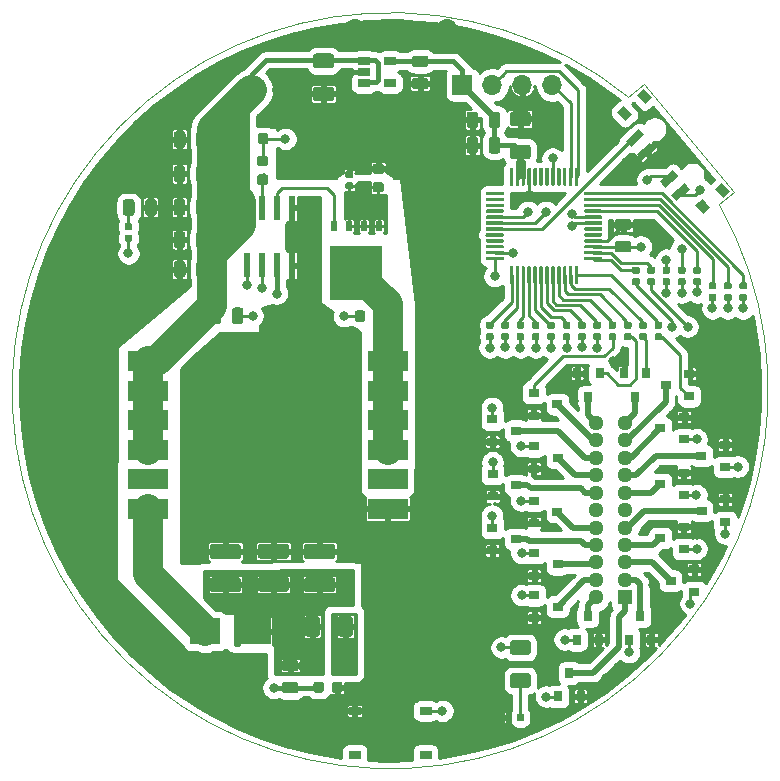
<source format=gbr>
G04 #@! TF.GenerationSoftware,KiCad,Pcbnew,(5.1.5)-3*
G04 #@! TF.CreationDate,2021-12-17T23:07:34-08:00*
G04 #@! TF.ProjectId,watch_v1,77617463-685f-4763-912e-6b696361645f,rev?*
G04 #@! TF.SameCoordinates,Original*
G04 #@! TF.FileFunction,Copper,L1,Top*
G04 #@! TF.FilePolarity,Positive*
%FSLAX46Y46*%
G04 Gerber Fmt 4.6, Leading zero omitted, Abs format (unit mm)*
G04 Created by KiCad (PCBNEW (5.1.5)-3) date 2021-12-17 23:07:34*
%MOMM*%
%LPD*%
G04 APERTURE LIST*
%ADD10C,0.050000*%
%ADD11C,0.150000*%
%ADD12R,1.000000X0.700000*%
%ADD13O,1.300000X1.300000*%
%ADD14R,1.300000X1.300000*%
%ADD15O,1.700000X1.700000*%
%ADD16R,1.700000X1.700000*%
%ADD17R,1.060000X0.650000*%
%ADD18R,0.900000X0.800000*%
%ADD19R,0.800000X0.900000*%
%ADD20C,5.000000*%
%ADD21R,2.500000X2.300000*%
%ADD22R,0.500000X0.850000*%
%ADD23R,4.410000X4.550000*%
%ADD24R,0.600000X2.000000*%
%ADD25R,3.430000X1.790000*%
%ADD26C,0.800000*%
%ADD27C,1.600200*%
%ADD28C,2.540000*%
%ADD29C,0.250000*%
%ADD30C,0.254000*%
%ADD31C,0.381000*%
%ADD32C,0.508000*%
G04 APERTURE END LIST*
D10*
X155752624Y-53294380D02*
G75*
G02X148089479Y-44241041I-27838224J-15793620D01*
G01*
X155752800Y-53294280D02*
X157038040Y-52242720D01*
X149407880Y-43159680D02*
X157038040Y-52242720D01*
X148089480Y-44241040D02*
X149407880Y-43159680D01*
G04 #@! TA.AperFunction,SMDPad,CuDef*
D11*
G36*
X150067345Y-44343312D02*
G01*
X149454509Y-44857542D01*
X148811721Y-44091498D01*
X149424557Y-43577268D01*
X150067345Y-44343312D01*
G37*
G04 #@! TD.AperFunction*
G04 #@! TA.AperFunction,SMDPad,CuDef*
G36*
X148382047Y-45757444D02*
G01*
X147769211Y-46271674D01*
X147126423Y-45505630D01*
X147739259Y-44991400D01*
X148382047Y-45757444D01*
G37*
G04 #@! TD.AperFunction*
G04 #@! TA.AperFunction,SMDPad,CuDef*
G36*
X156688057Y-52233570D02*
G01*
X156075221Y-52747800D01*
X155432433Y-51981756D01*
X156045269Y-51467526D01*
X156688057Y-52233570D01*
G37*
G04 #@! TD.AperFunction*
G04 #@! TA.AperFunction,SMDPad,CuDef*
G36*
X155002759Y-53647702D02*
G01*
X154389923Y-54161932D01*
X153747135Y-53395888D01*
X154359971Y-52881658D01*
X155002759Y-53647702D01*
G37*
G04 #@! TD.AperFunction*
G04 #@! TA.AperFunction,SMDPad,CuDef*
G36*
X149437808Y-47482370D02*
G01*
X148288741Y-48446551D01*
X147838790Y-47910320D01*
X148987857Y-46946139D01*
X149437808Y-47482370D01*
G37*
G04 #@! TD.AperFunction*
G04 #@! TA.AperFunction,SMDPad,CuDef*
G36*
X150401990Y-48631437D02*
G01*
X149252923Y-49595618D01*
X148802972Y-49059387D01*
X149952039Y-48095206D01*
X150401990Y-48631437D01*
G37*
G04 #@! TD.AperFunction*
G04 #@! TA.AperFunction,SMDPad,CuDef*
G36*
X152330353Y-50929570D02*
G01*
X151181286Y-51893751D01*
X150731335Y-51357520D01*
X151880402Y-50393339D01*
X152330353Y-50929570D01*
G37*
G04 #@! TD.AperFunction*
G04 #@! TA.AperFunction,SMDPad,CuDef*
G36*
X153294534Y-52078637D02*
G01*
X152145467Y-53042818D01*
X151695516Y-52506587D01*
X152844583Y-51542406D01*
X153294534Y-52078637D01*
G37*
G04 #@! TD.AperFunction*
G04 #@! TA.AperFunction,SMDPad,CuDef*
G36*
X139587504Y-93003604D02*
G01*
X139611773Y-93007204D01*
X139635571Y-93013165D01*
X139658671Y-93021430D01*
X139680849Y-93031920D01*
X139701893Y-93044533D01*
X139721598Y-93059147D01*
X139739777Y-93075623D01*
X139756253Y-93093802D01*
X139770867Y-93113507D01*
X139783480Y-93134551D01*
X139793970Y-93156729D01*
X139802235Y-93179829D01*
X139808196Y-93203627D01*
X139811796Y-93227896D01*
X139813000Y-93252400D01*
X139813000Y-94002400D01*
X139811796Y-94026904D01*
X139808196Y-94051173D01*
X139802235Y-94074971D01*
X139793970Y-94098071D01*
X139783480Y-94120249D01*
X139770867Y-94141293D01*
X139756253Y-94160998D01*
X139739777Y-94179177D01*
X139721598Y-94195653D01*
X139701893Y-94210267D01*
X139680849Y-94222880D01*
X139658671Y-94233370D01*
X139635571Y-94241635D01*
X139611773Y-94247596D01*
X139587504Y-94251196D01*
X139563000Y-94252400D01*
X138313000Y-94252400D01*
X138288496Y-94251196D01*
X138264227Y-94247596D01*
X138240429Y-94241635D01*
X138217329Y-94233370D01*
X138195151Y-94222880D01*
X138174107Y-94210267D01*
X138154402Y-94195653D01*
X138136223Y-94179177D01*
X138119747Y-94160998D01*
X138105133Y-94141293D01*
X138092520Y-94120249D01*
X138082030Y-94098071D01*
X138073765Y-94074971D01*
X138067804Y-94051173D01*
X138064204Y-94026904D01*
X138063000Y-94002400D01*
X138063000Y-93252400D01*
X138064204Y-93227896D01*
X138067804Y-93203627D01*
X138073765Y-93179829D01*
X138082030Y-93156729D01*
X138092520Y-93134551D01*
X138105133Y-93113507D01*
X138119747Y-93093802D01*
X138136223Y-93075623D01*
X138154402Y-93059147D01*
X138174107Y-93044533D01*
X138195151Y-93031920D01*
X138217329Y-93021430D01*
X138240429Y-93013165D01*
X138264227Y-93007204D01*
X138288496Y-93003604D01*
X138313000Y-93002400D01*
X139563000Y-93002400D01*
X139587504Y-93003604D01*
G37*
G04 #@! TD.AperFunction*
G04 #@! TA.AperFunction,SMDPad,CuDef*
G36*
X139587504Y-90203604D02*
G01*
X139611773Y-90207204D01*
X139635571Y-90213165D01*
X139658671Y-90221430D01*
X139680849Y-90231920D01*
X139701893Y-90244533D01*
X139721598Y-90259147D01*
X139739777Y-90275623D01*
X139756253Y-90293802D01*
X139770867Y-90313507D01*
X139783480Y-90334551D01*
X139793970Y-90356729D01*
X139802235Y-90379829D01*
X139808196Y-90403627D01*
X139811796Y-90427896D01*
X139813000Y-90452400D01*
X139813000Y-91202400D01*
X139811796Y-91226904D01*
X139808196Y-91251173D01*
X139802235Y-91274971D01*
X139793970Y-91298071D01*
X139783480Y-91320249D01*
X139770867Y-91341293D01*
X139756253Y-91360998D01*
X139739777Y-91379177D01*
X139721598Y-91395653D01*
X139701893Y-91410267D01*
X139680849Y-91422880D01*
X139658671Y-91433370D01*
X139635571Y-91441635D01*
X139611773Y-91447596D01*
X139587504Y-91451196D01*
X139563000Y-91452400D01*
X138313000Y-91452400D01*
X138288496Y-91451196D01*
X138264227Y-91447596D01*
X138240429Y-91441635D01*
X138217329Y-91433370D01*
X138195151Y-91422880D01*
X138174107Y-91410267D01*
X138154402Y-91395653D01*
X138136223Y-91379177D01*
X138119747Y-91360998D01*
X138105133Y-91341293D01*
X138092520Y-91320249D01*
X138082030Y-91298071D01*
X138073765Y-91274971D01*
X138067804Y-91251173D01*
X138064204Y-91226904D01*
X138063000Y-91202400D01*
X138063000Y-90452400D01*
X138064204Y-90427896D01*
X138067804Y-90403627D01*
X138073765Y-90379829D01*
X138082030Y-90356729D01*
X138092520Y-90334551D01*
X138105133Y-90313507D01*
X138119747Y-90293802D01*
X138136223Y-90275623D01*
X138154402Y-90259147D01*
X138174107Y-90244533D01*
X138195151Y-90231920D01*
X138217329Y-90221430D01*
X138240429Y-90213165D01*
X138264227Y-90207204D01*
X138288496Y-90203604D01*
X138313000Y-90202400D01*
X139563000Y-90202400D01*
X139587504Y-90203604D01*
G37*
G04 #@! TD.AperFunction*
G04 #@! TA.AperFunction,SMDPad,CuDef*
G36*
X139097278Y-96439470D02*
G01*
X139111596Y-96441594D01*
X139125637Y-96445111D01*
X139139266Y-96449988D01*
X139152351Y-96456177D01*
X139164767Y-96463618D01*
X139176393Y-96472241D01*
X139187118Y-96481962D01*
X139196839Y-96492687D01*
X139205462Y-96504313D01*
X139212903Y-96516729D01*
X139219092Y-96529814D01*
X139223969Y-96543443D01*
X139227486Y-96557484D01*
X139229610Y-96571802D01*
X139230320Y-96586260D01*
X139230320Y-96931260D01*
X139229610Y-96945718D01*
X139227486Y-96960036D01*
X139223969Y-96974077D01*
X139219092Y-96987706D01*
X139212903Y-97000791D01*
X139205462Y-97013207D01*
X139196839Y-97024833D01*
X139187118Y-97035558D01*
X139176393Y-97045279D01*
X139164767Y-97053902D01*
X139152351Y-97061343D01*
X139139266Y-97067532D01*
X139125637Y-97072409D01*
X139111596Y-97075926D01*
X139097278Y-97078050D01*
X139082820Y-97078760D01*
X138787820Y-97078760D01*
X138773362Y-97078050D01*
X138759044Y-97075926D01*
X138745003Y-97072409D01*
X138731374Y-97067532D01*
X138718289Y-97061343D01*
X138705873Y-97053902D01*
X138694247Y-97045279D01*
X138683522Y-97035558D01*
X138673801Y-97024833D01*
X138665178Y-97013207D01*
X138657737Y-97000791D01*
X138651548Y-96987706D01*
X138646671Y-96974077D01*
X138643154Y-96960036D01*
X138641030Y-96945718D01*
X138640320Y-96931260D01*
X138640320Y-96586260D01*
X138641030Y-96571802D01*
X138643154Y-96557484D01*
X138646671Y-96543443D01*
X138651548Y-96529814D01*
X138657737Y-96516729D01*
X138665178Y-96504313D01*
X138673801Y-96492687D01*
X138683522Y-96481962D01*
X138694247Y-96472241D01*
X138705873Y-96463618D01*
X138718289Y-96456177D01*
X138731374Y-96449988D01*
X138745003Y-96445111D01*
X138759044Y-96441594D01*
X138773362Y-96439470D01*
X138787820Y-96438760D01*
X139082820Y-96438760D01*
X139097278Y-96439470D01*
G37*
G04 #@! TD.AperFunction*
G04 #@! TA.AperFunction,SMDPad,CuDef*
G36*
X138127278Y-96439470D02*
G01*
X138141596Y-96441594D01*
X138155637Y-96445111D01*
X138169266Y-96449988D01*
X138182351Y-96456177D01*
X138194767Y-96463618D01*
X138206393Y-96472241D01*
X138217118Y-96481962D01*
X138226839Y-96492687D01*
X138235462Y-96504313D01*
X138242903Y-96516729D01*
X138249092Y-96529814D01*
X138253969Y-96543443D01*
X138257486Y-96557484D01*
X138259610Y-96571802D01*
X138260320Y-96586260D01*
X138260320Y-96931260D01*
X138259610Y-96945718D01*
X138257486Y-96960036D01*
X138253969Y-96974077D01*
X138249092Y-96987706D01*
X138242903Y-97000791D01*
X138235462Y-97013207D01*
X138226839Y-97024833D01*
X138217118Y-97035558D01*
X138206393Y-97045279D01*
X138194767Y-97053902D01*
X138182351Y-97061343D01*
X138169266Y-97067532D01*
X138155637Y-97072409D01*
X138141596Y-97075926D01*
X138127278Y-97078050D01*
X138112820Y-97078760D01*
X137817820Y-97078760D01*
X137803362Y-97078050D01*
X137789044Y-97075926D01*
X137775003Y-97072409D01*
X137761374Y-97067532D01*
X137748289Y-97061343D01*
X137735873Y-97053902D01*
X137724247Y-97045279D01*
X137713522Y-97035558D01*
X137703801Y-97024833D01*
X137695178Y-97013207D01*
X137687737Y-97000791D01*
X137681548Y-96987706D01*
X137676671Y-96974077D01*
X137673154Y-96960036D01*
X137671030Y-96945718D01*
X137670320Y-96931260D01*
X137670320Y-96586260D01*
X137671030Y-96571802D01*
X137673154Y-96557484D01*
X137676671Y-96543443D01*
X137681548Y-96529814D01*
X137687737Y-96516729D01*
X137695178Y-96504313D01*
X137703801Y-96492687D01*
X137713522Y-96481962D01*
X137724247Y-96472241D01*
X137735873Y-96463618D01*
X137748289Y-96456177D01*
X137761374Y-96449988D01*
X137775003Y-96445111D01*
X137789044Y-96441594D01*
X137803362Y-96439470D01*
X137817820Y-96438760D01*
X138112820Y-96438760D01*
X138127278Y-96439470D01*
G37*
G04 #@! TD.AperFunction*
D12*
X130914400Y-99904160D03*
X124914400Y-99904160D03*
X130914400Y-96204160D03*
X124914400Y-96204160D03*
D13*
X145333360Y-71823360D03*
X147833360Y-71823360D03*
X145333360Y-73298360D03*
X147833360Y-73298360D03*
X145333360Y-74773360D03*
X147833360Y-74773360D03*
X145333360Y-76248360D03*
X147833360Y-76248360D03*
X145333360Y-77723360D03*
X147833360Y-77723360D03*
X145333360Y-79198360D03*
X147833360Y-79198360D03*
X145333360Y-80673360D03*
X147833360Y-80673360D03*
X145333360Y-82148360D03*
X147833360Y-82148360D03*
X145333360Y-83623360D03*
X147833360Y-83623360D03*
X145333360Y-85098360D03*
X147833360Y-85098360D03*
X145333360Y-86573360D03*
D14*
X147833360Y-86573360D03*
G04 #@! TA.AperFunction,SMDPad,CuDef*
D11*
G36*
X145770351Y-52243761D02*
G01*
X145777632Y-52244841D01*
X145784771Y-52246629D01*
X145791701Y-52249109D01*
X145798355Y-52252256D01*
X145804668Y-52256040D01*
X145810579Y-52260424D01*
X145816033Y-52265367D01*
X145820976Y-52270821D01*
X145825360Y-52276732D01*
X145829144Y-52283045D01*
X145832291Y-52289699D01*
X145834771Y-52296629D01*
X145836559Y-52303768D01*
X145837639Y-52311049D01*
X145838000Y-52318400D01*
X145838000Y-52468400D01*
X145837639Y-52475751D01*
X145836559Y-52483032D01*
X145834771Y-52490171D01*
X145832291Y-52497101D01*
X145829144Y-52503755D01*
X145825360Y-52510068D01*
X145820976Y-52515979D01*
X145816033Y-52521433D01*
X145810579Y-52526376D01*
X145804668Y-52530760D01*
X145798355Y-52534544D01*
X145791701Y-52537691D01*
X145784771Y-52540171D01*
X145777632Y-52541959D01*
X145770351Y-52543039D01*
X145763000Y-52543400D01*
X144438000Y-52543400D01*
X144430649Y-52543039D01*
X144423368Y-52541959D01*
X144416229Y-52540171D01*
X144409299Y-52537691D01*
X144402645Y-52534544D01*
X144396332Y-52530760D01*
X144390421Y-52526376D01*
X144384967Y-52521433D01*
X144380024Y-52515979D01*
X144375640Y-52510068D01*
X144371856Y-52503755D01*
X144368709Y-52497101D01*
X144366229Y-52490171D01*
X144364441Y-52483032D01*
X144363361Y-52475751D01*
X144363000Y-52468400D01*
X144363000Y-52318400D01*
X144363361Y-52311049D01*
X144364441Y-52303768D01*
X144366229Y-52296629D01*
X144368709Y-52289699D01*
X144371856Y-52283045D01*
X144375640Y-52276732D01*
X144380024Y-52270821D01*
X144384967Y-52265367D01*
X144390421Y-52260424D01*
X144396332Y-52256040D01*
X144402645Y-52252256D01*
X144409299Y-52249109D01*
X144416229Y-52246629D01*
X144423368Y-52244841D01*
X144430649Y-52243761D01*
X144438000Y-52243400D01*
X145763000Y-52243400D01*
X145770351Y-52243761D01*
G37*
G04 #@! TD.AperFunction*
G04 #@! TA.AperFunction,SMDPad,CuDef*
G36*
X145770351Y-52743761D02*
G01*
X145777632Y-52744841D01*
X145784771Y-52746629D01*
X145791701Y-52749109D01*
X145798355Y-52752256D01*
X145804668Y-52756040D01*
X145810579Y-52760424D01*
X145816033Y-52765367D01*
X145820976Y-52770821D01*
X145825360Y-52776732D01*
X145829144Y-52783045D01*
X145832291Y-52789699D01*
X145834771Y-52796629D01*
X145836559Y-52803768D01*
X145837639Y-52811049D01*
X145838000Y-52818400D01*
X145838000Y-52968400D01*
X145837639Y-52975751D01*
X145836559Y-52983032D01*
X145834771Y-52990171D01*
X145832291Y-52997101D01*
X145829144Y-53003755D01*
X145825360Y-53010068D01*
X145820976Y-53015979D01*
X145816033Y-53021433D01*
X145810579Y-53026376D01*
X145804668Y-53030760D01*
X145798355Y-53034544D01*
X145791701Y-53037691D01*
X145784771Y-53040171D01*
X145777632Y-53041959D01*
X145770351Y-53043039D01*
X145763000Y-53043400D01*
X144438000Y-53043400D01*
X144430649Y-53043039D01*
X144423368Y-53041959D01*
X144416229Y-53040171D01*
X144409299Y-53037691D01*
X144402645Y-53034544D01*
X144396332Y-53030760D01*
X144390421Y-53026376D01*
X144384967Y-53021433D01*
X144380024Y-53015979D01*
X144375640Y-53010068D01*
X144371856Y-53003755D01*
X144368709Y-52997101D01*
X144366229Y-52990171D01*
X144364441Y-52983032D01*
X144363361Y-52975751D01*
X144363000Y-52968400D01*
X144363000Y-52818400D01*
X144363361Y-52811049D01*
X144364441Y-52803768D01*
X144366229Y-52796629D01*
X144368709Y-52789699D01*
X144371856Y-52783045D01*
X144375640Y-52776732D01*
X144380024Y-52770821D01*
X144384967Y-52765367D01*
X144390421Y-52760424D01*
X144396332Y-52756040D01*
X144402645Y-52752256D01*
X144409299Y-52749109D01*
X144416229Y-52746629D01*
X144423368Y-52744841D01*
X144430649Y-52743761D01*
X144438000Y-52743400D01*
X145763000Y-52743400D01*
X145770351Y-52743761D01*
G37*
G04 #@! TD.AperFunction*
G04 #@! TA.AperFunction,SMDPad,CuDef*
G36*
X145770351Y-53243761D02*
G01*
X145777632Y-53244841D01*
X145784771Y-53246629D01*
X145791701Y-53249109D01*
X145798355Y-53252256D01*
X145804668Y-53256040D01*
X145810579Y-53260424D01*
X145816033Y-53265367D01*
X145820976Y-53270821D01*
X145825360Y-53276732D01*
X145829144Y-53283045D01*
X145832291Y-53289699D01*
X145834771Y-53296629D01*
X145836559Y-53303768D01*
X145837639Y-53311049D01*
X145838000Y-53318400D01*
X145838000Y-53468400D01*
X145837639Y-53475751D01*
X145836559Y-53483032D01*
X145834771Y-53490171D01*
X145832291Y-53497101D01*
X145829144Y-53503755D01*
X145825360Y-53510068D01*
X145820976Y-53515979D01*
X145816033Y-53521433D01*
X145810579Y-53526376D01*
X145804668Y-53530760D01*
X145798355Y-53534544D01*
X145791701Y-53537691D01*
X145784771Y-53540171D01*
X145777632Y-53541959D01*
X145770351Y-53543039D01*
X145763000Y-53543400D01*
X144438000Y-53543400D01*
X144430649Y-53543039D01*
X144423368Y-53541959D01*
X144416229Y-53540171D01*
X144409299Y-53537691D01*
X144402645Y-53534544D01*
X144396332Y-53530760D01*
X144390421Y-53526376D01*
X144384967Y-53521433D01*
X144380024Y-53515979D01*
X144375640Y-53510068D01*
X144371856Y-53503755D01*
X144368709Y-53497101D01*
X144366229Y-53490171D01*
X144364441Y-53483032D01*
X144363361Y-53475751D01*
X144363000Y-53468400D01*
X144363000Y-53318400D01*
X144363361Y-53311049D01*
X144364441Y-53303768D01*
X144366229Y-53296629D01*
X144368709Y-53289699D01*
X144371856Y-53283045D01*
X144375640Y-53276732D01*
X144380024Y-53270821D01*
X144384967Y-53265367D01*
X144390421Y-53260424D01*
X144396332Y-53256040D01*
X144402645Y-53252256D01*
X144409299Y-53249109D01*
X144416229Y-53246629D01*
X144423368Y-53244841D01*
X144430649Y-53243761D01*
X144438000Y-53243400D01*
X145763000Y-53243400D01*
X145770351Y-53243761D01*
G37*
G04 #@! TD.AperFunction*
G04 #@! TA.AperFunction,SMDPad,CuDef*
G36*
X145770351Y-53743761D02*
G01*
X145777632Y-53744841D01*
X145784771Y-53746629D01*
X145791701Y-53749109D01*
X145798355Y-53752256D01*
X145804668Y-53756040D01*
X145810579Y-53760424D01*
X145816033Y-53765367D01*
X145820976Y-53770821D01*
X145825360Y-53776732D01*
X145829144Y-53783045D01*
X145832291Y-53789699D01*
X145834771Y-53796629D01*
X145836559Y-53803768D01*
X145837639Y-53811049D01*
X145838000Y-53818400D01*
X145838000Y-53968400D01*
X145837639Y-53975751D01*
X145836559Y-53983032D01*
X145834771Y-53990171D01*
X145832291Y-53997101D01*
X145829144Y-54003755D01*
X145825360Y-54010068D01*
X145820976Y-54015979D01*
X145816033Y-54021433D01*
X145810579Y-54026376D01*
X145804668Y-54030760D01*
X145798355Y-54034544D01*
X145791701Y-54037691D01*
X145784771Y-54040171D01*
X145777632Y-54041959D01*
X145770351Y-54043039D01*
X145763000Y-54043400D01*
X144438000Y-54043400D01*
X144430649Y-54043039D01*
X144423368Y-54041959D01*
X144416229Y-54040171D01*
X144409299Y-54037691D01*
X144402645Y-54034544D01*
X144396332Y-54030760D01*
X144390421Y-54026376D01*
X144384967Y-54021433D01*
X144380024Y-54015979D01*
X144375640Y-54010068D01*
X144371856Y-54003755D01*
X144368709Y-53997101D01*
X144366229Y-53990171D01*
X144364441Y-53983032D01*
X144363361Y-53975751D01*
X144363000Y-53968400D01*
X144363000Y-53818400D01*
X144363361Y-53811049D01*
X144364441Y-53803768D01*
X144366229Y-53796629D01*
X144368709Y-53789699D01*
X144371856Y-53783045D01*
X144375640Y-53776732D01*
X144380024Y-53770821D01*
X144384967Y-53765367D01*
X144390421Y-53760424D01*
X144396332Y-53756040D01*
X144402645Y-53752256D01*
X144409299Y-53749109D01*
X144416229Y-53746629D01*
X144423368Y-53744841D01*
X144430649Y-53743761D01*
X144438000Y-53743400D01*
X145763000Y-53743400D01*
X145770351Y-53743761D01*
G37*
G04 #@! TD.AperFunction*
G04 #@! TA.AperFunction,SMDPad,CuDef*
G36*
X145770351Y-54243761D02*
G01*
X145777632Y-54244841D01*
X145784771Y-54246629D01*
X145791701Y-54249109D01*
X145798355Y-54252256D01*
X145804668Y-54256040D01*
X145810579Y-54260424D01*
X145816033Y-54265367D01*
X145820976Y-54270821D01*
X145825360Y-54276732D01*
X145829144Y-54283045D01*
X145832291Y-54289699D01*
X145834771Y-54296629D01*
X145836559Y-54303768D01*
X145837639Y-54311049D01*
X145838000Y-54318400D01*
X145838000Y-54468400D01*
X145837639Y-54475751D01*
X145836559Y-54483032D01*
X145834771Y-54490171D01*
X145832291Y-54497101D01*
X145829144Y-54503755D01*
X145825360Y-54510068D01*
X145820976Y-54515979D01*
X145816033Y-54521433D01*
X145810579Y-54526376D01*
X145804668Y-54530760D01*
X145798355Y-54534544D01*
X145791701Y-54537691D01*
X145784771Y-54540171D01*
X145777632Y-54541959D01*
X145770351Y-54543039D01*
X145763000Y-54543400D01*
X144438000Y-54543400D01*
X144430649Y-54543039D01*
X144423368Y-54541959D01*
X144416229Y-54540171D01*
X144409299Y-54537691D01*
X144402645Y-54534544D01*
X144396332Y-54530760D01*
X144390421Y-54526376D01*
X144384967Y-54521433D01*
X144380024Y-54515979D01*
X144375640Y-54510068D01*
X144371856Y-54503755D01*
X144368709Y-54497101D01*
X144366229Y-54490171D01*
X144364441Y-54483032D01*
X144363361Y-54475751D01*
X144363000Y-54468400D01*
X144363000Y-54318400D01*
X144363361Y-54311049D01*
X144364441Y-54303768D01*
X144366229Y-54296629D01*
X144368709Y-54289699D01*
X144371856Y-54283045D01*
X144375640Y-54276732D01*
X144380024Y-54270821D01*
X144384967Y-54265367D01*
X144390421Y-54260424D01*
X144396332Y-54256040D01*
X144402645Y-54252256D01*
X144409299Y-54249109D01*
X144416229Y-54246629D01*
X144423368Y-54244841D01*
X144430649Y-54243761D01*
X144438000Y-54243400D01*
X145763000Y-54243400D01*
X145770351Y-54243761D01*
G37*
G04 #@! TD.AperFunction*
G04 #@! TA.AperFunction,SMDPad,CuDef*
G36*
X145770351Y-54743761D02*
G01*
X145777632Y-54744841D01*
X145784771Y-54746629D01*
X145791701Y-54749109D01*
X145798355Y-54752256D01*
X145804668Y-54756040D01*
X145810579Y-54760424D01*
X145816033Y-54765367D01*
X145820976Y-54770821D01*
X145825360Y-54776732D01*
X145829144Y-54783045D01*
X145832291Y-54789699D01*
X145834771Y-54796629D01*
X145836559Y-54803768D01*
X145837639Y-54811049D01*
X145838000Y-54818400D01*
X145838000Y-54968400D01*
X145837639Y-54975751D01*
X145836559Y-54983032D01*
X145834771Y-54990171D01*
X145832291Y-54997101D01*
X145829144Y-55003755D01*
X145825360Y-55010068D01*
X145820976Y-55015979D01*
X145816033Y-55021433D01*
X145810579Y-55026376D01*
X145804668Y-55030760D01*
X145798355Y-55034544D01*
X145791701Y-55037691D01*
X145784771Y-55040171D01*
X145777632Y-55041959D01*
X145770351Y-55043039D01*
X145763000Y-55043400D01*
X144438000Y-55043400D01*
X144430649Y-55043039D01*
X144423368Y-55041959D01*
X144416229Y-55040171D01*
X144409299Y-55037691D01*
X144402645Y-55034544D01*
X144396332Y-55030760D01*
X144390421Y-55026376D01*
X144384967Y-55021433D01*
X144380024Y-55015979D01*
X144375640Y-55010068D01*
X144371856Y-55003755D01*
X144368709Y-54997101D01*
X144366229Y-54990171D01*
X144364441Y-54983032D01*
X144363361Y-54975751D01*
X144363000Y-54968400D01*
X144363000Y-54818400D01*
X144363361Y-54811049D01*
X144364441Y-54803768D01*
X144366229Y-54796629D01*
X144368709Y-54789699D01*
X144371856Y-54783045D01*
X144375640Y-54776732D01*
X144380024Y-54770821D01*
X144384967Y-54765367D01*
X144390421Y-54760424D01*
X144396332Y-54756040D01*
X144402645Y-54752256D01*
X144409299Y-54749109D01*
X144416229Y-54746629D01*
X144423368Y-54744841D01*
X144430649Y-54743761D01*
X144438000Y-54743400D01*
X145763000Y-54743400D01*
X145770351Y-54743761D01*
G37*
G04 #@! TD.AperFunction*
G04 #@! TA.AperFunction,SMDPad,CuDef*
G36*
X145770351Y-55243761D02*
G01*
X145777632Y-55244841D01*
X145784771Y-55246629D01*
X145791701Y-55249109D01*
X145798355Y-55252256D01*
X145804668Y-55256040D01*
X145810579Y-55260424D01*
X145816033Y-55265367D01*
X145820976Y-55270821D01*
X145825360Y-55276732D01*
X145829144Y-55283045D01*
X145832291Y-55289699D01*
X145834771Y-55296629D01*
X145836559Y-55303768D01*
X145837639Y-55311049D01*
X145838000Y-55318400D01*
X145838000Y-55468400D01*
X145837639Y-55475751D01*
X145836559Y-55483032D01*
X145834771Y-55490171D01*
X145832291Y-55497101D01*
X145829144Y-55503755D01*
X145825360Y-55510068D01*
X145820976Y-55515979D01*
X145816033Y-55521433D01*
X145810579Y-55526376D01*
X145804668Y-55530760D01*
X145798355Y-55534544D01*
X145791701Y-55537691D01*
X145784771Y-55540171D01*
X145777632Y-55541959D01*
X145770351Y-55543039D01*
X145763000Y-55543400D01*
X144438000Y-55543400D01*
X144430649Y-55543039D01*
X144423368Y-55541959D01*
X144416229Y-55540171D01*
X144409299Y-55537691D01*
X144402645Y-55534544D01*
X144396332Y-55530760D01*
X144390421Y-55526376D01*
X144384967Y-55521433D01*
X144380024Y-55515979D01*
X144375640Y-55510068D01*
X144371856Y-55503755D01*
X144368709Y-55497101D01*
X144366229Y-55490171D01*
X144364441Y-55483032D01*
X144363361Y-55475751D01*
X144363000Y-55468400D01*
X144363000Y-55318400D01*
X144363361Y-55311049D01*
X144364441Y-55303768D01*
X144366229Y-55296629D01*
X144368709Y-55289699D01*
X144371856Y-55283045D01*
X144375640Y-55276732D01*
X144380024Y-55270821D01*
X144384967Y-55265367D01*
X144390421Y-55260424D01*
X144396332Y-55256040D01*
X144402645Y-55252256D01*
X144409299Y-55249109D01*
X144416229Y-55246629D01*
X144423368Y-55244841D01*
X144430649Y-55243761D01*
X144438000Y-55243400D01*
X145763000Y-55243400D01*
X145770351Y-55243761D01*
G37*
G04 #@! TD.AperFunction*
G04 #@! TA.AperFunction,SMDPad,CuDef*
G36*
X145770351Y-55743761D02*
G01*
X145777632Y-55744841D01*
X145784771Y-55746629D01*
X145791701Y-55749109D01*
X145798355Y-55752256D01*
X145804668Y-55756040D01*
X145810579Y-55760424D01*
X145816033Y-55765367D01*
X145820976Y-55770821D01*
X145825360Y-55776732D01*
X145829144Y-55783045D01*
X145832291Y-55789699D01*
X145834771Y-55796629D01*
X145836559Y-55803768D01*
X145837639Y-55811049D01*
X145838000Y-55818400D01*
X145838000Y-55968400D01*
X145837639Y-55975751D01*
X145836559Y-55983032D01*
X145834771Y-55990171D01*
X145832291Y-55997101D01*
X145829144Y-56003755D01*
X145825360Y-56010068D01*
X145820976Y-56015979D01*
X145816033Y-56021433D01*
X145810579Y-56026376D01*
X145804668Y-56030760D01*
X145798355Y-56034544D01*
X145791701Y-56037691D01*
X145784771Y-56040171D01*
X145777632Y-56041959D01*
X145770351Y-56043039D01*
X145763000Y-56043400D01*
X144438000Y-56043400D01*
X144430649Y-56043039D01*
X144423368Y-56041959D01*
X144416229Y-56040171D01*
X144409299Y-56037691D01*
X144402645Y-56034544D01*
X144396332Y-56030760D01*
X144390421Y-56026376D01*
X144384967Y-56021433D01*
X144380024Y-56015979D01*
X144375640Y-56010068D01*
X144371856Y-56003755D01*
X144368709Y-55997101D01*
X144366229Y-55990171D01*
X144364441Y-55983032D01*
X144363361Y-55975751D01*
X144363000Y-55968400D01*
X144363000Y-55818400D01*
X144363361Y-55811049D01*
X144364441Y-55803768D01*
X144366229Y-55796629D01*
X144368709Y-55789699D01*
X144371856Y-55783045D01*
X144375640Y-55776732D01*
X144380024Y-55770821D01*
X144384967Y-55765367D01*
X144390421Y-55760424D01*
X144396332Y-55756040D01*
X144402645Y-55752256D01*
X144409299Y-55749109D01*
X144416229Y-55746629D01*
X144423368Y-55744841D01*
X144430649Y-55743761D01*
X144438000Y-55743400D01*
X145763000Y-55743400D01*
X145770351Y-55743761D01*
G37*
G04 #@! TD.AperFunction*
G04 #@! TA.AperFunction,SMDPad,CuDef*
G36*
X145770351Y-56243761D02*
G01*
X145777632Y-56244841D01*
X145784771Y-56246629D01*
X145791701Y-56249109D01*
X145798355Y-56252256D01*
X145804668Y-56256040D01*
X145810579Y-56260424D01*
X145816033Y-56265367D01*
X145820976Y-56270821D01*
X145825360Y-56276732D01*
X145829144Y-56283045D01*
X145832291Y-56289699D01*
X145834771Y-56296629D01*
X145836559Y-56303768D01*
X145837639Y-56311049D01*
X145838000Y-56318400D01*
X145838000Y-56468400D01*
X145837639Y-56475751D01*
X145836559Y-56483032D01*
X145834771Y-56490171D01*
X145832291Y-56497101D01*
X145829144Y-56503755D01*
X145825360Y-56510068D01*
X145820976Y-56515979D01*
X145816033Y-56521433D01*
X145810579Y-56526376D01*
X145804668Y-56530760D01*
X145798355Y-56534544D01*
X145791701Y-56537691D01*
X145784771Y-56540171D01*
X145777632Y-56541959D01*
X145770351Y-56543039D01*
X145763000Y-56543400D01*
X144438000Y-56543400D01*
X144430649Y-56543039D01*
X144423368Y-56541959D01*
X144416229Y-56540171D01*
X144409299Y-56537691D01*
X144402645Y-56534544D01*
X144396332Y-56530760D01*
X144390421Y-56526376D01*
X144384967Y-56521433D01*
X144380024Y-56515979D01*
X144375640Y-56510068D01*
X144371856Y-56503755D01*
X144368709Y-56497101D01*
X144366229Y-56490171D01*
X144364441Y-56483032D01*
X144363361Y-56475751D01*
X144363000Y-56468400D01*
X144363000Y-56318400D01*
X144363361Y-56311049D01*
X144364441Y-56303768D01*
X144366229Y-56296629D01*
X144368709Y-56289699D01*
X144371856Y-56283045D01*
X144375640Y-56276732D01*
X144380024Y-56270821D01*
X144384967Y-56265367D01*
X144390421Y-56260424D01*
X144396332Y-56256040D01*
X144402645Y-56252256D01*
X144409299Y-56249109D01*
X144416229Y-56246629D01*
X144423368Y-56244841D01*
X144430649Y-56243761D01*
X144438000Y-56243400D01*
X145763000Y-56243400D01*
X145770351Y-56243761D01*
G37*
G04 #@! TD.AperFunction*
G04 #@! TA.AperFunction,SMDPad,CuDef*
G36*
X145770351Y-56743761D02*
G01*
X145777632Y-56744841D01*
X145784771Y-56746629D01*
X145791701Y-56749109D01*
X145798355Y-56752256D01*
X145804668Y-56756040D01*
X145810579Y-56760424D01*
X145816033Y-56765367D01*
X145820976Y-56770821D01*
X145825360Y-56776732D01*
X145829144Y-56783045D01*
X145832291Y-56789699D01*
X145834771Y-56796629D01*
X145836559Y-56803768D01*
X145837639Y-56811049D01*
X145838000Y-56818400D01*
X145838000Y-56968400D01*
X145837639Y-56975751D01*
X145836559Y-56983032D01*
X145834771Y-56990171D01*
X145832291Y-56997101D01*
X145829144Y-57003755D01*
X145825360Y-57010068D01*
X145820976Y-57015979D01*
X145816033Y-57021433D01*
X145810579Y-57026376D01*
X145804668Y-57030760D01*
X145798355Y-57034544D01*
X145791701Y-57037691D01*
X145784771Y-57040171D01*
X145777632Y-57041959D01*
X145770351Y-57043039D01*
X145763000Y-57043400D01*
X144438000Y-57043400D01*
X144430649Y-57043039D01*
X144423368Y-57041959D01*
X144416229Y-57040171D01*
X144409299Y-57037691D01*
X144402645Y-57034544D01*
X144396332Y-57030760D01*
X144390421Y-57026376D01*
X144384967Y-57021433D01*
X144380024Y-57015979D01*
X144375640Y-57010068D01*
X144371856Y-57003755D01*
X144368709Y-56997101D01*
X144366229Y-56990171D01*
X144364441Y-56983032D01*
X144363361Y-56975751D01*
X144363000Y-56968400D01*
X144363000Y-56818400D01*
X144363361Y-56811049D01*
X144364441Y-56803768D01*
X144366229Y-56796629D01*
X144368709Y-56789699D01*
X144371856Y-56783045D01*
X144375640Y-56776732D01*
X144380024Y-56770821D01*
X144384967Y-56765367D01*
X144390421Y-56760424D01*
X144396332Y-56756040D01*
X144402645Y-56752256D01*
X144409299Y-56749109D01*
X144416229Y-56746629D01*
X144423368Y-56744841D01*
X144430649Y-56743761D01*
X144438000Y-56743400D01*
X145763000Y-56743400D01*
X145770351Y-56743761D01*
G37*
G04 #@! TD.AperFunction*
G04 #@! TA.AperFunction,SMDPad,CuDef*
G36*
X145770351Y-57243761D02*
G01*
X145777632Y-57244841D01*
X145784771Y-57246629D01*
X145791701Y-57249109D01*
X145798355Y-57252256D01*
X145804668Y-57256040D01*
X145810579Y-57260424D01*
X145816033Y-57265367D01*
X145820976Y-57270821D01*
X145825360Y-57276732D01*
X145829144Y-57283045D01*
X145832291Y-57289699D01*
X145834771Y-57296629D01*
X145836559Y-57303768D01*
X145837639Y-57311049D01*
X145838000Y-57318400D01*
X145838000Y-57468400D01*
X145837639Y-57475751D01*
X145836559Y-57483032D01*
X145834771Y-57490171D01*
X145832291Y-57497101D01*
X145829144Y-57503755D01*
X145825360Y-57510068D01*
X145820976Y-57515979D01*
X145816033Y-57521433D01*
X145810579Y-57526376D01*
X145804668Y-57530760D01*
X145798355Y-57534544D01*
X145791701Y-57537691D01*
X145784771Y-57540171D01*
X145777632Y-57541959D01*
X145770351Y-57543039D01*
X145763000Y-57543400D01*
X144438000Y-57543400D01*
X144430649Y-57543039D01*
X144423368Y-57541959D01*
X144416229Y-57540171D01*
X144409299Y-57537691D01*
X144402645Y-57534544D01*
X144396332Y-57530760D01*
X144390421Y-57526376D01*
X144384967Y-57521433D01*
X144380024Y-57515979D01*
X144375640Y-57510068D01*
X144371856Y-57503755D01*
X144368709Y-57497101D01*
X144366229Y-57490171D01*
X144364441Y-57483032D01*
X144363361Y-57475751D01*
X144363000Y-57468400D01*
X144363000Y-57318400D01*
X144363361Y-57311049D01*
X144364441Y-57303768D01*
X144366229Y-57296629D01*
X144368709Y-57289699D01*
X144371856Y-57283045D01*
X144375640Y-57276732D01*
X144380024Y-57270821D01*
X144384967Y-57265367D01*
X144390421Y-57260424D01*
X144396332Y-57256040D01*
X144402645Y-57252256D01*
X144409299Y-57249109D01*
X144416229Y-57246629D01*
X144423368Y-57244841D01*
X144430649Y-57243761D01*
X144438000Y-57243400D01*
X145763000Y-57243400D01*
X145770351Y-57243761D01*
G37*
G04 #@! TD.AperFunction*
G04 #@! TA.AperFunction,SMDPad,CuDef*
G36*
X145770351Y-57743761D02*
G01*
X145777632Y-57744841D01*
X145784771Y-57746629D01*
X145791701Y-57749109D01*
X145798355Y-57752256D01*
X145804668Y-57756040D01*
X145810579Y-57760424D01*
X145816033Y-57765367D01*
X145820976Y-57770821D01*
X145825360Y-57776732D01*
X145829144Y-57783045D01*
X145832291Y-57789699D01*
X145834771Y-57796629D01*
X145836559Y-57803768D01*
X145837639Y-57811049D01*
X145838000Y-57818400D01*
X145838000Y-57968400D01*
X145837639Y-57975751D01*
X145836559Y-57983032D01*
X145834771Y-57990171D01*
X145832291Y-57997101D01*
X145829144Y-58003755D01*
X145825360Y-58010068D01*
X145820976Y-58015979D01*
X145816033Y-58021433D01*
X145810579Y-58026376D01*
X145804668Y-58030760D01*
X145798355Y-58034544D01*
X145791701Y-58037691D01*
X145784771Y-58040171D01*
X145777632Y-58041959D01*
X145770351Y-58043039D01*
X145763000Y-58043400D01*
X144438000Y-58043400D01*
X144430649Y-58043039D01*
X144423368Y-58041959D01*
X144416229Y-58040171D01*
X144409299Y-58037691D01*
X144402645Y-58034544D01*
X144396332Y-58030760D01*
X144390421Y-58026376D01*
X144384967Y-58021433D01*
X144380024Y-58015979D01*
X144375640Y-58010068D01*
X144371856Y-58003755D01*
X144368709Y-57997101D01*
X144366229Y-57990171D01*
X144364441Y-57983032D01*
X144363361Y-57975751D01*
X144363000Y-57968400D01*
X144363000Y-57818400D01*
X144363361Y-57811049D01*
X144364441Y-57803768D01*
X144366229Y-57796629D01*
X144368709Y-57789699D01*
X144371856Y-57783045D01*
X144375640Y-57776732D01*
X144380024Y-57770821D01*
X144384967Y-57765367D01*
X144390421Y-57760424D01*
X144396332Y-57756040D01*
X144402645Y-57752256D01*
X144409299Y-57749109D01*
X144416229Y-57746629D01*
X144423368Y-57744841D01*
X144430649Y-57743761D01*
X144438000Y-57743400D01*
X145763000Y-57743400D01*
X145770351Y-57743761D01*
G37*
G04 #@! TD.AperFunction*
G04 #@! TA.AperFunction,SMDPad,CuDef*
G36*
X143770351Y-58568761D02*
G01*
X143777632Y-58569841D01*
X143784771Y-58571629D01*
X143791701Y-58574109D01*
X143798355Y-58577256D01*
X143804668Y-58581040D01*
X143810579Y-58585424D01*
X143816033Y-58590367D01*
X143820976Y-58595821D01*
X143825360Y-58601732D01*
X143829144Y-58608045D01*
X143832291Y-58614699D01*
X143834771Y-58621629D01*
X143836559Y-58628768D01*
X143837639Y-58636049D01*
X143838000Y-58643400D01*
X143838000Y-59968400D01*
X143837639Y-59975751D01*
X143836559Y-59983032D01*
X143834771Y-59990171D01*
X143832291Y-59997101D01*
X143829144Y-60003755D01*
X143825360Y-60010068D01*
X143820976Y-60015979D01*
X143816033Y-60021433D01*
X143810579Y-60026376D01*
X143804668Y-60030760D01*
X143798355Y-60034544D01*
X143791701Y-60037691D01*
X143784771Y-60040171D01*
X143777632Y-60041959D01*
X143770351Y-60043039D01*
X143763000Y-60043400D01*
X143613000Y-60043400D01*
X143605649Y-60043039D01*
X143598368Y-60041959D01*
X143591229Y-60040171D01*
X143584299Y-60037691D01*
X143577645Y-60034544D01*
X143571332Y-60030760D01*
X143565421Y-60026376D01*
X143559967Y-60021433D01*
X143555024Y-60015979D01*
X143550640Y-60010068D01*
X143546856Y-60003755D01*
X143543709Y-59997101D01*
X143541229Y-59990171D01*
X143539441Y-59983032D01*
X143538361Y-59975751D01*
X143538000Y-59968400D01*
X143538000Y-58643400D01*
X143538361Y-58636049D01*
X143539441Y-58628768D01*
X143541229Y-58621629D01*
X143543709Y-58614699D01*
X143546856Y-58608045D01*
X143550640Y-58601732D01*
X143555024Y-58595821D01*
X143559967Y-58590367D01*
X143565421Y-58585424D01*
X143571332Y-58581040D01*
X143577645Y-58577256D01*
X143584299Y-58574109D01*
X143591229Y-58571629D01*
X143598368Y-58569841D01*
X143605649Y-58568761D01*
X143613000Y-58568400D01*
X143763000Y-58568400D01*
X143770351Y-58568761D01*
G37*
G04 #@! TD.AperFunction*
G04 #@! TA.AperFunction,SMDPad,CuDef*
G36*
X143270351Y-58568761D02*
G01*
X143277632Y-58569841D01*
X143284771Y-58571629D01*
X143291701Y-58574109D01*
X143298355Y-58577256D01*
X143304668Y-58581040D01*
X143310579Y-58585424D01*
X143316033Y-58590367D01*
X143320976Y-58595821D01*
X143325360Y-58601732D01*
X143329144Y-58608045D01*
X143332291Y-58614699D01*
X143334771Y-58621629D01*
X143336559Y-58628768D01*
X143337639Y-58636049D01*
X143338000Y-58643400D01*
X143338000Y-59968400D01*
X143337639Y-59975751D01*
X143336559Y-59983032D01*
X143334771Y-59990171D01*
X143332291Y-59997101D01*
X143329144Y-60003755D01*
X143325360Y-60010068D01*
X143320976Y-60015979D01*
X143316033Y-60021433D01*
X143310579Y-60026376D01*
X143304668Y-60030760D01*
X143298355Y-60034544D01*
X143291701Y-60037691D01*
X143284771Y-60040171D01*
X143277632Y-60041959D01*
X143270351Y-60043039D01*
X143263000Y-60043400D01*
X143113000Y-60043400D01*
X143105649Y-60043039D01*
X143098368Y-60041959D01*
X143091229Y-60040171D01*
X143084299Y-60037691D01*
X143077645Y-60034544D01*
X143071332Y-60030760D01*
X143065421Y-60026376D01*
X143059967Y-60021433D01*
X143055024Y-60015979D01*
X143050640Y-60010068D01*
X143046856Y-60003755D01*
X143043709Y-59997101D01*
X143041229Y-59990171D01*
X143039441Y-59983032D01*
X143038361Y-59975751D01*
X143038000Y-59968400D01*
X143038000Y-58643400D01*
X143038361Y-58636049D01*
X143039441Y-58628768D01*
X143041229Y-58621629D01*
X143043709Y-58614699D01*
X143046856Y-58608045D01*
X143050640Y-58601732D01*
X143055024Y-58595821D01*
X143059967Y-58590367D01*
X143065421Y-58585424D01*
X143071332Y-58581040D01*
X143077645Y-58577256D01*
X143084299Y-58574109D01*
X143091229Y-58571629D01*
X143098368Y-58569841D01*
X143105649Y-58568761D01*
X143113000Y-58568400D01*
X143263000Y-58568400D01*
X143270351Y-58568761D01*
G37*
G04 #@! TD.AperFunction*
G04 #@! TA.AperFunction,SMDPad,CuDef*
G36*
X142770351Y-58568761D02*
G01*
X142777632Y-58569841D01*
X142784771Y-58571629D01*
X142791701Y-58574109D01*
X142798355Y-58577256D01*
X142804668Y-58581040D01*
X142810579Y-58585424D01*
X142816033Y-58590367D01*
X142820976Y-58595821D01*
X142825360Y-58601732D01*
X142829144Y-58608045D01*
X142832291Y-58614699D01*
X142834771Y-58621629D01*
X142836559Y-58628768D01*
X142837639Y-58636049D01*
X142838000Y-58643400D01*
X142838000Y-59968400D01*
X142837639Y-59975751D01*
X142836559Y-59983032D01*
X142834771Y-59990171D01*
X142832291Y-59997101D01*
X142829144Y-60003755D01*
X142825360Y-60010068D01*
X142820976Y-60015979D01*
X142816033Y-60021433D01*
X142810579Y-60026376D01*
X142804668Y-60030760D01*
X142798355Y-60034544D01*
X142791701Y-60037691D01*
X142784771Y-60040171D01*
X142777632Y-60041959D01*
X142770351Y-60043039D01*
X142763000Y-60043400D01*
X142613000Y-60043400D01*
X142605649Y-60043039D01*
X142598368Y-60041959D01*
X142591229Y-60040171D01*
X142584299Y-60037691D01*
X142577645Y-60034544D01*
X142571332Y-60030760D01*
X142565421Y-60026376D01*
X142559967Y-60021433D01*
X142555024Y-60015979D01*
X142550640Y-60010068D01*
X142546856Y-60003755D01*
X142543709Y-59997101D01*
X142541229Y-59990171D01*
X142539441Y-59983032D01*
X142538361Y-59975751D01*
X142538000Y-59968400D01*
X142538000Y-58643400D01*
X142538361Y-58636049D01*
X142539441Y-58628768D01*
X142541229Y-58621629D01*
X142543709Y-58614699D01*
X142546856Y-58608045D01*
X142550640Y-58601732D01*
X142555024Y-58595821D01*
X142559967Y-58590367D01*
X142565421Y-58585424D01*
X142571332Y-58581040D01*
X142577645Y-58577256D01*
X142584299Y-58574109D01*
X142591229Y-58571629D01*
X142598368Y-58569841D01*
X142605649Y-58568761D01*
X142613000Y-58568400D01*
X142763000Y-58568400D01*
X142770351Y-58568761D01*
G37*
G04 #@! TD.AperFunction*
G04 #@! TA.AperFunction,SMDPad,CuDef*
G36*
X142270351Y-58568761D02*
G01*
X142277632Y-58569841D01*
X142284771Y-58571629D01*
X142291701Y-58574109D01*
X142298355Y-58577256D01*
X142304668Y-58581040D01*
X142310579Y-58585424D01*
X142316033Y-58590367D01*
X142320976Y-58595821D01*
X142325360Y-58601732D01*
X142329144Y-58608045D01*
X142332291Y-58614699D01*
X142334771Y-58621629D01*
X142336559Y-58628768D01*
X142337639Y-58636049D01*
X142338000Y-58643400D01*
X142338000Y-59968400D01*
X142337639Y-59975751D01*
X142336559Y-59983032D01*
X142334771Y-59990171D01*
X142332291Y-59997101D01*
X142329144Y-60003755D01*
X142325360Y-60010068D01*
X142320976Y-60015979D01*
X142316033Y-60021433D01*
X142310579Y-60026376D01*
X142304668Y-60030760D01*
X142298355Y-60034544D01*
X142291701Y-60037691D01*
X142284771Y-60040171D01*
X142277632Y-60041959D01*
X142270351Y-60043039D01*
X142263000Y-60043400D01*
X142113000Y-60043400D01*
X142105649Y-60043039D01*
X142098368Y-60041959D01*
X142091229Y-60040171D01*
X142084299Y-60037691D01*
X142077645Y-60034544D01*
X142071332Y-60030760D01*
X142065421Y-60026376D01*
X142059967Y-60021433D01*
X142055024Y-60015979D01*
X142050640Y-60010068D01*
X142046856Y-60003755D01*
X142043709Y-59997101D01*
X142041229Y-59990171D01*
X142039441Y-59983032D01*
X142038361Y-59975751D01*
X142038000Y-59968400D01*
X142038000Y-58643400D01*
X142038361Y-58636049D01*
X142039441Y-58628768D01*
X142041229Y-58621629D01*
X142043709Y-58614699D01*
X142046856Y-58608045D01*
X142050640Y-58601732D01*
X142055024Y-58595821D01*
X142059967Y-58590367D01*
X142065421Y-58585424D01*
X142071332Y-58581040D01*
X142077645Y-58577256D01*
X142084299Y-58574109D01*
X142091229Y-58571629D01*
X142098368Y-58569841D01*
X142105649Y-58568761D01*
X142113000Y-58568400D01*
X142263000Y-58568400D01*
X142270351Y-58568761D01*
G37*
G04 #@! TD.AperFunction*
G04 #@! TA.AperFunction,SMDPad,CuDef*
G36*
X141770351Y-58568761D02*
G01*
X141777632Y-58569841D01*
X141784771Y-58571629D01*
X141791701Y-58574109D01*
X141798355Y-58577256D01*
X141804668Y-58581040D01*
X141810579Y-58585424D01*
X141816033Y-58590367D01*
X141820976Y-58595821D01*
X141825360Y-58601732D01*
X141829144Y-58608045D01*
X141832291Y-58614699D01*
X141834771Y-58621629D01*
X141836559Y-58628768D01*
X141837639Y-58636049D01*
X141838000Y-58643400D01*
X141838000Y-59968400D01*
X141837639Y-59975751D01*
X141836559Y-59983032D01*
X141834771Y-59990171D01*
X141832291Y-59997101D01*
X141829144Y-60003755D01*
X141825360Y-60010068D01*
X141820976Y-60015979D01*
X141816033Y-60021433D01*
X141810579Y-60026376D01*
X141804668Y-60030760D01*
X141798355Y-60034544D01*
X141791701Y-60037691D01*
X141784771Y-60040171D01*
X141777632Y-60041959D01*
X141770351Y-60043039D01*
X141763000Y-60043400D01*
X141613000Y-60043400D01*
X141605649Y-60043039D01*
X141598368Y-60041959D01*
X141591229Y-60040171D01*
X141584299Y-60037691D01*
X141577645Y-60034544D01*
X141571332Y-60030760D01*
X141565421Y-60026376D01*
X141559967Y-60021433D01*
X141555024Y-60015979D01*
X141550640Y-60010068D01*
X141546856Y-60003755D01*
X141543709Y-59997101D01*
X141541229Y-59990171D01*
X141539441Y-59983032D01*
X141538361Y-59975751D01*
X141538000Y-59968400D01*
X141538000Y-58643400D01*
X141538361Y-58636049D01*
X141539441Y-58628768D01*
X141541229Y-58621629D01*
X141543709Y-58614699D01*
X141546856Y-58608045D01*
X141550640Y-58601732D01*
X141555024Y-58595821D01*
X141559967Y-58590367D01*
X141565421Y-58585424D01*
X141571332Y-58581040D01*
X141577645Y-58577256D01*
X141584299Y-58574109D01*
X141591229Y-58571629D01*
X141598368Y-58569841D01*
X141605649Y-58568761D01*
X141613000Y-58568400D01*
X141763000Y-58568400D01*
X141770351Y-58568761D01*
G37*
G04 #@! TD.AperFunction*
G04 #@! TA.AperFunction,SMDPad,CuDef*
G36*
X141270351Y-58568761D02*
G01*
X141277632Y-58569841D01*
X141284771Y-58571629D01*
X141291701Y-58574109D01*
X141298355Y-58577256D01*
X141304668Y-58581040D01*
X141310579Y-58585424D01*
X141316033Y-58590367D01*
X141320976Y-58595821D01*
X141325360Y-58601732D01*
X141329144Y-58608045D01*
X141332291Y-58614699D01*
X141334771Y-58621629D01*
X141336559Y-58628768D01*
X141337639Y-58636049D01*
X141338000Y-58643400D01*
X141338000Y-59968400D01*
X141337639Y-59975751D01*
X141336559Y-59983032D01*
X141334771Y-59990171D01*
X141332291Y-59997101D01*
X141329144Y-60003755D01*
X141325360Y-60010068D01*
X141320976Y-60015979D01*
X141316033Y-60021433D01*
X141310579Y-60026376D01*
X141304668Y-60030760D01*
X141298355Y-60034544D01*
X141291701Y-60037691D01*
X141284771Y-60040171D01*
X141277632Y-60041959D01*
X141270351Y-60043039D01*
X141263000Y-60043400D01*
X141113000Y-60043400D01*
X141105649Y-60043039D01*
X141098368Y-60041959D01*
X141091229Y-60040171D01*
X141084299Y-60037691D01*
X141077645Y-60034544D01*
X141071332Y-60030760D01*
X141065421Y-60026376D01*
X141059967Y-60021433D01*
X141055024Y-60015979D01*
X141050640Y-60010068D01*
X141046856Y-60003755D01*
X141043709Y-59997101D01*
X141041229Y-59990171D01*
X141039441Y-59983032D01*
X141038361Y-59975751D01*
X141038000Y-59968400D01*
X141038000Y-58643400D01*
X141038361Y-58636049D01*
X141039441Y-58628768D01*
X141041229Y-58621629D01*
X141043709Y-58614699D01*
X141046856Y-58608045D01*
X141050640Y-58601732D01*
X141055024Y-58595821D01*
X141059967Y-58590367D01*
X141065421Y-58585424D01*
X141071332Y-58581040D01*
X141077645Y-58577256D01*
X141084299Y-58574109D01*
X141091229Y-58571629D01*
X141098368Y-58569841D01*
X141105649Y-58568761D01*
X141113000Y-58568400D01*
X141263000Y-58568400D01*
X141270351Y-58568761D01*
G37*
G04 #@! TD.AperFunction*
G04 #@! TA.AperFunction,SMDPad,CuDef*
G36*
X140770351Y-58568761D02*
G01*
X140777632Y-58569841D01*
X140784771Y-58571629D01*
X140791701Y-58574109D01*
X140798355Y-58577256D01*
X140804668Y-58581040D01*
X140810579Y-58585424D01*
X140816033Y-58590367D01*
X140820976Y-58595821D01*
X140825360Y-58601732D01*
X140829144Y-58608045D01*
X140832291Y-58614699D01*
X140834771Y-58621629D01*
X140836559Y-58628768D01*
X140837639Y-58636049D01*
X140838000Y-58643400D01*
X140838000Y-59968400D01*
X140837639Y-59975751D01*
X140836559Y-59983032D01*
X140834771Y-59990171D01*
X140832291Y-59997101D01*
X140829144Y-60003755D01*
X140825360Y-60010068D01*
X140820976Y-60015979D01*
X140816033Y-60021433D01*
X140810579Y-60026376D01*
X140804668Y-60030760D01*
X140798355Y-60034544D01*
X140791701Y-60037691D01*
X140784771Y-60040171D01*
X140777632Y-60041959D01*
X140770351Y-60043039D01*
X140763000Y-60043400D01*
X140613000Y-60043400D01*
X140605649Y-60043039D01*
X140598368Y-60041959D01*
X140591229Y-60040171D01*
X140584299Y-60037691D01*
X140577645Y-60034544D01*
X140571332Y-60030760D01*
X140565421Y-60026376D01*
X140559967Y-60021433D01*
X140555024Y-60015979D01*
X140550640Y-60010068D01*
X140546856Y-60003755D01*
X140543709Y-59997101D01*
X140541229Y-59990171D01*
X140539441Y-59983032D01*
X140538361Y-59975751D01*
X140538000Y-59968400D01*
X140538000Y-58643400D01*
X140538361Y-58636049D01*
X140539441Y-58628768D01*
X140541229Y-58621629D01*
X140543709Y-58614699D01*
X140546856Y-58608045D01*
X140550640Y-58601732D01*
X140555024Y-58595821D01*
X140559967Y-58590367D01*
X140565421Y-58585424D01*
X140571332Y-58581040D01*
X140577645Y-58577256D01*
X140584299Y-58574109D01*
X140591229Y-58571629D01*
X140598368Y-58569841D01*
X140605649Y-58568761D01*
X140613000Y-58568400D01*
X140763000Y-58568400D01*
X140770351Y-58568761D01*
G37*
G04 #@! TD.AperFunction*
G04 #@! TA.AperFunction,SMDPad,CuDef*
G36*
X140270351Y-58568761D02*
G01*
X140277632Y-58569841D01*
X140284771Y-58571629D01*
X140291701Y-58574109D01*
X140298355Y-58577256D01*
X140304668Y-58581040D01*
X140310579Y-58585424D01*
X140316033Y-58590367D01*
X140320976Y-58595821D01*
X140325360Y-58601732D01*
X140329144Y-58608045D01*
X140332291Y-58614699D01*
X140334771Y-58621629D01*
X140336559Y-58628768D01*
X140337639Y-58636049D01*
X140338000Y-58643400D01*
X140338000Y-59968400D01*
X140337639Y-59975751D01*
X140336559Y-59983032D01*
X140334771Y-59990171D01*
X140332291Y-59997101D01*
X140329144Y-60003755D01*
X140325360Y-60010068D01*
X140320976Y-60015979D01*
X140316033Y-60021433D01*
X140310579Y-60026376D01*
X140304668Y-60030760D01*
X140298355Y-60034544D01*
X140291701Y-60037691D01*
X140284771Y-60040171D01*
X140277632Y-60041959D01*
X140270351Y-60043039D01*
X140263000Y-60043400D01*
X140113000Y-60043400D01*
X140105649Y-60043039D01*
X140098368Y-60041959D01*
X140091229Y-60040171D01*
X140084299Y-60037691D01*
X140077645Y-60034544D01*
X140071332Y-60030760D01*
X140065421Y-60026376D01*
X140059967Y-60021433D01*
X140055024Y-60015979D01*
X140050640Y-60010068D01*
X140046856Y-60003755D01*
X140043709Y-59997101D01*
X140041229Y-59990171D01*
X140039441Y-59983032D01*
X140038361Y-59975751D01*
X140038000Y-59968400D01*
X140038000Y-58643400D01*
X140038361Y-58636049D01*
X140039441Y-58628768D01*
X140041229Y-58621629D01*
X140043709Y-58614699D01*
X140046856Y-58608045D01*
X140050640Y-58601732D01*
X140055024Y-58595821D01*
X140059967Y-58590367D01*
X140065421Y-58585424D01*
X140071332Y-58581040D01*
X140077645Y-58577256D01*
X140084299Y-58574109D01*
X140091229Y-58571629D01*
X140098368Y-58569841D01*
X140105649Y-58568761D01*
X140113000Y-58568400D01*
X140263000Y-58568400D01*
X140270351Y-58568761D01*
G37*
G04 #@! TD.AperFunction*
G04 #@! TA.AperFunction,SMDPad,CuDef*
G36*
X139770351Y-58568761D02*
G01*
X139777632Y-58569841D01*
X139784771Y-58571629D01*
X139791701Y-58574109D01*
X139798355Y-58577256D01*
X139804668Y-58581040D01*
X139810579Y-58585424D01*
X139816033Y-58590367D01*
X139820976Y-58595821D01*
X139825360Y-58601732D01*
X139829144Y-58608045D01*
X139832291Y-58614699D01*
X139834771Y-58621629D01*
X139836559Y-58628768D01*
X139837639Y-58636049D01*
X139838000Y-58643400D01*
X139838000Y-59968400D01*
X139837639Y-59975751D01*
X139836559Y-59983032D01*
X139834771Y-59990171D01*
X139832291Y-59997101D01*
X139829144Y-60003755D01*
X139825360Y-60010068D01*
X139820976Y-60015979D01*
X139816033Y-60021433D01*
X139810579Y-60026376D01*
X139804668Y-60030760D01*
X139798355Y-60034544D01*
X139791701Y-60037691D01*
X139784771Y-60040171D01*
X139777632Y-60041959D01*
X139770351Y-60043039D01*
X139763000Y-60043400D01*
X139613000Y-60043400D01*
X139605649Y-60043039D01*
X139598368Y-60041959D01*
X139591229Y-60040171D01*
X139584299Y-60037691D01*
X139577645Y-60034544D01*
X139571332Y-60030760D01*
X139565421Y-60026376D01*
X139559967Y-60021433D01*
X139555024Y-60015979D01*
X139550640Y-60010068D01*
X139546856Y-60003755D01*
X139543709Y-59997101D01*
X139541229Y-59990171D01*
X139539441Y-59983032D01*
X139538361Y-59975751D01*
X139538000Y-59968400D01*
X139538000Y-58643400D01*
X139538361Y-58636049D01*
X139539441Y-58628768D01*
X139541229Y-58621629D01*
X139543709Y-58614699D01*
X139546856Y-58608045D01*
X139550640Y-58601732D01*
X139555024Y-58595821D01*
X139559967Y-58590367D01*
X139565421Y-58585424D01*
X139571332Y-58581040D01*
X139577645Y-58577256D01*
X139584299Y-58574109D01*
X139591229Y-58571629D01*
X139598368Y-58569841D01*
X139605649Y-58568761D01*
X139613000Y-58568400D01*
X139763000Y-58568400D01*
X139770351Y-58568761D01*
G37*
G04 #@! TD.AperFunction*
G04 #@! TA.AperFunction,SMDPad,CuDef*
G36*
X139270351Y-58568761D02*
G01*
X139277632Y-58569841D01*
X139284771Y-58571629D01*
X139291701Y-58574109D01*
X139298355Y-58577256D01*
X139304668Y-58581040D01*
X139310579Y-58585424D01*
X139316033Y-58590367D01*
X139320976Y-58595821D01*
X139325360Y-58601732D01*
X139329144Y-58608045D01*
X139332291Y-58614699D01*
X139334771Y-58621629D01*
X139336559Y-58628768D01*
X139337639Y-58636049D01*
X139338000Y-58643400D01*
X139338000Y-59968400D01*
X139337639Y-59975751D01*
X139336559Y-59983032D01*
X139334771Y-59990171D01*
X139332291Y-59997101D01*
X139329144Y-60003755D01*
X139325360Y-60010068D01*
X139320976Y-60015979D01*
X139316033Y-60021433D01*
X139310579Y-60026376D01*
X139304668Y-60030760D01*
X139298355Y-60034544D01*
X139291701Y-60037691D01*
X139284771Y-60040171D01*
X139277632Y-60041959D01*
X139270351Y-60043039D01*
X139263000Y-60043400D01*
X139113000Y-60043400D01*
X139105649Y-60043039D01*
X139098368Y-60041959D01*
X139091229Y-60040171D01*
X139084299Y-60037691D01*
X139077645Y-60034544D01*
X139071332Y-60030760D01*
X139065421Y-60026376D01*
X139059967Y-60021433D01*
X139055024Y-60015979D01*
X139050640Y-60010068D01*
X139046856Y-60003755D01*
X139043709Y-59997101D01*
X139041229Y-59990171D01*
X139039441Y-59983032D01*
X139038361Y-59975751D01*
X139038000Y-59968400D01*
X139038000Y-58643400D01*
X139038361Y-58636049D01*
X139039441Y-58628768D01*
X139041229Y-58621629D01*
X139043709Y-58614699D01*
X139046856Y-58608045D01*
X139050640Y-58601732D01*
X139055024Y-58595821D01*
X139059967Y-58590367D01*
X139065421Y-58585424D01*
X139071332Y-58581040D01*
X139077645Y-58577256D01*
X139084299Y-58574109D01*
X139091229Y-58571629D01*
X139098368Y-58569841D01*
X139105649Y-58568761D01*
X139113000Y-58568400D01*
X139263000Y-58568400D01*
X139270351Y-58568761D01*
G37*
G04 #@! TD.AperFunction*
G04 #@! TA.AperFunction,SMDPad,CuDef*
G36*
X138770351Y-58568761D02*
G01*
X138777632Y-58569841D01*
X138784771Y-58571629D01*
X138791701Y-58574109D01*
X138798355Y-58577256D01*
X138804668Y-58581040D01*
X138810579Y-58585424D01*
X138816033Y-58590367D01*
X138820976Y-58595821D01*
X138825360Y-58601732D01*
X138829144Y-58608045D01*
X138832291Y-58614699D01*
X138834771Y-58621629D01*
X138836559Y-58628768D01*
X138837639Y-58636049D01*
X138838000Y-58643400D01*
X138838000Y-59968400D01*
X138837639Y-59975751D01*
X138836559Y-59983032D01*
X138834771Y-59990171D01*
X138832291Y-59997101D01*
X138829144Y-60003755D01*
X138825360Y-60010068D01*
X138820976Y-60015979D01*
X138816033Y-60021433D01*
X138810579Y-60026376D01*
X138804668Y-60030760D01*
X138798355Y-60034544D01*
X138791701Y-60037691D01*
X138784771Y-60040171D01*
X138777632Y-60041959D01*
X138770351Y-60043039D01*
X138763000Y-60043400D01*
X138613000Y-60043400D01*
X138605649Y-60043039D01*
X138598368Y-60041959D01*
X138591229Y-60040171D01*
X138584299Y-60037691D01*
X138577645Y-60034544D01*
X138571332Y-60030760D01*
X138565421Y-60026376D01*
X138559967Y-60021433D01*
X138555024Y-60015979D01*
X138550640Y-60010068D01*
X138546856Y-60003755D01*
X138543709Y-59997101D01*
X138541229Y-59990171D01*
X138539441Y-59983032D01*
X138538361Y-59975751D01*
X138538000Y-59968400D01*
X138538000Y-58643400D01*
X138538361Y-58636049D01*
X138539441Y-58628768D01*
X138541229Y-58621629D01*
X138543709Y-58614699D01*
X138546856Y-58608045D01*
X138550640Y-58601732D01*
X138555024Y-58595821D01*
X138559967Y-58590367D01*
X138565421Y-58585424D01*
X138571332Y-58581040D01*
X138577645Y-58577256D01*
X138584299Y-58574109D01*
X138591229Y-58571629D01*
X138598368Y-58569841D01*
X138605649Y-58568761D01*
X138613000Y-58568400D01*
X138763000Y-58568400D01*
X138770351Y-58568761D01*
G37*
G04 #@! TD.AperFunction*
G04 #@! TA.AperFunction,SMDPad,CuDef*
G36*
X138270351Y-58568761D02*
G01*
X138277632Y-58569841D01*
X138284771Y-58571629D01*
X138291701Y-58574109D01*
X138298355Y-58577256D01*
X138304668Y-58581040D01*
X138310579Y-58585424D01*
X138316033Y-58590367D01*
X138320976Y-58595821D01*
X138325360Y-58601732D01*
X138329144Y-58608045D01*
X138332291Y-58614699D01*
X138334771Y-58621629D01*
X138336559Y-58628768D01*
X138337639Y-58636049D01*
X138338000Y-58643400D01*
X138338000Y-59968400D01*
X138337639Y-59975751D01*
X138336559Y-59983032D01*
X138334771Y-59990171D01*
X138332291Y-59997101D01*
X138329144Y-60003755D01*
X138325360Y-60010068D01*
X138320976Y-60015979D01*
X138316033Y-60021433D01*
X138310579Y-60026376D01*
X138304668Y-60030760D01*
X138298355Y-60034544D01*
X138291701Y-60037691D01*
X138284771Y-60040171D01*
X138277632Y-60041959D01*
X138270351Y-60043039D01*
X138263000Y-60043400D01*
X138113000Y-60043400D01*
X138105649Y-60043039D01*
X138098368Y-60041959D01*
X138091229Y-60040171D01*
X138084299Y-60037691D01*
X138077645Y-60034544D01*
X138071332Y-60030760D01*
X138065421Y-60026376D01*
X138059967Y-60021433D01*
X138055024Y-60015979D01*
X138050640Y-60010068D01*
X138046856Y-60003755D01*
X138043709Y-59997101D01*
X138041229Y-59990171D01*
X138039441Y-59983032D01*
X138038361Y-59975751D01*
X138038000Y-59968400D01*
X138038000Y-58643400D01*
X138038361Y-58636049D01*
X138039441Y-58628768D01*
X138041229Y-58621629D01*
X138043709Y-58614699D01*
X138046856Y-58608045D01*
X138050640Y-58601732D01*
X138055024Y-58595821D01*
X138059967Y-58590367D01*
X138065421Y-58585424D01*
X138071332Y-58581040D01*
X138077645Y-58577256D01*
X138084299Y-58574109D01*
X138091229Y-58571629D01*
X138098368Y-58569841D01*
X138105649Y-58568761D01*
X138113000Y-58568400D01*
X138263000Y-58568400D01*
X138270351Y-58568761D01*
G37*
G04 #@! TD.AperFunction*
G04 #@! TA.AperFunction,SMDPad,CuDef*
G36*
X137445351Y-57743761D02*
G01*
X137452632Y-57744841D01*
X137459771Y-57746629D01*
X137466701Y-57749109D01*
X137473355Y-57752256D01*
X137479668Y-57756040D01*
X137485579Y-57760424D01*
X137491033Y-57765367D01*
X137495976Y-57770821D01*
X137500360Y-57776732D01*
X137504144Y-57783045D01*
X137507291Y-57789699D01*
X137509771Y-57796629D01*
X137511559Y-57803768D01*
X137512639Y-57811049D01*
X137513000Y-57818400D01*
X137513000Y-57968400D01*
X137512639Y-57975751D01*
X137511559Y-57983032D01*
X137509771Y-57990171D01*
X137507291Y-57997101D01*
X137504144Y-58003755D01*
X137500360Y-58010068D01*
X137495976Y-58015979D01*
X137491033Y-58021433D01*
X137485579Y-58026376D01*
X137479668Y-58030760D01*
X137473355Y-58034544D01*
X137466701Y-58037691D01*
X137459771Y-58040171D01*
X137452632Y-58041959D01*
X137445351Y-58043039D01*
X137438000Y-58043400D01*
X136113000Y-58043400D01*
X136105649Y-58043039D01*
X136098368Y-58041959D01*
X136091229Y-58040171D01*
X136084299Y-58037691D01*
X136077645Y-58034544D01*
X136071332Y-58030760D01*
X136065421Y-58026376D01*
X136059967Y-58021433D01*
X136055024Y-58015979D01*
X136050640Y-58010068D01*
X136046856Y-58003755D01*
X136043709Y-57997101D01*
X136041229Y-57990171D01*
X136039441Y-57983032D01*
X136038361Y-57975751D01*
X136038000Y-57968400D01*
X136038000Y-57818400D01*
X136038361Y-57811049D01*
X136039441Y-57803768D01*
X136041229Y-57796629D01*
X136043709Y-57789699D01*
X136046856Y-57783045D01*
X136050640Y-57776732D01*
X136055024Y-57770821D01*
X136059967Y-57765367D01*
X136065421Y-57760424D01*
X136071332Y-57756040D01*
X136077645Y-57752256D01*
X136084299Y-57749109D01*
X136091229Y-57746629D01*
X136098368Y-57744841D01*
X136105649Y-57743761D01*
X136113000Y-57743400D01*
X137438000Y-57743400D01*
X137445351Y-57743761D01*
G37*
G04 #@! TD.AperFunction*
G04 #@! TA.AperFunction,SMDPad,CuDef*
G36*
X137445351Y-57243761D02*
G01*
X137452632Y-57244841D01*
X137459771Y-57246629D01*
X137466701Y-57249109D01*
X137473355Y-57252256D01*
X137479668Y-57256040D01*
X137485579Y-57260424D01*
X137491033Y-57265367D01*
X137495976Y-57270821D01*
X137500360Y-57276732D01*
X137504144Y-57283045D01*
X137507291Y-57289699D01*
X137509771Y-57296629D01*
X137511559Y-57303768D01*
X137512639Y-57311049D01*
X137513000Y-57318400D01*
X137513000Y-57468400D01*
X137512639Y-57475751D01*
X137511559Y-57483032D01*
X137509771Y-57490171D01*
X137507291Y-57497101D01*
X137504144Y-57503755D01*
X137500360Y-57510068D01*
X137495976Y-57515979D01*
X137491033Y-57521433D01*
X137485579Y-57526376D01*
X137479668Y-57530760D01*
X137473355Y-57534544D01*
X137466701Y-57537691D01*
X137459771Y-57540171D01*
X137452632Y-57541959D01*
X137445351Y-57543039D01*
X137438000Y-57543400D01*
X136113000Y-57543400D01*
X136105649Y-57543039D01*
X136098368Y-57541959D01*
X136091229Y-57540171D01*
X136084299Y-57537691D01*
X136077645Y-57534544D01*
X136071332Y-57530760D01*
X136065421Y-57526376D01*
X136059967Y-57521433D01*
X136055024Y-57515979D01*
X136050640Y-57510068D01*
X136046856Y-57503755D01*
X136043709Y-57497101D01*
X136041229Y-57490171D01*
X136039441Y-57483032D01*
X136038361Y-57475751D01*
X136038000Y-57468400D01*
X136038000Y-57318400D01*
X136038361Y-57311049D01*
X136039441Y-57303768D01*
X136041229Y-57296629D01*
X136043709Y-57289699D01*
X136046856Y-57283045D01*
X136050640Y-57276732D01*
X136055024Y-57270821D01*
X136059967Y-57265367D01*
X136065421Y-57260424D01*
X136071332Y-57256040D01*
X136077645Y-57252256D01*
X136084299Y-57249109D01*
X136091229Y-57246629D01*
X136098368Y-57244841D01*
X136105649Y-57243761D01*
X136113000Y-57243400D01*
X137438000Y-57243400D01*
X137445351Y-57243761D01*
G37*
G04 #@! TD.AperFunction*
G04 #@! TA.AperFunction,SMDPad,CuDef*
G36*
X137445351Y-56743761D02*
G01*
X137452632Y-56744841D01*
X137459771Y-56746629D01*
X137466701Y-56749109D01*
X137473355Y-56752256D01*
X137479668Y-56756040D01*
X137485579Y-56760424D01*
X137491033Y-56765367D01*
X137495976Y-56770821D01*
X137500360Y-56776732D01*
X137504144Y-56783045D01*
X137507291Y-56789699D01*
X137509771Y-56796629D01*
X137511559Y-56803768D01*
X137512639Y-56811049D01*
X137513000Y-56818400D01*
X137513000Y-56968400D01*
X137512639Y-56975751D01*
X137511559Y-56983032D01*
X137509771Y-56990171D01*
X137507291Y-56997101D01*
X137504144Y-57003755D01*
X137500360Y-57010068D01*
X137495976Y-57015979D01*
X137491033Y-57021433D01*
X137485579Y-57026376D01*
X137479668Y-57030760D01*
X137473355Y-57034544D01*
X137466701Y-57037691D01*
X137459771Y-57040171D01*
X137452632Y-57041959D01*
X137445351Y-57043039D01*
X137438000Y-57043400D01*
X136113000Y-57043400D01*
X136105649Y-57043039D01*
X136098368Y-57041959D01*
X136091229Y-57040171D01*
X136084299Y-57037691D01*
X136077645Y-57034544D01*
X136071332Y-57030760D01*
X136065421Y-57026376D01*
X136059967Y-57021433D01*
X136055024Y-57015979D01*
X136050640Y-57010068D01*
X136046856Y-57003755D01*
X136043709Y-56997101D01*
X136041229Y-56990171D01*
X136039441Y-56983032D01*
X136038361Y-56975751D01*
X136038000Y-56968400D01*
X136038000Y-56818400D01*
X136038361Y-56811049D01*
X136039441Y-56803768D01*
X136041229Y-56796629D01*
X136043709Y-56789699D01*
X136046856Y-56783045D01*
X136050640Y-56776732D01*
X136055024Y-56770821D01*
X136059967Y-56765367D01*
X136065421Y-56760424D01*
X136071332Y-56756040D01*
X136077645Y-56752256D01*
X136084299Y-56749109D01*
X136091229Y-56746629D01*
X136098368Y-56744841D01*
X136105649Y-56743761D01*
X136113000Y-56743400D01*
X137438000Y-56743400D01*
X137445351Y-56743761D01*
G37*
G04 #@! TD.AperFunction*
G04 #@! TA.AperFunction,SMDPad,CuDef*
G36*
X137445351Y-56243761D02*
G01*
X137452632Y-56244841D01*
X137459771Y-56246629D01*
X137466701Y-56249109D01*
X137473355Y-56252256D01*
X137479668Y-56256040D01*
X137485579Y-56260424D01*
X137491033Y-56265367D01*
X137495976Y-56270821D01*
X137500360Y-56276732D01*
X137504144Y-56283045D01*
X137507291Y-56289699D01*
X137509771Y-56296629D01*
X137511559Y-56303768D01*
X137512639Y-56311049D01*
X137513000Y-56318400D01*
X137513000Y-56468400D01*
X137512639Y-56475751D01*
X137511559Y-56483032D01*
X137509771Y-56490171D01*
X137507291Y-56497101D01*
X137504144Y-56503755D01*
X137500360Y-56510068D01*
X137495976Y-56515979D01*
X137491033Y-56521433D01*
X137485579Y-56526376D01*
X137479668Y-56530760D01*
X137473355Y-56534544D01*
X137466701Y-56537691D01*
X137459771Y-56540171D01*
X137452632Y-56541959D01*
X137445351Y-56543039D01*
X137438000Y-56543400D01*
X136113000Y-56543400D01*
X136105649Y-56543039D01*
X136098368Y-56541959D01*
X136091229Y-56540171D01*
X136084299Y-56537691D01*
X136077645Y-56534544D01*
X136071332Y-56530760D01*
X136065421Y-56526376D01*
X136059967Y-56521433D01*
X136055024Y-56515979D01*
X136050640Y-56510068D01*
X136046856Y-56503755D01*
X136043709Y-56497101D01*
X136041229Y-56490171D01*
X136039441Y-56483032D01*
X136038361Y-56475751D01*
X136038000Y-56468400D01*
X136038000Y-56318400D01*
X136038361Y-56311049D01*
X136039441Y-56303768D01*
X136041229Y-56296629D01*
X136043709Y-56289699D01*
X136046856Y-56283045D01*
X136050640Y-56276732D01*
X136055024Y-56270821D01*
X136059967Y-56265367D01*
X136065421Y-56260424D01*
X136071332Y-56256040D01*
X136077645Y-56252256D01*
X136084299Y-56249109D01*
X136091229Y-56246629D01*
X136098368Y-56244841D01*
X136105649Y-56243761D01*
X136113000Y-56243400D01*
X137438000Y-56243400D01*
X137445351Y-56243761D01*
G37*
G04 #@! TD.AperFunction*
G04 #@! TA.AperFunction,SMDPad,CuDef*
G36*
X137445351Y-55743761D02*
G01*
X137452632Y-55744841D01*
X137459771Y-55746629D01*
X137466701Y-55749109D01*
X137473355Y-55752256D01*
X137479668Y-55756040D01*
X137485579Y-55760424D01*
X137491033Y-55765367D01*
X137495976Y-55770821D01*
X137500360Y-55776732D01*
X137504144Y-55783045D01*
X137507291Y-55789699D01*
X137509771Y-55796629D01*
X137511559Y-55803768D01*
X137512639Y-55811049D01*
X137513000Y-55818400D01*
X137513000Y-55968400D01*
X137512639Y-55975751D01*
X137511559Y-55983032D01*
X137509771Y-55990171D01*
X137507291Y-55997101D01*
X137504144Y-56003755D01*
X137500360Y-56010068D01*
X137495976Y-56015979D01*
X137491033Y-56021433D01*
X137485579Y-56026376D01*
X137479668Y-56030760D01*
X137473355Y-56034544D01*
X137466701Y-56037691D01*
X137459771Y-56040171D01*
X137452632Y-56041959D01*
X137445351Y-56043039D01*
X137438000Y-56043400D01*
X136113000Y-56043400D01*
X136105649Y-56043039D01*
X136098368Y-56041959D01*
X136091229Y-56040171D01*
X136084299Y-56037691D01*
X136077645Y-56034544D01*
X136071332Y-56030760D01*
X136065421Y-56026376D01*
X136059967Y-56021433D01*
X136055024Y-56015979D01*
X136050640Y-56010068D01*
X136046856Y-56003755D01*
X136043709Y-55997101D01*
X136041229Y-55990171D01*
X136039441Y-55983032D01*
X136038361Y-55975751D01*
X136038000Y-55968400D01*
X136038000Y-55818400D01*
X136038361Y-55811049D01*
X136039441Y-55803768D01*
X136041229Y-55796629D01*
X136043709Y-55789699D01*
X136046856Y-55783045D01*
X136050640Y-55776732D01*
X136055024Y-55770821D01*
X136059967Y-55765367D01*
X136065421Y-55760424D01*
X136071332Y-55756040D01*
X136077645Y-55752256D01*
X136084299Y-55749109D01*
X136091229Y-55746629D01*
X136098368Y-55744841D01*
X136105649Y-55743761D01*
X136113000Y-55743400D01*
X137438000Y-55743400D01*
X137445351Y-55743761D01*
G37*
G04 #@! TD.AperFunction*
G04 #@! TA.AperFunction,SMDPad,CuDef*
G36*
X137445351Y-55243761D02*
G01*
X137452632Y-55244841D01*
X137459771Y-55246629D01*
X137466701Y-55249109D01*
X137473355Y-55252256D01*
X137479668Y-55256040D01*
X137485579Y-55260424D01*
X137491033Y-55265367D01*
X137495976Y-55270821D01*
X137500360Y-55276732D01*
X137504144Y-55283045D01*
X137507291Y-55289699D01*
X137509771Y-55296629D01*
X137511559Y-55303768D01*
X137512639Y-55311049D01*
X137513000Y-55318400D01*
X137513000Y-55468400D01*
X137512639Y-55475751D01*
X137511559Y-55483032D01*
X137509771Y-55490171D01*
X137507291Y-55497101D01*
X137504144Y-55503755D01*
X137500360Y-55510068D01*
X137495976Y-55515979D01*
X137491033Y-55521433D01*
X137485579Y-55526376D01*
X137479668Y-55530760D01*
X137473355Y-55534544D01*
X137466701Y-55537691D01*
X137459771Y-55540171D01*
X137452632Y-55541959D01*
X137445351Y-55543039D01*
X137438000Y-55543400D01*
X136113000Y-55543400D01*
X136105649Y-55543039D01*
X136098368Y-55541959D01*
X136091229Y-55540171D01*
X136084299Y-55537691D01*
X136077645Y-55534544D01*
X136071332Y-55530760D01*
X136065421Y-55526376D01*
X136059967Y-55521433D01*
X136055024Y-55515979D01*
X136050640Y-55510068D01*
X136046856Y-55503755D01*
X136043709Y-55497101D01*
X136041229Y-55490171D01*
X136039441Y-55483032D01*
X136038361Y-55475751D01*
X136038000Y-55468400D01*
X136038000Y-55318400D01*
X136038361Y-55311049D01*
X136039441Y-55303768D01*
X136041229Y-55296629D01*
X136043709Y-55289699D01*
X136046856Y-55283045D01*
X136050640Y-55276732D01*
X136055024Y-55270821D01*
X136059967Y-55265367D01*
X136065421Y-55260424D01*
X136071332Y-55256040D01*
X136077645Y-55252256D01*
X136084299Y-55249109D01*
X136091229Y-55246629D01*
X136098368Y-55244841D01*
X136105649Y-55243761D01*
X136113000Y-55243400D01*
X137438000Y-55243400D01*
X137445351Y-55243761D01*
G37*
G04 #@! TD.AperFunction*
G04 #@! TA.AperFunction,SMDPad,CuDef*
G36*
X137445351Y-54743761D02*
G01*
X137452632Y-54744841D01*
X137459771Y-54746629D01*
X137466701Y-54749109D01*
X137473355Y-54752256D01*
X137479668Y-54756040D01*
X137485579Y-54760424D01*
X137491033Y-54765367D01*
X137495976Y-54770821D01*
X137500360Y-54776732D01*
X137504144Y-54783045D01*
X137507291Y-54789699D01*
X137509771Y-54796629D01*
X137511559Y-54803768D01*
X137512639Y-54811049D01*
X137513000Y-54818400D01*
X137513000Y-54968400D01*
X137512639Y-54975751D01*
X137511559Y-54983032D01*
X137509771Y-54990171D01*
X137507291Y-54997101D01*
X137504144Y-55003755D01*
X137500360Y-55010068D01*
X137495976Y-55015979D01*
X137491033Y-55021433D01*
X137485579Y-55026376D01*
X137479668Y-55030760D01*
X137473355Y-55034544D01*
X137466701Y-55037691D01*
X137459771Y-55040171D01*
X137452632Y-55041959D01*
X137445351Y-55043039D01*
X137438000Y-55043400D01*
X136113000Y-55043400D01*
X136105649Y-55043039D01*
X136098368Y-55041959D01*
X136091229Y-55040171D01*
X136084299Y-55037691D01*
X136077645Y-55034544D01*
X136071332Y-55030760D01*
X136065421Y-55026376D01*
X136059967Y-55021433D01*
X136055024Y-55015979D01*
X136050640Y-55010068D01*
X136046856Y-55003755D01*
X136043709Y-54997101D01*
X136041229Y-54990171D01*
X136039441Y-54983032D01*
X136038361Y-54975751D01*
X136038000Y-54968400D01*
X136038000Y-54818400D01*
X136038361Y-54811049D01*
X136039441Y-54803768D01*
X136041229Y-54796629D01*
X136043709Y-54789699D01*
X136046856Y-54783045D01*
X136050640Y-54776732D01*
X136055024Y-54770821D01*
X136059967Y-54765367D01*
X136065421Y-54760424D01*
X136071332Y-54756040D01*
X136077645Y-54752256D01*
X136084299Y-54749109D01*
X136091229Y-54746629D01*
X136098368Y-54744841D01*
X136105649Y-54743761D01*
X136113000Y-54743400D01*
X137438000Y-54743400D01*
X137445351Y-54743761D01*
G37*
G04 #@! TD.AperFunction*
G04 #@! TA.AperFunction,SMDPad,CuDef*
G36*
X137445351Y-54243761D02*
G01*
X137452632Y-54244841D01*
X137459771Y-54246629D01*
X137466701Y-54249109D01*
X137473355Y-54252256D01*
X137479668Y-54256040D01*
X137485579Y-54260424D01*
X137491033Y-54265367D01*
X137495976Y-54270821D01*
X137500360Y-54276732D01*
X137504144Y-54283045D01*
X137507291Y-54289699D01*
X137509771Y-54296629D01*
X137511559Y-54303768D01*
X137512639Y-54311049D01*
X137513000Y-54318400D01*
X137513000Y-54468400D01*
X137512639Y-54475751D01*
X137511559Y-54483032D01*
X137509771Y-54490171D01*
X137507291Y-54497101D01*
X137504144Y-54503755D01*
X137500360Y-54510068D01*
X137495976Y-54515979D01*
X137491033Y-54521433D01*
X137485579Y-54526376D01*
X137479668Y-54530760D01*
X137473355Y-54534544D01*
X137466701Y-54537691D01*
X137459771Y-54540171D01*
X137452632Y-54541959D01*
X137445351Y-54543039D01*
X137438000Y-54543400D01*
X136113000Y-54543400D01*
X136105649Y-54543039D01*
X136098368Y-54541959D01*
X136091229Y-54540171D01*
X136084299Y-54537691D01*
X136077645Y-54534544D01*
X136071332Y-54530760D01*
X136065421Y-54526376D01*
X136059967Y-54521433D01*
X136055024Y-54515979D01*
X136050640Y-54510068D01*
X136046856Y-54503755D01*
X136043709Y-54497101D01*
X136041229Y-54490171D01*
X136039441Y-54483032D01*
X136038361Y-54475751D01*
X136038000Y-54468400D01*
X136038000Y-54318400D01*
X136038361Y-54311049D01*
X136039441Y-54303768D01*
X136041229Y-54296629D01*
X136043709Y-54289699D01*
X136046856Y-54283045D01*
X136050640Y-54276732D01*
X136055024Y-54270821D01*
X136059967Y-54265367D01*
X136065421Y-54260424D01*
X136071332Y-54256040D01*
X136077645Y-54252256D01*
X136084299Y-54249109D01*
X136091229Y-54246629D01*
X136098368Y-54244841D01*
X136105649Y-54243761D01*
X136113000Y-54243400D01*
X137438000Y-54243400D01*
X137445351Y-54243761D01*
G37*
G04 #@! TD.AperFunction*
G04 #@! TA.AperFunction,SMDPad,CuDef*
G36*
X137445351Y-53743761D02*
G01*
X137452632Y-53744841D01*
X137459771Y-53746629D01*
X137466701Y-53749109D01*
X137473355Y-53752256D01*
X137479668Y-53756040D01*
X137485579Y-53760424D01*
X137491033Y-53765367D01*
X137495976Y-53770821D01*
X137500360Y-53776732D01*
X137504144Y-53783045D01*
X137507291Y-53789699D01*
X137509771Y-53796629D01*
X137511559Y-53803768D01*
X137512639Y-53811049D01*
X137513000Y-53818400D01*
X137513000Y-53968400D01*
X137512639Y-53975751D01*
X137511559Y-53983032D01*
X137509771Y-53990171D01*
X137507291Y-53997101D01*
X137504144Y-54003755D01*
X137500360Y-54010068D01*
X137495976Y-54015979D01*
X137491033Y-54021433D01*
X137485579Y-54026376D01*
X137479668Y-54030760D01*
X137473355Y-54034544D01*
X137466701Y-54037691D01*
X137459771Y-54040171D01*
X137452632Y-54041959D01*
X137445351Y-54043039D01*
X137438000Y-54043400D01*
X136113000Y-54043400D01*
X136105649Y-54043039D01*
X136098368Y-54041959D01*
X136091229Y-54040171D01*
X136084299Y-54037691D01*
X136077645Y-54034544D01*
X136071332Y-54030760D01*
X136065421Y-54026376D01*
X136059967Y-54021433D01*
X136055024Y-54015979D01*
X136050640Y-54010068D01*
X136046856Y-54003755D01*
X136043709Y-53997101D01*
X136041229Y-53990171D01*
X136039441Y-53983032D01*
X136038361Y-53975751D01*
X136038000Y-53968400D01*
X136038000Y-53818400D01*
X136038361Y-53811049D01*
X136039441Y-53803768D01*
X136041229Y-53796629D01*
X136043709Y-53789699D01*
X136046856Y-53783045D01*
X136050640Y-53776732D01*
X136055024Y-53770821D01*
X136059967Y-53765367D01*
X136065421Y-53760424D01*
X136071332Y-53756040D01*
X136077645Y-53752256D01*
X136084299Y-53749109D01*
X136091229Y-53746629D01*
X136098368Y-53744841D01*
X136105649Y-53743761D01*
X136113000Y-53743400D01*
X137438000Y-53743400D01*
X137445351Y-53743761D01*
G37*
G04 #@! TD.AperFunction*
G04 #@! TA.AperFunction,SMDPad,CuDef*
G36*
X137445351Y-53243761D02*
G01*
X137452632Y-53244841D01*
X137459771Y-53246629D01*
X137466701Y-53249109D01*
X137473355Y-53252256D01*
X137479668Y-53256040D01*
X137485579Y-53260424D01*
X137491033Y-53265367D01*
X137495976Y-53270821D01*
X137500360Y-53276732D01*
X137504144Y-53283045D01*
X137507291Y-53289699D01*
X137509771Y-53296629D01*
X137511559Y-53303768D01*
X137512639Y-53311049D01*
X137513000Y-53318400D01*
X137513000Y-53468400D01*
X137512639Y-53475751D01*
X137511559Y-53483032D01*
X137509771Y-53490171D01*
X137507291Y-53497101D01*
X137504144Y-53503755D01*
X137500360Y-53510068D01*
X137495976Y-53515979D01*
X137491033Y-53521433D01*
X137485579Y-53526376D01*
X137479668Y-53530760D01*
X137473355Y-53534544D01*
X137466701Y-53537691D01*
X137459771Y-53540171D01*
X137452632Y-53541959D01*
X137445351Y-53543039D01*
X137438000Y-53543400D01*
X136113000Y-53543400D01*
X136105649Y-53543039D01*
X136098368Y-53541959D01*
X136091229Y-53540171D01*
X136084299Y-53537691D01*
X136077645Y-53534544D01*
X136071332Y-53530760D01*
X136065421Y-53526376D01*
X136059967Y-53521433D01*
X136055024Y-53515979D01*
X136050640Y-53510068D01*
X136046856Y-53503755D01*
X136043709Y-53497101D01*
X136041229Y-53490171D01*
X136039441Y-53483032D01*
X136038361Y-53475751D01*
X136038000Y-53468400D01*
X136038000Y-53318400D01*
X136038361Y-53311049D01*
X136039441Y-53303768D01*
X136041229Y-53296629D01*
X136043709Y-53289699D01*
X136046856Y-53283045D01*
X136050640Y-53276732D01*
X136055024Y-53270821D01*
X136059967Y-53265367D01*
X136065421Y-53260424D01*
X136071332Y-53256040D01*
X136077645Y-53252256D01*
X136084299Y-53249109D01*
X136091229Y-53246629D01*
X136098368Y-53244841D01*
X136105649Y-53243761D01*
X136113000Y-53243400D01*
X137438000Y-53243400D01*
X137445351Y-53243761D01*
G37*
G04 #@! TD.AperFunction*
G04 #@! TA.AperFunction,SMDPad,CuDef*
G36*
X137445351Y-52743761D02*
G01*
X137452632Y-52744841D01*
X137459771Y-52746629D01*
X137466701Y-52749109D01*
X137473355Y-52752256D01*
X137479668Y-52756040D01*
X137485579Y-52760424D01*
X137491033Y-52765367D01*
X137495976Y-52770821D01*
X137500360Y-52776732D01*
X137504144Y-52783045D01*
X137507291Y-52789699D01*
X137509771Y-52796629D01*
X137511559Y-52803768D01*
X137512639Y-52811049D01*
X137513000Y-52818400D01*
X137513000Y-52968400D01*
X137512639Y-52975751D01*
X137511559Y-52983032D01*
X137509771Y-52990171D01*
X137507291Y-52997101D01*
X137504144Y-53003755D01*
X137500360Y-53010068D01*
X137495976Y-53015979D01*
X137491033Y-53021433D01*
X137485579Y-53026376D01*
X137479668Y-53030760D01*
X137473355Y-53034544D01*
X137466701Y-53037691D01*
X137459771Y-53040171D01*
X137452632Y-53041959D01*
X137445351Y-53043039D01*
X137438000Y-53043400D01*
X136113000Y-53043400D01*
X136105649Y-53043039D01*
X136098368Y-53041959D01*
X136091229Y-53040171D01*
X136084299Y-53037691D01*
X136077645Y-53034544D01*
X136071332Y-53030760D01*
X136065421Y-53026376D01*
X136059967Y-53021433D01*
X136055024Y-53015979D01*
X136050640Y-53010068D01*
X136046856Y-53003755D01*
X136043709Y-52997101D01*
X136041229Y-52990171D01*
X136039441Y-52983032D01*
X136038361Y-52975751D01*
X136038000Y-52968400D01*
X136038000Y-52818400D01*
X136038361Y-52811049D01*
X136039441Y-52803768D01*
X136041229Y-52796629D01*
X136043709Y-52789699D01*
X136046856Y-52783045D01*
X136050640Y-52776732D01*
X136055024Y-52770821D01*
X136059967Y-52765367D01*
X136065421Y-52760424D01*
X136071332Y-52756040D01*
X136077645Y-52752256D01*
X136084299Y-52749109D01*
X136091229Y-52746629D01*
X136098368Y-52744841D01*
X136105649Y-52743761D01*
X136113000Y-52743400D01*
X137438000Y-52743400D01*
X137445351Y-52743761D01*
G37*
G04 #@! TD.AperFunction*
G04 #@! TA.AperFunction,SMDPad,CuDef*
G36*
X137445351Y-52243761D02*
G01*
X137452632Y-52244841D01*
X137459771Y-52246629D01*
X137466701Y-52249109D01*
X137473355Y-52252256D01*
X137479668Y-52256040D01*
X137485579Y-52260424D01*
X137491033Y-52265367D01*
X137495976Y-52270821D01*
X137500360Y-52276732D01*
X137504144Y-52283045D01*
X137507291Y-52289699D01*
X137509771Y-52296629D01*
X137511559Y-52303768D01*
X137512639Y-52311049D01*
X137513000Y-52318400D01*
X137513000Y-52468400D01*
X137512639Y-52475751D01*
X137511559Y-52483032D01*
X137509771Y-52490171D01*
X137507291Y-52497101D01*
X137504144Y-52503755D01*
X137500360Y-52510068D01*
X137495976Y-52515979D01*
X137491033Y-52521433D01*
X137485579Y-52526376D01*
X137479668Y-52530760D01*
X137473355Y-52534544D01*
X137466701Y-52537691D01*
X137459771Y-52540171D01*
X137452632Y-52541959D01*
X137445351Y-52543039D01*
X137438000Y-52543400D01*
X136113000Y-52543400D01*
X136105649Y-52543039D01*
X136098368Y-52541959D01*
X136091229Y-52540171D01*
X136084299Y-52537691D01*
X136077645Y-52534544D01*
X136071332Y-52530760D01*
X136065421Y-52526376D01*
X136059967Y-52521433D01*
X136055024Y-52515979D01*
X136050640Y-52510068D01*
X136046856Y-52503755D01*
X136043709Y-52497101D01*
X136041229Y-52490171D01*
X136039441Y-52483032D01*
X136038361Y-52475751D01*
X136038000Y-52468400D01*
X136038000Y-52318400D01*
X136038361Y-52311049D01*
X136039441Y-52303768D01*
X136041229Y-52296629D01*
X136043709Y-52289699D01*
X136046856Y-52283045D01*
X136050640Y-52276732D01*
X136055024Y-52270821D01*
X136059967Y-52265367D01*
X136065421Y-52260424D01*
X136071332Y-52256040D01*
X136077645Y-52252256D01*
X136084299Y-52249109D01*
X136091229Y-52246629D01*
X136098368Y-52244841D01*
X136105649Y-52243761D01*
X136113000Y-52243400D01*
X137438000Y-52243400D01*
X137445351Y-52243761D01*
G37*
G04 #@! TD.AperFunction*
G04 #@! TA.AperFunction,SMDPad,CuDef*
G36*
X138270351Y-50243761D02*
G01*
X138277632Y-50244841D01*
X138284771Y-50246629D01*
X138291701Y-50249109D01*
X138298355Y-50252256D01*
X138304668Y-50256040D01*
X138310579Y-50260424D01*
X138316033Y-50265367D01*
X138320976Y-50270821D01*
X138325360Y-50276732D01*
X138329144Y-50283045D01*
X138332291Y-50289699D01*
X138334771Y-50296629D01*
X138336559Y-50303768D01*
X138337639Y-50311049D01*
X138338000Y-50318400D01*
X138338000Y-51643400D01*
X138337639Y-51650751D01*
X138336559Y-51658032D01*
X138334771Y-51665171D01*
X138332291Y-51672101D01*
X138329144Y-51678755D01*
X138325360Y-51685068D01*
X138320976Y-51690979D01*
X138316033Y-51696433D01*
X138310579Y-51701376D01*
X138304668Y-51705760D01*
X138298355Y-51709544D01*
X138291701Y-51712691D01*
X138284771Y-51715171D01*
X138277632Y-51716959D01*
X138270351Y-51718039D01*
X138263000Y-51718400D01*
X138113000Y-51718400D01*
X138105649Y-51718039D01*
X138098368Y-51716959D01*
X138091229Y-51715171D01*
X138084299Y-51712691D01*
X138077645Y-51709544D01*
X138071332Y-51705760D01*
X138065421Y-51701376D01*
X138059967Y-51696433D01*
X138055024Y-51690979D01*
X138050640Y-51685068D01*
X138046856Y-51678755D01*
X138043709Y-51672101D01*
X138041229Y-51665171D01*
X138039441Y-51658032D01*
X138038361Y-51650751D01*
X138038000Y-51643400D01*
X138038000Y-50318400D01*
X138038361Y-50311049D01*
X138039441Y-50303768D01*
X138041229Y-50296629D01*
X138043709Y-50289699D01*
X138046856Y-50283045D01*
X138050640Y-50276732D01*
X138055024Y-50270821D01*
X138059967Y-50265367D01*
X138065421Y-50260424D01*
X138071332Y-50256040D01*
X138077645Y-50252256D01*
X138084299Y-50249109D01*
X138091229Y-50246629D01*
X138098368Y-50244841D01*
X138105649Y-50243761D01*
X138113000Y-50243400D01*
X138263000Y-50243400D01*
X138270351Y-50243761D01*
G37*
G04 #@! TD.AperFunction*
G04 #@! TA.AperFunction,SMDPad,CuDef*
G36*
X138770351Y-50243761D02*
G01*
X138777632Y-50244841D01*
X138784771Y-50246629D01*
X138791701Y-50249109D01*
X138798355Y-50252256D01*
X138804668Y-50256040D01*
X138810579Y-50260424D01*
X138816033Y-50265367D01*
X138820976Y-50270821D01*
X138825360Y-50276732D01*
X138829144Y-50283045D01*
X138832291Y-50289699D01*
X138834771Y-50296629D01*
X138836559Y-50303768D01*
X138837639Y-50311049D01*
X138838000Y-50318400D01*
X138838000Y-51643400D01*
X138837639Y-51650751D01*
X138836559Y-51658032D01*
X138834771Y-51665171D01*
X138832291Y-51672101D01*
X138829144Y-51678755D01*
X138825360Y-51685068D01*
X138820976Y-51690979D01*
X138816033Y-51696433D01*
X138810579Y-51701376D01*
X138804668Y-51705760D01*
X138798355Y-51709544D01*
X138791701Y-51712691D01*
X138784771Y-51715171D01*
X138777632Y-51716959D01*
X138770351Y-51718039D01*
X138763000Y-51718400D01*
X138613000Y-51718400D01*
X138605649Y-51718039D01*
X138598368Y-51716959D01*
X138591229Y-51715171D01*
X138584299Y-51712691D01*
X138577645Y-51709544D01*
X138571332Y-51705760D01*
X138565421Y-51701376D01*
X138559967Y-51696433D01*
X138555024Y-51690979D01*
X138550640Y-51685068D01*
X138546856Y-51678755D01*
X138543709Y-51672101D01*
X138541229Y-51665171D01*
X138539441Y-51658032D01*
X138538361Y-51650751D01*
X138538000Y-51643400D01*
X138538000Y-50318400D01*
X138538361Y-50311049D01*
X138539441Y-50303768D01*
X138541229Y-50296629D01*
X138543709Y-50289699D01*
X138546856Y-50283045D01*
X138550640Y-50276732D01*
X138555024Y-50270821D01*
X138559967Y-50265367D01*
X138565421Y-50260424D01*
X138571332Y-50256040D01*
X138577645Y-50252256D01*
X138584299Y-50249109D01*
X138591229Y-50246629D01*
X138598368Y-50244841D01*
X138605649Y-50243761D01*
X138613000Y-50243400D01*
X138763000Y-50243400D01*
X138770351Y-50243761D01*
G37*
G04 #@! TD.AperFunction*
G04 #@! TA.AperFunction,SMDPad,CuDef*
G36*
X139270351Y-50243761D02*
G01*
X139277632Y-50244841D01*
X139284771Y-50246629D01*
X139291701Y-50249109D01*
X139298355Y-50252256D01*
X139304668Y-50256040D01*
X139310579Y-50260424D01*
X139316033Y-50265367D01*
X139320976Y-50270821D01*
X139325360Y-50276732D01*
X139329144Y-50283045D01*
X139332291Y-50289699D01*
X139334771Y-50296629D01*
X139336559Y-50303768D01*
X139337639Y-50311049D01*
X139338000Y-50318400D01*
X139338000Y-51643400D01*
X139337639Y-51650751D01*
X139336559Y-51658032D01*
X139334771Y-51665171D01*
X139332291Y-51672101D01*
X139329144Y-51678755D01*
X139325360Y-51685068D01*
X139320976Y-51690979D01*
X139316033Y-51696433D01*
X139310579Y-51701376D01*
X139304668Y-51705760D01*
X139298355Y-51709544D01*
X139291701Y-51712691D01*
X139284771Y-51715171D01*
X139277632Y-51716959D01*
X139270351Y-51718039D01*
X139263000Y-51718400D01*
X139113000Y-51718400D01*
X139105649Y-51718039D01*
X139098368Y-51716959D01*
X139091229Y-51715171D01*
X139084299Y-51712691D01*
X139077645Y-51709544D01*
X139071332Y-51705760D01*
X139065421Y-51701376D01*
X139059967Y-51696433D01*
X139055024Y-51690979D01*
X139050640Y-51685068D01*
X139046856Y-51678755D01*
X139043709Y-51672101D01*
X139041229Y-51665171D01*
X139039441Y-51658032D01*
X139038361Y-51650751D01*
X139038000Y-51643400D01*
X139038000Y-50318400D01*
X139038361Y-50311049D01*
X139039441Y-50303768D01*
X139041229Y-50296629D01*
X139043709Y-50289699D01*
X139046856Y-50283045D01*
X139050640Y-50276732D01*
X139055024Y-50270821D01*
X139059967Y-50265367D01*
X139065421Y-50260424D01*
X139071332Y-50256040D01*
X139077645Y-50252256D01*
X139084299Y-50249109D01*
X139091229Y-50246629D01*
X139098368Y-50244841D01*
X139105649Y-50243761D01*
X139113000Y-50243400D01*
X139263000Y-50243400D01*
X139270351Y-50243761D01*
G37*
G04 #@! TD.AperFunction*
G04 #@! TA.AperFunction,SMDPad,CuDef*
G36*
X139770351Y-50243761D02*
G01*
X139777632Y-50244841D01*
X139784771Y-50246629D01*
X139791701Y-50249109D01*
X139798355Y-50252256D01*
X139804668Y-50256040D01*
X139810579Y-50260424D01*
X139816033Y-50265367D01*
X139820976Y-50270821D01*
X139825360Y-50276732D01*
X139829144Y-50283045D01*
X139832291Y-50289699D01*
X139834771Y-50296629D01*
X139836559Y-50303768D01*
X139837639Y-50311049D01*
X139838000Y-50318400D01*
X139838000Y-51643400D01*
X139837639Y-51650751D01*
X139836559Y-51658032D01*
X139834771Y-51665171D01*
X139832291Y-51672101D01*
X139829144Y-51678755D01*
X139825360Y-51685068D01*
X139820976Y-51690979D01*
X139816033Y-51696433D01*
X139810579Y-51701376D01*
X139804668Y-51705760D01*
X139798355Y-51709544D01*
X139791701Y-51712691D01*
X139784771Y-51715171D01*
X139777632Y-51716959D01*
X139770351Y-51718039D01*
X139763000Y-51718400D01*
X139613000Y-51718400D01*
X139605649Y-51718039D01*
X139598368Y-51716959D01*
X139591229Y-51715171D01*
X139584299Y-51712691D01*
X139577645Y-51709544D01*
X139571332Y-51705760D01*
X139565421Y-51701376D01*
X139559967Y-51696433D01*
X139555024Y-51690979D01*
X139550640Y-51685068D01*
X139546856Y-51678755D01*
X139543709Y-51672101D01*
X139541229Y-51665171D01*
X139539441Y-51658032D01*
X139538361Y-51650751D01*
X139538000Y-51643400D01*
X139538000Y-50318400D01*
X139538361Y-50311049D01*
X139539441Y-50303768D01*
X139541229Y-50296629D01*
X139543709Y-50289699D01*
X139546856Y-50283045D01*
X139550640Y-50276732D01*
X139555024Y-50270821D01*
X139559967Y-50265367D01*
X139565421Y-50260424D01*
X139571332Y-50256040D01*
X139577645Y-50252256D01*
X139584299Y-50249109D01*
X139591229Y-50246629D01*
X139598368Y-50244841D01*
X139605649Y-50243761D01*
X139613000Y-50243400D01*
X139763000Y-50243400D01*
X139770351Y-50243761D01*
G37*
G04 #@! TD.AperFunction*
G04 #@! TA.AperFunction,SMDPad,CuDef*
G36*
X140270351Y-50243761D02*
G01*
X140277632Y-50244841D01*
X140284771Y-50246629D01*
X140291701Y-50249109D01*
X140298355Y-50252256D01*
X140304668Y-50256040D01*
X140310579Y-50260424D01*
X140316033Y-50265367D01*
X140320976Y-50270821D01*
X140325360Y-50276732D01*
X140329144Y-50283045D01*
X140332291Y-50289699D01*
X140334771Y-50296629D01*
X140336559Y-50303768D01*
X140337639Y-50311049D01*
X140338000Y-50318400D01*
X140338000Y-51643400D01*
X140337639Y-51650751D01*
X140336559Y-51658032D01*
X140334771Y-51665171D01*
X140332291Y-51672101D01*
X140329144Y-51678755D01*
X140325360Y-51685068D01*
X140320976Y-51690979D01*
X140316033Y-51696433D01*
X140310579Y-51701376D01*
X140304668Y-51705760D01*
X140298355Y-51709544D01*
X140291701Y-51712691D01*
X140284771Y-51715171D01*
X140277632Y-51716959D01*
X140270351Y-51718039D01*
X140263000Y-51718400D01*
X140113000Y-51718400D01*
X140105649Y-51718039D01*
X140098368Y-51716959D01*
X140091229Y-51715171D01*
X140084299Y-51712691D01*
X140077645Y-51709544D01*
X140071332Y-51705760D01*
X140065421Y-51701376D01*
X140059967Y-51696433D01*
X140055024Y-51690979D01*
X140050640Y-51685068D01*
X140046856Y-51678755D01*
X140043709Y-51672101D01*
X140041229Y-51665171D01*
X140039441Y-51658032D01*
X140038361Y-51650751D01*
X140038000Y-51643400D01*
X140038000Y-50318400D01*
X140038361Y-50311049D01*
X140039441Y-50303768D01*
X140041229Y-50296629D01*
X140043709Y-50289699D01*
X140046856Y-50283045D01*
X140050640Y-50276732D01*
X140055024Y-50270821D01*
X140059967Y-50265367D01*
X140065421Y-50260424D01*
X140071332Y-50256040D01*
X140077645Y-50252256D01*
X140084299Y-50249109D01*
X140091229Y-50246629D01*
X140098368Y-50244841D01*
X140105649Y-50243761D01*
X140113000Y-50243400D01*
X140263000Y-50243400D01*
X140270351Y-50243761D01*
G37*
G04 #@! TD.AperFunction*
G04 #@! TA.AperFunction,SMDPad,CuDef*
G36*
X140770351Y-50243761D02*
G01*
X140777632Y-50244841D01*
X140784771Y-50246629D01*
X140791701Y-50249109D01*
X140798355Y-50252256D01*
X140804668Y-50256040D01*
X140810579Y-50260424D01*
X140816033Y-50265367D01*
X140820976Y-50270821D01*
X140825360Y-50276732D01*
X140829144Y-50283045D01*
X140832291Y-50289699D01*
X140834771Y-50296629D01*
X140836559Y-50303768D01*
X140837639Y-50311049D01*
X140838000Y-50318400D01*
X140838000Y-51643400D01*
X140837639Y-51650751D01*
X140836559Y-51658032D01*
X140834771Y-51665171D01*
X140832291Y-51672101D01*
X140829144Y-51678755D01*
X140825360Y-51685068D01*
X140820976Y-51690979D01*
X140816033Y-51696433D01*
X140810579Y-51701376D01*
X140804668Y-51705760D01*
X140798355Y-51709544D01*
X140791701Y-51712691D01*
X140784771Y-51715171D01*
X140777632Y-51716959D01*
X140770351Y-51718039D01*
X140763000Y-51718400D01*
X140613000Y-51718400D01*
X140605649Y-51718039D01*
X140598368Y-51716959D01*
X140591229Y-51715171D01*
X140584299Y-51712691D01*
X140577645Y-51709544D01*
X140571332Y-51705760D01*
X140565421Y-51701376D01*
X140559967Y-51696433D01*
X140555024Y-51690979D01*
X140550640Y-51685068D01*
X140546856Y-51678755D01*
X140543709Y-51672101D01*
X140541229Y-51665171D01*
X140539441Y-51658032D01*
X140538361Y-51650751D01*
X140538000Y-51643400D01*
X140538000Y-50318400D01*
X140538361Y-50311049D01*
X140539441Y-50303768D01*
X140541229Y-50296629D01*
X140543709Y-50289699D01*
X140546856Y-50283045D01*
X140550640Y-50276732D01*
X140555024Y-50270821D01*
X140559967Y-50265367D01*
X140565421Y-50260424D01*
X140571332Y-50256040D01*
X140577645Y-50252256D01*
X140584299Y-50249109D01*
X140591229Y-50246629D01*
X140598368Y-50244841D01*
X140605649Y-50243761D01*
X140613000Y-50243400D01*
X140763000Y-50243400D01*
X140770351Y-50243761D01*
G37*
G04 #@! TD.AperFunction*
G04 #@! TA.AperFunction,SMDPad,CuDef*
G36*
X141270351Y-50243761D02*
G01*
X141277632Y-50244841D01*
X141284771Y-50246629D01*
X141291701Y-50249109D01*
X141298355Y-50252256D01*
X141304668Y-50256040D01*
X141310579Y-50260424D01*
X141316033Y-50265367D01*
X141320976Y-50270821D01*
X141325360Y-50276732D01*
X141329144Y-50283045D01*
X141332291Y-50289699D01*
X141334771Y-50296629D01*
X141336559Y-50303768D01*
X141337639Y-50311049D01*
X141338000Y-50318400D01*
X141338000Y-51643400D01*
X141337639Y-51650751D01*
X141336559Y-51658032D01*
X141334771Y-51665171D01*
X141332291Y-51672101D01*
X141329144Y-51678755D01*
X141325360Y-51685068D01*
X141320976Y-51690979D01*
X141316033Y-51696433D01*
X141310579Y-51701376D01*
X141304668Y-51705760D01*
X141298355Y-51709544D01*
X141291701Y-51712691D01*
X141284771Y-51715171D01*
X141277632Y-51716959D01*
X141270351Y-51718039D01*
X141263000Y-51718400D01*
X141113000Y-51718400D01*
X141105649Y-51718039D01*
X141098368Y-51716959D01*
X141091229Y-51715171D01*
X141084299Y-51712691D01*
X141077645Y-51709544D01*
X141071332Y-51705760D01*
X141065421Y-51701376D01*
X141059967Y-51696433D01*
X141055024Y-51690979D01*
X141050640Y-51685068D01*
X141046856Y-51678755D01*
X141043709Y-51672101D01*
X141041229Y-51665171D01*
X141039441Y-51658032D01*
X141038361Y-51650751D01*
X141038000Y-51643400D01*
X141038000Y-50318400D01*
X141038361Y-50311049D01*
X141039441Y-50303768D01*
X141041229Y-50296629D01*
X141043709Y-50289699D01*
X141046856Y-50283045D01*
X141050640Y-50276732D01*
X141055024Y-50270821D01*
X141059967Y-50265367D01*
X141065421Y-50260424D01*
X141071332Y-50256040D01*
X141077645Y-50252256D01*
X141084299Y-50249109D01*
X141091229Y-50246629D01*
X141098368Y-50244841D01*
X141105649Y-50243761D01*
X141113000Y-50243400D01*
X141263000Y-50243400D01*
X141270351Y-50243761D01*
G37*
G04 #@! TD.AperFunction*
G04 #@! TA.AperFunction,SMDPad,CuDef*
G36*
X141770351Y-50243761D02*
G01*
X141777632Y-50244841D01*
X141784771Y-50246629D01*
X141791701Y-50249109D01*
X141798355Y-50252256D01*
X141804668Y-50256040D01*
X141810579Y-50260424D01*
X141816033Y-50265367D01*
X141820976Y-50270821D01*
X141825360Y-50276732D01*
X141829144Y-50283045D01*
X141832291Y-50289699D01*
X141834771Y-50296629D01*
X141836559Y-50303768D01*
X141837639Y-50311049D01*
X141838000Y-50318400D01*
X141838000Y-51643400D01*
X141837639Y-51650751D01*
X141836559Y-51658032D01*
X141834771Y-51665171D01*
X141832291Y-51672101D01*
X141829144Y-51678755D01*
X141825360Y-51685068D01*
X141820976Y-51690979D01*
X141816033Y-51696433D01*
X141810579Y-51701376D01*
X141804668Y-51705760D01*
X141798355Y-51709544D01*
X141791701Y-51712691D01*
X141784771Y-51715171D01*
X141777632Y-51716959D01*
X141770351Y-51718039D01*
X141763000Y-51718400D01*
X141613000Y-51718400D01*
X141605649Y-51718039D01*
X141598368Y-51716959D01*
X141591229Y-51715171D01*
X141584299Y-51712691D01*
X141577645Y-51709544D01*
X141571332Y-51705760D01*
X141565421Y-51701376D01*
X141559967Y-51696433D01*
X141555024Y-51690979D01*
X141550640Y-51685068D01*
X141546856Y-51678755D01*
X141543709Y-51672101D01*
X141541229Y-51665171D01*
X141539441Y-51658032D01*
X141538361Y-51650751D01*
X141538000Y-51643400D01*
X141538000Y-50318400D01*
X141538361Y-50311049D01*
X141539441Y-50303768D01*
X141541229Y-50296629D01*
X141543709Y-50289699D01*
X141546856Y-50283045D01*
X141550640Y-50276732D01*
X141555024Y-50270821D01*
X141559967Y-50265367D01*
X141565421Y-50260424D01*
X141571332Y-50256040D01*
X141577645Y-50252256D01*
X141584299Y-50249109D01*
X141591229Y-50246629D01*
X141598368Y-50244841D01*
X141605649Y-50243761D01*
X141613000Y-50243400D01*
X141763000Y-50243400D01*
X141770351Y-50243761D01*
G37*
G04 #@! TD.AperFunction*
G04 #@! TA.AperFunction,SMDPad,CuDef*
G36*
X142270351Y-50243761D02*
G01*
X142277632Y-50244841D01*
X142284771Y-50246629D01*
X142291701Y-50249109D01*
X142298355Y-50252256D01*
X142304668Y-50256040D01*
X142310579Y-50260424D01*
X142316033Y-50265367D01*
X142320976Y-50270821D01*
X142325360Y-50276732D01*
X142329144Y-50283045D01*
X142332291Y-50289699D01*
X142334771Y-50296629D01*
X142336559Y-50303768D01*
X142337639Y-50311049D01*
X142338000Y-50318400D01*
X142338000Y-51643400D01*
X142337639Y-51650751D01*
X142336559Y-51658032D01*
X142334771Y-51665171D01*
X142332291Y-51672101D01*
X142329144Y-51678755D01*
X142325360Y-51685068D01*
X142320976Y-51690979D01*
X142316033Y-51696433D01*
X142310579Y-51701376D01*
X142304668Y-51705760D01*
X142298355Y-51709544D01*
X142291701Y-51712691D01*
X142284771Y-51715171D01*
X142277632Y-51716959D01*
X142270351Y-51718039D01*
X142263000Y-51718400D01*
X142113000Y-51718400D01*
X142105649Y-51718039D01*
X142098368Y-51716959D01*
X142091229Y-51715171D01*
X142084299Y-51712691D01*
X142077645Y-51709544D01*
X142071332Y-51705760D01*
X142065421Y-51701376D01*
X142059967Y-51696433D01*
X142055024Y-51690979D01*
X142050640Y-51685068D01*
X142046856Y-51678755D01*
X142043709Y-51672101D01*
X142041229Y-51665171D01*
X142039441Y-51658032D01*
X142038361Y-51650751D01*
X142038000Y-51643400D01*
X142038000Y-50318400D01*
X142038361Y-50311049D01*
X142039441Y-50303768D01*
X142041229Y-50296629D01*
X142043709Y-50289699D01*
X142046856Y-50283045D01*
X142050640Y-50276732D01*
X142055024Y-50270821D01*
X142059967Y-50265367D01*
X142065421Y-50260424D01*
X142071332Y-50256040D01*
X142077645Y-50252256D01*
X142084299Y-50249109D01*
X142091229Y-50246629D01*
X142098368Y-50244841D01*
X142105649Y-50243761D01*
X142113000Y-50243400D01*
X142263000Y-50243400D01*
X142270351Y-50243761D01*
G37*
G04 #@! TD.AperFunction*
G04 #@! TA.AperFunction,SMDPad,CuDef*
G36*
X142770351Y-50243761D02*
G01*
X142777632Y-50244841D01*
X142784771Y-50246629D01*
X142791701Y-50249109D01*
X142798355Y-50252256D01*
X142804668Y-50256040D01*
X142810579Y-50260424D01*
X142816033Y-50265367D01*
X142820976Y-50270821D01*
X142825360Y-50276732D01*
X142829144Y-50283045D01*
X142832291Y-50289699D01*
X142834771Y-50296629D01*
X142836559Y-50303768D01*
X142837639Y-50311049D01*
X142838000Y-50318400D01*
X142838000Y-51643400D01*
X142837639Y-51650751D01*
X142836559Y-51658032D01*
X142834771Y-51665171D01*
X142832291Y-51672101D01*
X142829144Y-51678755D01*
X142825360Y-51685068D01*
X142820976Y-51690979D01*
X142816033Y-51696433D01*
X142810579Y-51701376D01*
X142804668Y-51705760D01*
X142798355Y-51709544D01*
X142791701Y-51712691D01*
X142784771Y-51715171D01*
X142777632Y-51716959D01*
X142770351Y-51718039D01*
X142763000Y-51718400D01*
X142613000Y-51718400D01*
X142605649Y-51718039D01*
X142598368Y-51716959D01*
X142591229Y-51715171D01*
X142584299Y-51712691D01*
X142577645Y-51709544D01*
X142571332Y-51705760D01*
X142565421Y-51701376D01*
X142559967Y-51696433D01*
X142555024Y-51690979D01*
X142550640Y-51685068D01*
X142546856Y-51678755D01*
X142543709Y-51672101D01*
X142541229Y-51665171D01*
X142539441Y-51658032D01*
X142538361Y-51650751D01*
X142538000Y-51643400D01*
X142538000Y-50318400D01*
X142538361Y-50311049D01*
X142539441Y-50303768D01*
X142541229Y-50296629D01*
X142543709Y-50289699D01*
X142546856Y-50283045D01*
X142550640Y-50276732D01*
X142555024Y-50270821D01*
X142559967Y-50265367D01*
X142565421Y-50260424D01*
X142571332Y-50256040D01*
X142577645Y-50252256D01*
X142584299Y-50249109D01*
X142591229Y-50246629D01*
X142598368Y-50244841D01*
X142605649Y-50243761D01*
X142613000Y-50243400D01*
X142763000Y-50243400D01*
X142770351Y-50243761D01*
G37*
G04 #@! TD.AperFunction*
G04 #@! TA.AperFunction,SMDPad,CuDef*
G36*
X143270351Y-50243761D02*
G01*
X143277632Y-50244841D01*
X143284771Y-50246629D01*
X143291701Y-50249109D01*
X143298355Y-50252256D01*
X143304668Y-50256040D01*
X143310579Y-50260424D01*
X143316033Y-50265367D01*
X143320976Y-50270821D01*
X143325360Y-50276732D01*
X143329144Y-50283045D01*
X143332291Y-50289699D01*
X143334771Y-50296629D01*
X143336559Y-50303768D01*
X143337639Y-50311049D01*
X143338000Y-50318400D01*
X143338000Y-51643400D01*
X143337639Y-51650751D01*
X143336559Y-51658032D01*
X143334771Y-51665171D01*
X143332291Y-51672101D01*
X143329144Y-51678755D01*
X143325360Y-51685068D01*
X143320976Y-51690979D01*
X143316033Y-51696433D01*
X143310579Y-51701376D01*
X143304668Y-51705760D01*
X143298355Y-51709544D01*
X143291701Y-51712691D01*
X143284771Y-51715171D01*
X143277632Y-51716959D01*
X143270351Y-51718039D01*
X143263000Y-51718400D01*
X143113000Y-51718400D01*
X143105649Y-51718039D01*
X143098368Y-51716959D01*
X143091229Y-51715171D01*
X143084299Y-51712691D01*
X143077645Y-51709544D01*
X143071332Y-51705760D01*
X143065421Y-51701376D01*
X143059967Y-51696433D01*
X143055024Y-51690979D01*
X143050640Y-51685068D01*
X143046856Y-51678755D01*
X143043709Y-51672101D01*
X143041229Y-51665171D01*
X143039441Y-51658032D01*
X143038361Y-51650751D01*
X143038000Y-51643400D01*
X143038000Y-50318400D01*
X143038361Y-50311049D01*
X143039441Y-50303768D01*
X143041229Y-50296629D01*
X143043709Y-50289699D01*
X143046856Y-50283045D01*
X143050640Y-50276732D01*
X143055024Y-50270821D01*
X143059967Y-50265367D01*
X143065421Y-50260424D01*
X143071332Y-50256040D01*
X143077645Y-50252256D01*
X143084299Y-50249109D01*
X143091229Y-50246629D01*
X143098368Y-50244841D01*
X143105649Y-50243761D01*
X143113000Y-50243400D01*
X143263000Y-50243400D01*
X143270351Y-50243761D01*
G37*
G04 #@! TD.AperFunction*
G04 #@! TA.AperFunction,SMDPad,CuDef*
G36*
X143770351Y-50243761D02*
G01*
X143777632Y-50244841D01*
X143784771Y-50246629D01*
X143791701Y-50249109D01*
X143798355Y-50252256D01*
X143804668Y-50256040D01*
X143810579Y-50260424D01*
X143816033Y-50265367D01*
X143820976Y-50270821D01*
X143825360Y-50276732D01*
X143829144Y-50283045D01*
X143832291Y-50289699D01*
X143834771Y-50296629D01*
X143836559Y-50303768D01*
X143837639Y-50311049D01*
X143838000Y-50318400D01*
X143838000Y-51643400D01*
X143837639Y-51650751D01*
X143836559Y-51658032D01*
X143834771Y-51665171D01*
X143832291Y-51672101D01*
X143829144Y-51678755D01*
X143825360Y-51685068D01*
X143820976Y-51690979D01*
X143816033Y-51696433D01*
X143810579Y-51701376D01*
X143804668Y-51705760D01*
X143798355Y-51709544D01*
X143791701Y-51712691D01*
X143784771Y-51715171D01*
X143777632Y-51716959D01*
X143770351Y-51718039D01*
X143763000Y-51718400D01*
X143613000Y-51718400D01*
X143605649Y-51718039D01*
X143598368Y-51716959D01*
X143591229Y-51715171D01*
X143584299Y-51712691D01*
X143577645Y-51709544D01*
X143571332Y-51705760D01*
X143565421Y-51701376D01*
X143559967Y-51696433D01*
X143555024Y-51690979D01*
X143550640Y-51685068D01*
X143546856Y-51678755D01*
X143543709Y-51672101D01*
X143541229Y-51665171D01*
X143539441Y-51658032D01*
X143538361Y-51650751D01*
X143538000Y-51643400D01*
X143538000Y-50318400D01*
X143538361Y-50311049D01*
X143539441Y-50303768D01*
X143541229Y-50296629D01*
X143543709Y-50289699D01*
X143546856Y-50283045D01*
X143550640Y-50276732D01*
X143555024Y-50270821D01*
X143559967Y-50265367D01*
X143565421Y-50260424D01*
X143571332Y-50256040D01*
X143577645Y-50252256D01*
X143584299Y-50249109D01*
X143591229Y-50246629D01*
X143598368Y-50244841D01*
X143605649Y-50243761D01*
X143613000Y-50243400D01*
X143763000Y-50243400D01*
X143770351Y-50243761D01*
G37*
G04 #@! TD.AperFunction*
G04 #@! TA.AperFunction,SMDPad,CuDef*
G36*
X143032628Y-63254110D02*
G01*
X143046946Y-63256234D01*
X143060987Y-63259751D01*
X143074616Y-63264628D01*
X143087701Y-63270817D01*
X143100117Y-63278258D01*
X143111743Y-63286881D01*
X143122468Y-63296602D01*
X143132189Y-63307327D01*
X143140812Y-63318953D01*
X143148253Y-63331369D01*
X143154442Y-63344454D01*
X143159319Y-63358083D01*
X143162836Y-63372124D01*
X143164960Y-63386442D01*
X143165670Y-63400900D01*
X143165670Y-63695900D01*
X143164960Y-63710358D01*
X143162836Y-63724676D01*
X143159319Y-63738717D01*
X143154442Y-63752346D01*
X143148253Y-63765431D01*
X143140812Y-63777847D01*
X143132189Y-63789473D01*
X143122468Y-63800198D01*
X143111743Y-63809919D01*
X143100117Y-63818542D01*
X143087701Y-63825983D01*
X143074616Y-63832172D01*
X143060987Y-63837049D01*
X143046946Y-63840566D01*
X143032628Y-63842690D01*
X143018170Y-63843400D01*
X142673170Y-63843400D01*
X142658712Y-63842690D01*
X142644394Y-63840566D01*
X142630353Y-63837049D01*
X142616724Y-63832172D01*
X142603639Y-63825983D01*
X142591223Y-63818542D01*
X142579597Y-63809919D01*
X142568872Y-63800198D01*
X142559151Y-63789473D01*
X142550528Y-63777847D01*
X142543087Y-63765431D01*
X142536898Y-63752346D01*
X142532021Y-63738717D01*
X142528504Y-63724676D01*
X142526380Y-63710358D01*
X142525670Y-63695900D01*
X142525670Y-63400900D01*
X142526380Y-63386442D01*
X142528504Y-63372124D01*
X142532021Y-63358083D01*
X142536898Y-63344454D01*
X142543087Y-63331369D01*
X142550528Y-63318953D01*
X142559151Y-63307327D01*
X142568872Y-63296602D01*
X142579597Y-63286881D01*
X142591223Y-63278258D01*
X142603639Y-63270817D01*
X142616724Y-63264628D01*
X142630353Y-63259751D01*
X142644394Y-63256234D01*
X142658712Y-63254110D01*
X142673170Y-63253400D01*
X143018170Y-63253400D01*
X143032628Y-63254110D01*
G37*
G04 #@! TD.AperFunction*
G04 #@! TA.AperFunction,SMDPad,CuDef*
G36*
X143032628Y-64224110D02*
G01*
X143046946Y-64226234D01*
X143060987Y-64229751D01*
X143074616Y-64234628D01*
X143087701Y-64240817D01*
X143100117Y-64248258D01*
X143111743Y-64256881D01*
X143122468Y-64266602D01*
X143132189Y-64277327D01*
X143140812Y-64288953D01*
X143148253Y-64301369D01*
X143154442Y-64314454D01*
X143159319Y-64328083D01*
X143162836Y-64342124D01*
X143164960Y-64356442D01*
X143165670Y-64370900D01*
X143165670Y-64665900D01*
X143164960Y-64680358D01*
X143162836Y-64694676D01*
X143159319Y-64708717D01*
X143154442Y-64722346D01*
X143148253Y-64735431D01*
X143140812Y-64747847D01*
X143132189Y-64759473D01*
X143122468Y-64770198D01*
X143111743Y-64779919D01*
X143100117Y-64788542D01*
X143087701Y-64795983D01*
X143074616Y-64802172D01*
X143060987Y-64807049D01*
X143046946Y-64810566D01*
X143032628Y-64812690D01*
X143018170Y-64813400D01*
X142673170Y-64813400D01*
X142658712Y-64812690D01*
X142644394Y-64810566D01*
X142630353Y-64807049D01*
X142616724Y-64802172D01*
X142603639Y-64795983D01*
X142591223Y-64788542D01*
X142579597Y-64779919D01*
X142568872Y-64770198D01*
X142559151Y-64759473D01*
X142550528Y-64747847D01*
X142543087Y-64735431D01*
X142536898Y-64722346D01*
X142532021Y-64708717D01*
X142528504Y-64694676D01*
X142526380Y-64680358D01*
X142525670Y-64665900D01*
X142525670Y-64370900D01*
X142526380Y-64356442D01*
X142528504Y-64342124D01*
X142532021Y-64328083D01*
X142536898Y-64314454D01*
X142543087Y-64301369D01*
X142550528Y-64288953D01*
X142559151Y-64277327D01*
X142568872Y-64266602D01*
X142579597Y-64256881D01*
X142591223Y-64248258D01*
X142603639Y-64240817D01*
X142616724Y-64234628D01*
X142630353Y-64229751D01*
X142644394Y-64226234D01*
X142658712Y-64224110D01*
X142673170Y-64223400D01*
X143018170Y-64223400D01*
X143032628Y-64224110D01*
G37*
G04 #@! TD.AperFunction*
D15*
X141655800Y-43205400D03*
X139115800Y-43205400D03*
X136575800Y-43205400D03*
D16*
X134035800Y-43205400D03*
D17*
X127896800Y-41163200D03*
X127896800Y-43063200D03*
X125696800Y-43063200D03*
X125696800Y-42113200D03*
X125696800Y-41163200D03*
G04 #@! TA.AperFunction,SMDPad,CuDef*
D11*
G36*
X154082422Y-58595750D02*
G01*
X154096740Y-58597874D01*
X154110781Y-58601391D01*
X154124410Y-58606268D01*
X154137495Y-58612457D01*
X154149911Y-58619898D01*
X154161537Y-58628521D01*
X154172262Y-58638242D01*
X154181983Y-58648967D01*
X154190606Y-58660593D01*
X154198047Y-58673009D01*
X154204236Y-58686094D01*
X154209113Y-58699723D01*
X154212630Y-58713764D01*
X154214754Y-58728082D01*
X154215464Y-58742540D01*
X154215464Y-59037540D01*
X154214754Y-59051998D01*
X154212630Y-59066316D01*
X154209113Y-59080357D01*
X154204236Y-59093986D01*
X154198047Y-59107071D01*
X154190606Y-59119487D01*
X154181983Y-59131113D01*
X154172262Y-59141838D01*
X154161537Y-59151559D01*
X154149911Y-59160182D01*
X154137495Y-59167623D01*
X154124410Y-59173812D01*
X154110781Y-59178689D01*
X154096740Y-59182206D01*
X154082422Y-59184330D01*
X154067964Y-59185040D01*
X153722964Y-59185040D01*
X153708506Y-59184330D01*
X153694188Y-59182206D01*
X153680147Y-59178689D01*
X153666518Y-59173812D01*
X153653433Y-59167623D01*
X153641017Y-59160182D01*
X153629391Y-59151559D01*
X153618666Y-59141838D01*
X153608945Y-59131113D01*
X153600322Y-59119487D01*
X153592881Y-59107071D01*
X153586692Y-59093986D01*
X153581815Y-59080357D01*
X153578298Y-59066316D01*
X153576174Y-59051998D01*
X153575464Y-59037540D01*
X153575464Y-58742540D01*
X153576174Y-58728082D01*
X153578298Y-58713764D01*
X153581815Y-58699723D01*
X153586692Y-58686094D01*
X153592881Y-58673009D01*
X153600322Y-58660593D01*
X153608945Y-58648967D01*
X153618666Y-58638242D01*
X153629391Y-58628521D01*
X153641017Y-58619898D01*
X153653433Y-58612457D01*
X153666518Y-58606268D01*
X153680147Y-58601391D01*
X153694188Y-58597874D01*
X153708506Y-58595750D01*
X153722964Y-58595040D01*
X154067964Y-58595040D01*
X154082422Y-58595750D01*
G37*
G04 #@! TD.AperFunction*
G04 #@! TA.AperFunction,SMDPad,CuDef*
G36*
X154082422Y-59565750D02*
G01*
X154096740Y-59567874D01*
X154110781Y-59571391D01*
X154124410Y-59576268D01*
X154137495Y-59582457D01*
X154149911Y-59589898D01*
X154161537Y-59598521D01*
X154172262Y-59608242D01*
X154181983Y-59618967D01*
X154190606Y-59630593D01*
X154198047Y-59643009D01*
X154204236Y-59656094D01*
X154209113Y-59669723D01*
X154212630Y-59683764D01*
X154214754Y-59698082D01*
X154215464Y-59712540D01*
X154215464Y-60007540D01*
X154214754Y-60021998D01*
X154212630Y-60036316D01*
X154209113Y-60050357D01*
X154204236Y-60063986D01*
X154198047Y-60077071D01*
X154190606Y-60089487D01*
X154181983Y-60101113D01*
X154172262Y-60111838D01*
X154161537Y-60121559D01*
X154149911Y-60130182D01*
X154137495Y-60137623D01*
X154124410Y-60143812D01*
X154110781Y-60148689D01*
X154096740Y-60152206D01*
X154082422Y-60154330D01*
X154067964Y-60155040D01*
X153722964Y-60155040D01*
X153708506Y-60154330D01*
X153694188Y-60152206D01*
X153680147Y-60148689D01*
X153666518Y-60143812D01*
X153653433Y-60137623D01*
X153641017Y-60130182D01*
X153629391Y-60121559D01*
X153618666Y-60111838D01*
X153608945Y-60101113D01*
X153600322Y-60089487D01*
X153592881Y-60077071D01*
X153586692Y-60063986D01*
X153581815Y-60050357D01*
X153578298Y-60036316D01*
X153576174Y-60021998D01*
X153575464Y-60007540D01*
X153575464Y-59712540D01*
X153576174Y-59698082D01*
X153578298Y-59683764D01*
X153581815Y-59669723D01*
X153586692Y-59656094D01*
X153592881Y-59643009D01*
X153600322Y-59630593D01*
X153608945Y-59618967D01*
X153618666Y-59608242D01*
X153629391Y-59598521D01*
X153641017Y-59589898D01*
X153653433Y-59582457D01*
X153666518Y-59576268D01*
X153680147Y-59571391D01*
X153694188Y-59567874D01*
X153708506Y-59565750D01*
X153722964Y-59565040D01*
X154067964Y-59565040D01*
X154082422Y-59565750D01*
G37*
G04 #@! TD.AperFunction*
G04 #@! TA.AperFunction,SMDPad,CuDef*
G36*
X150808232Y-63254110D02*
G01*
X150822550Y-63256234D01*
X150836591Y-63259751D01*
X150850220Y-63264628D01*
X150863305Y-63270817D01*
X150875721Y-63278258D01*
X150887347Y-63286881D01*
X150898072Y-63296602D01*
X150907793Y-63307327D01*
X150916416Y-63318953D01*
X150923857Y-63331369D01*
X150930046Y-63344454D01*
X150934923Y-63358083D01*
X150938440Y-63372124D01*
X150940564Y-63386442D01*
X150941274Y-63400900D01*
X150941274Y-63695900D01*
X150940564Y-63710358D01*
X150938440Y-63724676D01*
X150934923Y-63738717D01*
X150930046Y-63752346D01*
X150923857Y-63765431D01*
X150916416Y-63777847D01*
X150907793Y-63789473D01*
X150898072Y-63800198D01*
X150887347Y-63809919D01*
X150875721Y-63818542D01*
X150863305Y-63825983D01*
X150850220Y-63832172D01*
X150836591Y-63837049D01*
X150822550Y-63840566D01*
X150808232Y-63842690D01*
X150793774Y-63843400D01*
X150448774Y-63843400D01*
X150434316Y-63842690D01*
X150419998Y-63840566D01*
X150405957Y-63837049D01*
X150392328Y-63832172D01*
X150379243Y-63825983D01*
X150366827Y-63818542D01*
X150355201Y-63809919D01*
X150344476Y-63800198D01*
X150334755Y-63789473D01*
X150326132Y-63777847D01*
X150318691Y-63765431D01*
X150312502Y-63752346D01*
X150307625Y-63738717D01*
X150304108Y-63724676D01*
X150301984Y-63710358D01*
X150301274Y-63695900D01*
X150301274Y-63400900D01*
X150301984Y-63386442D01*
X150304108Y-63372124D01*
X150307625Y-63358083D01*
X150312502Y-63344454D01*
X150318691Y-63331369D01*
X150326132Y-63318953D01*
X150334755Y-63307327D01*
X150344476Y-63296602D01*
X150355201Y-63286881D01*
X150366827Y-63278258D01*
X150379243Y-63270817D01*
X150392328Y-63264628D01*
X150405957Y-63259751D01*
X150419998Y-63256234D01*
X150434316Y-63254110D01*
X150448774Y-63253400D01*
X150793774Y-63253400D01*
X150808232Y-63254110D01*
G37*
G04 #@! TD.AperFunction*
G04 #@! TA.AperFunction,SMDPad,CuDef*
G36*
X150808232Y-64224110D02*
G01*
X150822550Y-64226234D01*
X150836591Y-64229751D01*
X150850220Y-64234628D01*
X150863305Y-64240817D01*
X150875721Y-64248258D01*
X150887347Y-64256881D01*
X150898072Y-64266602D01*
X150907793Y-64277327D01*
X150916416Y-64288953D01*
X150923857Y-64301369D01*
X150930046Y-64314454D01*
X150934923Y-64328083D01*
X150938440Y-64342124D01*
X150940564Y-64356442D01*
X150941274Y-64370900D01*
X150941274Y-64665900D01*
X150940564Y-64680358D01*
X150938440Y-64694676D01*
X150934923Y-64708717D01*
X150930046Y-64722346D01*
X150923857Y-64735431D01*
X150916416Y-64747847D01*
X150907793Y-64759473D01*
X150898072Y-64770198D01*
X150887347Y-64779919D01*
X150875721Y-64788542D01*
X150863305Y-64795983D01*
X150850220Y-64802172D01*
X150836591Y-64807049D01*
X150822550Y-64810566D01*
X150808232Y-64812690D01*
X150793774Y-64813400D01*
X150448774Y-64813400D01*
X150434316Y-64812690D01*
X150419998Y-64810566D01*
X150405957Y-64807049D01*
X150392328Y-64802172D01*
X150379243Y-64795983D01*
X150366827Y-64788542D01*
X150355201Y-64779919D01*
X150344476Y-64770198D01*
X150334755Y-64759473D01*
X150326132Y-64747847D01*
X150318691Y-64735431D01*
X150312502Y-64722346D01*
X150307625Y-64708717D01*
X150304108Y-64694676D01*
X150301984Y-64680358D01*
X150301274Y-64665900D01*
X150301274Y-64370900D01*
X150301984Y-64356442D01*
X150304108Y-64342124D01*
X150307625Y-64328083D01*
X150312502Y-64314454D01*
X150318691Y-64301369D01*
X150326132Y-64288953D01*
X150334755Y-64277327D01*
X150344476Y-64266602D01*
X150355201Y-64256881D01*
X150366827Y-64248258D01*
X150379243Y-64240817D01*
X150392328Y-64234628D01*
X150405957Y-64229751D01*
X150419998Y-64226234D01*
X150434316Y-64224110D01*
X150448774Y-64223400D01*
X150793774Y-64223400D01*
X150808232Y-64224110D01*
G37*
G04 #@! TD.AperFunction*
G04 #@! TA.AperFunction,SMDPad,CuDef*
G36*
X140421960Y-63249030D02*
G01*
X140436278Y-63251154D01*
X140450319Y-63254671D01*
X140463948Y-63259548D01*
X140477033Y-63265737D01*
X140489449Y-63273178D01*
X140501075Y-63281801D01*
X140511800Y-63291522D01*
X140521521Y-63302247D01*
X140530144Y-63313873D01*
X140537585Y-63326289D01*
X140543774Y-63339374D01*
X140548651Y-63353003D01*
X140552168Y-63367044D01*
X140554292Y-63381362D01*
X140555002Y-63395820D01*
X140555002Y-63690820D01*
X140554292Y-63705278D01*
X140552168Y-63719596D01*
X140548651Y-63733637D01*
X140543774Y-63747266D01*
X140537585Y-63760351D01*
X140530144Y-63772767D01*
X140521521Y-63784393D01*
X140511800Y-63795118D01*
X140501075Y-63804839D01*
X140489449Y-63813462D01*
X140477033Y-63820903D01*
X140463948Y-63827092D01*
X140450319Y-63831969D01*
X140436278Y-63835486D01*
X140421960Y-63837610D01*
X140407502Y-63838320D01*
X140062502Y-63838320D01*
X140048044Y-63837610D01*
X140033726Y-63835486D01*
X140019685Y-63831969D01*
X140006056Y-63827092D01*
X139992971Y-63820903D01*
X139980555Y-63813462D01*
X139968929Y-63804839D01*
X139958204Y-63795118D01*
X139948483Y-63784393D01*
X139939860Y-63772767D01*
X139932419Y-63760351D01*
X139926230Y-63747266D01*
X139921353Y-63733637D01*
X139917836Y-63719596D01*
X139915712Y-63705278D01*
X139915002Y-63690820D01*
X139915002Y-63395820D01*
X139915712Y-63381362D01*
X139917836Y-63367044D01*
X139921353Y-63353003D01*
X139926230Y-63339374D01*
X139932419Y-63326289D01*
X139939860Y-63313873D01*
X139948483Y-63302247D01*
X139958204Y-63291522D01*
X139968929Y-63281801D01*
X139980555Y-63273178D01*
X139992971Y-63265737D01*
X140006056Y-63259548D01*
X140019685Y-63254671D01*
X140033726Y-63251154D01*
X140048044Y-63249030D01*
X140062502Y-63248320D01*
X140407502Y-63248320D01*
X140421960Y-63249030D01*
G37*
G04 #@! TD.AperFunction*
G04 #@! TA.AperFunction,SMDPad,CuDef*
G36*
X140421960Y-64219030D02*
G01*
X140436278Y-64221154D01*
X140450319Y-64224671D01*
X140463948Y-64229548D01*
X140477033Y-64235737D01*
X140489449Y-64243178D01*
X140501075Y-64251801D01*
X140511800Y-64261522D01*
X140521521Y-64272247D01*
X140530144Y-64283873D01*
X140537585Y-64296289D01*
X140543774Y-64309374D01*
X140548651Y-64323003D01*
X140552168Y-64337044D01*
X140554292Y-64351362D01*
X140555002Y-64365820D01*
X140555002Y-64660820D01*
X140554292Y-64675278D01*
X140552168Y-64689596D01*
X140548651Y-64703637D01*
X140543774Y-64717266D01*
X140537585Y-64730351D01*
X140530144Y-64742767D01*
X140521521Y-64754393D01*
X140511800Y-64765118D01*
X140501075Y-64774839D01*
X140489449Y-64783462D01*
X140477033Y-64790903D01*
X140463948Y-64797092D01*
X140450319Y-64801969D01*
X140436278Y-64805486D01*
X140421960Y-64807610D01*
X140407502Y-64808320D01*
X140062502Y-64808320D01*
X140048044Y-64807610D01*
X140033726Y-64805486D01*
X140019685Y-64801969D01*
X140006056Y-64797092D01*
X139992971Y-64790903D01*
X139980555Y-64783462D01*
X139968929Y-64774839D01*
X139958204Y-64765118D01*
X139948483Y-64754393D01*
X139939860Y-64742767D01*
X139932419Y-64730351D01*
X139926230Y-64717266D01*
X139921353Y-64703637D01*
X139917836Y-64689596D01*
X139915712Y-64675278D01*
X139915002Y-64660820D01*
X139915002Y-64365820D01*
X139915712Y-64351362D01*
X139917836Y-64337044D01*
X139921353Y-64323003D01*
X139926230Y-64309374D01*
X139932419Y-64296289D01*
X139939860Y-64283873D01*
X139948483Y-64272247D01*
X139958204Y-64261522D01*
X139968929Y-64251801D01*
X139980555Y-64243178D01*
X139992971Y-64235737D01*
X140006056Y-64229548D01*
X140019685Y-64224671D01*
X140033726Y-64221154D01*
X140048044Y-64219030D01*
X140062502Y-64218320D01*
X140407502Y-64218320D01*
X140421960Y-64219030D01*
G37*
G04 #@! TD.AperFunction*
G04 #@! TA.AperFunction,SMDPad,CuDef*
G36*
X146920430Y-63254110D02*
G01*
X146934748Y-63256234D01*
X146948789Y-63259751D01*
X146962418Y-63264628D01*
X146975503Y-63270817D01*
X146987919Y-63278258D01*
X146999545Y-63286881D01*
X147010270Y-63296602D01*
X147019991Y-63307327D01*
X147028614Y-63318953D01*
X147036055Y-63331369D01*
X147042244Y-63344454D01*
X147047121Y-63358083D01*
X147050638Y-63372124D01*
X147052762Y-63386442D01*
X147053472Y-63400900D01*
X147053472Y-63695900D01*
X147052762Y-63710358D01*
X147050638Y-63724676D01*
X147047121Y-63738717D01*
X147042244Y-63752346D01*
X147036055Y-63765431D01*
X147028614Y-63777847D01*
X147019991Y-63789473D01*
X147010270Y-63800198D01*
X146999545Y-63809919D01*
X146987919Y-63818542D01*
X146975503Y-63825983D01*
X146962418Y-63832172D01*
X146948789Y-63837049D01*
X146934748Y-63840566D01*
X146920430Y-63842690D01*
X146905972Y-63843400D01*
X146560972Y-63843400D01*
X146546514Y-63842690D01*
X146532196Y-63840566D01*
X146518155Y-63837049D01*
X146504526Y-63832172D01*
X146491441Y-63825983D01*
X146479025Y-63818542D01*
X146467399Y-63809919D01*
X146456674Y-63800198D01*
X146446953Y-63789473D01*
X146438330Y-63777847D01*
X146430889Y-63765431D01*
X146424700Y-63752346D01*
X146419823Y-63738717D01*
X146416306Y-63724676D01*
X146414182Y-63710358D01*
X146413472Y-63695900D01*
X146413472Y-63400900D01*
X146414182Y-63386442D01*
X146416306Y-63372124D01*
X146419823Y-63358083D01*
X146424700Y-63344454D01*
X146430889Y-63331369D01*
X146438330Y-63318953D01*
X146446953Y-63307327D01*
X146456674Y-63296602D01*
X146467399Y-63286881D01*
X146479025Y-63278258D01*
X146491441Y-63270817D01*
X146504526Y-63264628D01*
X146518155Y-63259751D01*
X146532196Y-63256234D01*
X146546514Y-63254110D01*
X146560972Y-63253400D01*
X146905972Y-63253400D01*
X146920430Y-63254110D01*
G37*
G04 #@! TD.AperFunction*
G04 #@! TA.AperFunction,SMDPad,CuDef*
G36*
X146920430Y-64224110D02*
G01*
X146934748Y-64226234D01*
X146948789Y-64229751D01*
X146962418Y-64234628D01*
X146975503Y-64240817D01*
X146987919Y-64248258D01*
X146999545Y-64256881D01*
X147010270Y-64266602D01*
X147019991Y-64277327D01*
X147028614Y-64288953D01*
X147036055Y-64301369D01*
X147042244Y-64314454D01*
X147047121Y-64328083D01*
X147050638Y-64342124D01*
X147052762Y-64356442D01*
X147053472Y-64370900D01*
X147053472Y-64665900D01*
X147052762Y-64680358D01*
X147050638Y-64694676D01*
X147047121Y-64708717D01*
X147042244Y-64722346D01*
X147036055Y-64735431D01*
X147028614Y-64747847D01*
X147019991Y-64759473D01*
X147010270Y-64770198D01*
X146999545Y-64779919D01*
X146987919Y-64788542D01*
X146975503Y-64795983D01*
X146962418Y-64802172D01*
X146948789Y-64807049D01*
X146934748Y-64810566D01*
X146920430Y-64812690D01*
X146905972Y-64813400D01*
X146560972Y-64813400D01*
X146546514Y-64812690D01*
X146532196Y-64810566D01*
X146518155Y-64807049D01*
X146504526Y-64802172D01*
X146491441Y-64795983D01*
X146479025Y-64788542D01*
X146467399Y-64779919D01*
X146456674Y-64770198D01*
X146446953Y-64759473D01*
X146438330Y-64747847D01*
X146430889Y-64735431D01*
X146424700Y-64722346D01*
X146419823Y-64708717D01*
X146416306Y-64694676D01*
X146414182Y-64680358D01*
X146413472Y-64665900D01*
X146413472Y-64370900D01*
X146414182Y-64356442D01*
X146416306Y-64342124D01*
X146419823Y-64328083D01*
X146424700Y-64314454D01*
X146430889Y-64301369D01*
X146438330Y-64288953D01*
X146446953Y-64277327D01*
X146456674Y-64266602D01*
X146467399Y-64256881D01*
X146479025Y-64248258D01*
X146491441Y-64240817D01*
X146504526Y-64234628D01*
X146518155Y-64229751D01*
X146532196Y-64226234D01*
X146546514Y-64224110D01*
X146560972Y-64223400D01*
X146905972Y-64223400D01*
X146920430Y-64224110D01*
G37*
G04 #@! TD.AperFunction*
G04 #@! TA.AperFunction,SMDPad,CuDef*
G36*
X155395116Y-59925190D02*
G01*
X155409434Y-59927314D01*
X155423475Y-59930831D01*
X155437104Y-59935708D01*
X155450189Y-59941897D01*
X155462605Y-59949338D01*
X155474231Y-59957961D01*
X155484956Y-59967682D01*
X155494677Y-59978407D01*
X155503300Y-59990033D01*
X155510741Y-60002449D01*
X155516930Y-60015534D01*
X155521807Y-60029163D01*
X155525324Y-60043204D01*
X155527448Y-60057522D01*
X155528158Y-60071980D01*
X155528158Y-60366980D01*
X155527448Y-60381438D01*
X155525324Y-60395756D01*
X155521807Y-60409797D01*
X155516930Y-60423426D01*
X155510741Y-60436511D01*
X155503300Y-60448927D01*
X155494677Y-60460553D01*
X155484956Y-60471278D01*
X155474231Y-60480999D01*
X155462605Y-60489622D01*
X155450189Y-60497063D01*
X155437104Y-60503252D01*
X155423475Y-60508129D01*
X155409434Y-60511646D01*
X155395116Y-60513770D01*
X155380658Y-60514480D01*
X155035658Y-60514480D01*
X155021200Y-60513770D01*
X155006882Y-60511646D01*
X154992841Y-60508129D01*
X154979212Y-60503252D01*
X154966127Y-60497063D01*
X154953711Y-60489622D01*
X154942085Y-60480999D01*
X154931360Y-60471278D01*
X154921639Y-60460553D01*
X154913016Y-60448927D01*
X154905575Y-60436511D01*
X154899386Y-60423426D01*
X154894509Y-60409797D01*
X154890992Y-60395756D01*
X154888868Y-60381438D01*
X154888158Y-60366980D01*
X154888158Y-60071980D01*
X154888868Y-60057522D01*
X154890992Y-60043204D01*
X154894509Y-60029163D01*
X154899386Y-60015534D01*
X154905575Y-60002449D01*
X154913016Y-59990033D01*
X154921639Y-59978407D01*
X154931360Y-59967682D01*
X154942085Y-59957961D01*
X154953711Y-59949338D01*
X154966127Y-59941897D01*
X154979212Y-59935708D01*
X154992841Y-59930831D01*
X155006882Y-59927314D01*
X155021200Y-59925190D01*
X155035658Y-59924480D01*
X155380658Y-59924480D01*
X155395116Y-59925190D01*
G37*
G04 #@! TD.AperFunction*
G04 #@! TA.AperFunction,SMDPad,CuDef*
G36*
X155395116Y-60895190D02*
G01*
X155409434Y-60897314D01*
X155423475Y-60900831D01*
X155437104Y-60905708D01*
X155450189Y-60911897D01*
X155462605Y-60919338D01*
X155474231Y-60927961D01*
X155484956Y-60937682D01*
X155494677Y-60948407D01*
X155503300Y-60960033D01*
X155510741Y-60972449D01*
X155516930Y-60985534D01*
X155521807Y-60999163D01*
X155525324Y-61013204D01*
X155527448Y-61027522D01*
X155528158Y-61041980D01*
X155528158Y-61336980D01*
X155527448Y-61351438D01*
X155525324Y-61365756D01*
X155521807Y-61379797D01*
X155516930Y-61393426D01*
X155510741Y-61406511D01*
X155503300Y-61418927D01*
X155494677Y-61430553D01*
X155484956Y-61441278D01*
X155474231Y-61450999D01*
X155462605Y-61459622D01*
X155450189Y-61467063D01*
X155437104Y-61473252D01*
X155423475Y-61478129D01*
X155409434Y-61481646D01*
X155395116Y-61483770D01*
X155380658Y-61484480D01*
X155035658Y-61484480D01*
X155021200Y-61483770D01*
X155006882Y-61481646D01*
X154992841Y-61478129D01*
X154979212Y-61473252D01*
X154966127Y-61467063D01*
X154953711Y-61459622D01*
X154942085Y-61450999D01*
X154931360Y-61441278D01*
X154921639Y-61430553D01*
X154913016Y-61418927D01*
X154905575Y-61406511D01*
X154899386Y-61393426D01*
X154894509Y-61379797D01*
X154890992Y-61365756D01*
X154888868Y-61351438D01*
X154888158Y-61336980D01*
X154888158Y-61041980D01*
X154888868Y-61027522D01*
X154890992Y-61013204D01*
X154894509Y-60999163D01*
X154899386Y-60985534D01*
X154905575Y-60972449D01*
X154913016Y-60960033D01*
X154921639Y-60948407D01*
X154931360Y-60937682D01*
X154942085Y-60927961D01*
X154953711Y-60919338D01*
X154966127Y-60911897D01*
X154979212Y-60905708D01*
X154992841Y-60900831D01*
X155006882Y-60897314D01*
X155021200Y-60895190D01*
X155035658Y-60894480D01*
X155380658Y-60894480D01*
X155395116Y-60895190D01*
G37*
G04 #@! TD.AperFunction*
G04 #@! TA.AperFunction,SMDPad,CuDef*
G36*
X148898686Y-58595750D02*
G01*
X148913004Y-58597874D01*
X148927045Y-58601391D01*
X148940674Y-58606268D01*
X148953759Y-58612457D01*
X148966175Y-58619898D01*
X148977801Y-58628521D01*
X148988526Y-58638242D01*
X148998247Y-58648967D01*
X149006870Y-58660593D01*
X149014311Y-58673009D01*
X149020500Y-58686094D01*
X149025377Y-58699723D01*
X149028894Y-58713764D01*
X149031018Y-58728082D01*
X149031728Y-58742540D01*
X149031728Y-59037540D01*
X149031018Y-59051998D01*
X149028894Y-59066316D01*
X149025377Y-59080357D01*
X149020500Y-59093986D01*
X149014311Y-59107071D01*
X149006870Y-59119487D01*
X148998247Y-59131113D01*
X148988526Y-59141838D01*
X148977801Y-59151559D01*
X148966175Y-59160182D01*
X148953759Y-59167623D01*
X148940674Y-59173812D01*
X148927045Y-59178689D01*
X148913004Y-59182206D01*
X148898686Y-59184330D01*
X148884228Y-59185040D01*
X148539228Y-59185040D01*
X148524770Y-59184330D01*
X148510452Y-59182206D01*
X148496411Y-59178689D01*
X148482782Y-59173812D01*
X148469697Y-59167623D01*
X148457281Y-59160182D01*
X148445655Y-59151559D01*
X148434930Y-59141838D01*
X148425209Y-59131113D01*
X148416586Y-59119487D01*
X148409145Y-59107071D01*
X148402956Y-59093986D01*
X148398079Y-59080357D01*
X148394562Y-59066316D01*
X148392438Y-59051998D01*
X148391728Y-59037540D01*
X148391728Y-58742540D01*
X148392438Y-58728082D01*
X148394562Y-58713764D01*
X148398079Y-58699723D01*
X148402956Y-58686094D01*
X148409145Y-58673009D01*
X148416586Y-58660593D01*
X148425209Y-58648967D01*
X148434930Y-58638242D01*
X148445655Y-58628521D01*
X148457281Y-58619898D01*
X148469697Y-58612457D01*
X148482782Y-58606268D01*
X148496411Y-58601391D01*
X148510452Y-58597874D01*
X148524770Y-58595750D01*
X148539228Y-58595040D01*
X148884228Y-58595040D01*
X148898686Y-58595750D01*
G37*
G04 #@! TD.AperFunction*
G04 #@! TA.AperFunction,SMDPad,CuDef*
G36*
X148898686Y-59565750D02*
G01*
X148913004Y-59567874D01*
X148927045Y-59571391D01*
X148940674Y-59576268D01*
X148953759Y-59582457D01*
X148966175Y-59589898D01*
X148977801Y-59598521D01*
X148988526Y-59608242D01*
X148998247Y-59618967D01*
X149006870Y-59630593D01*
X149014311Y-59643009D01*
X149020500Y-59656094D01*
X149025377Y-59669723D01*
X149028894Y-59683764D01*
X149031018Y-59698082D01*
X149031728Y-59712540D01*
X149031728Y-60007540D01*
X149031018Y-60021998D01*
X149028894Y-60036316D01*
X149025377Y-60050357D01*
X149020500Y-60063986D01*
X149014311Y-60077071D01*
X149006870Y-60089487D01*
X148998247Y-60101113D01*
X148988526Y-60111838D01*
X148977801Y-60121559D01*
X148966175Y-60130182D01*
X148953759Y-60137623D01*
X148940674Y-60143812D01*
X148927045Y-60148689D01*
X148913004Y-60152206D01*
X148898686Y-60154330D01*
X148884228Y-60155040D01*
X148539228Y-60155040D01*
X148524770Y-60154330D01*
X148510452Y-60152206D01*
X148496411Y-60148689D01*
X148482782Y-60143812D01*
X148469697Y-60137623D01*
X148457281Y-60130182D01*
X148445655Y-60121559D01*
X148434930Y-60111838D01*
X148425209Y-60101113D01*
X148416586Y-60089487D01*
X148409145Y-60077071D01*
X148402956Y-60063986D01*
X148398079Y-60050357D01*
X148394562Y-60036316D01*
X148392438Y-60021998D01*
X148391728Y-60007540D01*
X148391728Y-59712540D01*
X148392438Y-59698082D01*
X148394562Y-59683764D01*
X148398079Y-59669723D01*
X148402956Y-59656094D01*
X148409145Y-59643009D01*
X148416586Y-59630593D01*
X148425209Y-59618967D01*
X148434930Y-59608242D01*
X148445655Y-59598521D01*
X148457281Y-59589898D01*
X148469697Y-59582457D01*
X148482782Y-59576268D01*
X148496411Y-59571391D01*
X148510452Y-59567874D01*
X148524770Y-59565750D01*
X148539228Y-59565040D01*
X148884228Y-59565040D01*
X148898686Y-59565750D01*
G37*
G04 #@! TD.AperFunction*
G04 #@! TA.AperFunction,SMDPad,CuDef*
G36*
X139126026Y-63249030D02*
G01*
X139140344Y-63251154D01*
X139154385Y-63254671D01*
X139168014Y-63259548D01*
X139181099Y-63265737D01*
X139193515Y-63273178D01*
X139205141Y-63281801D01*
X139215866Y-63291522D01*
X139225587Y-63302247D01*
X139234210Y-63313873D01*
X139241651Y-63326289D01*
X139247840Y-63339374D01*
X139252717Y-63353003D01*
X139256234Y-63367044D01*
X139258358Y-63381362D01*
X139259068Y-63395820D01*
X139259068Y-63690820D01*
X139258358Y-63705278D01*
X139256234Y-63719596D01*
X139252717Y-63733637D01*
X139247840Y-63747266D01*
X139241651Y-63760351D01*
X139234210Y-63772767D01*
X139225587Y-63784393D01*
X139215866Y-63795118D01*
X139205141Y-63804839D01*
X139193515Y-63813462D01*
X139181099Y-63820903D01*
X139168014Y-63827092D01*
X139154385Y-63831969D01*
X139140344Y-63835486D01*
X139126026Y-63837610D01*
X139111568Y-63838320D01*
X138766568Y-63838320D01*
X138752110Y-63837610D01*
X138737792Y-63835486D01*
X138723751Y-63831969D01*
X138710122Y-63827092D01*
X138697037Y-63820903D01*
X138684621Y-63813462D01*
X138672995Y-63804839D01*
X138662270Y-63795118D01*
X138652549Y-63784393D01*
X138643926Y-63772767D01*
X138636485Y-63760351D01*
X138630296Y-63747266D01*
X138625419Y-63733637D01*
X138621902Y-63719596D01*
X138619778Y-63705278D01*
X138619068Y-63690820D01*
X138619068Y-63395820D01*
X138619778Y-63381362D01*
X138621902Y-63367044D01*
X138625419Y-63353003D01*
X138630296Y-63339374D01*
X138636485Y-63326289D01*
X138643926Y-63313873D01*
X138652549Y-63302247D01*
X138662270Y-63291522D01*
X138672995Y-63281801D01*
X138684621Y-63273178D01*
X138697037Y-63265737D01*
X138710122Y-63259548D01*
X138723751Y-63254671D01*
X138737792Y-63251154D01*
X138752110Y-63249030D01*
X138766568Y-63248320D01*
X139111568Y-63248320D01*
X139126026Y-63249030D01*
G37*
G04 #@! TD.AperFunction*
G04 #@! TA.AperFunction,SMDPad,CuDef*
G36*
X139126026Y-64219030D02*
G01*
X139140344Y-64221154D01*
X139154385Y-64224671D01*
X139168014Y-64229548D01*
X139181099Y-64235737D01*
X139193515Y-64243178D01*
X139205141Y-64251801D01*
X139215866Y-64261522D01*
X139225587Y-64272247D01*
X139234210Y-64283873D01*
X139241651Y-64296289D01*
X139247840Y-64309374D01*
X139252717Y-64323003D01*
X139256234Y-64337044D01*
X139258358Y-64351362D01*
X139259068Y-64365820D01*
X139259068Y-64660820D01*
X139258358Y-64675278D01*
X139256234Y-64689596D01*
X139252717Y-64703637D01*
X139247840Y-64717266D01*
X139241651Y-64730351D01*
X139234210Y-64742767D01*
X139225587Y-64754393D01*
X139215866Y-64765118D01*
X139205141Y-64774839D01*
X139193515Y-64783462D01*
X139181099Y-64790903D01*
X139168014Y-64797092D01*
X139154385Y-64801969D01*
X139140344Y-64805486D01*
X139126026Y-64807610D01*
X139111568Y-64808320D01*
X138766568Y-64808320D01*
X138752110Y-64807610D01*
X138737792Y-64805486D01*
X138723751Y-64801969D01*
X138710122Y-64797092D01*
X138697037Y-64790903D01*
X138684621Y-64783462D01*
X138672995Y-64774839D01*
X138662270Y-64765118D01*
X138652549Y-64754393D01*
X138643926Y-64742767D01*
X138636485Y-64730351D01*
X138630296Y-64717266D01*
X138625419Y-64703637D01*
X138621902Y-64689596D01*
X138619778Y-64675278D01*
X138619068Y-64660820D01*
X138619068Y-64365820D01*
X138619778Y-64351362D01*
X138621902Y-64337044D01*
X138625419Y-64323003D01*
X138630296Y-64309374D01*
X138636485Y-64296289D01*
X138643926Y-64283873D01*
X138652549Y-64272247D01*
X138662270Y-64261522D01*
X138672995Y-64251801D01*
X138684621Y-64243178D01*
X138697037Y-64235737D01*
X138710122Y-64229548D01*
X138723751Y-64224671D01*
X138737792Y-64221154D01*
X138752110Y-64219030D01*
X138766568Y-64218320D01*
X139111568Y-64218320D01*
X139126026Y-64219030D01*
G37*
G04 #@! TD.AperFunction*
G04 #@! TA.AperFunction,SMDPad,CuDef*
G36*
X145624496Y-63254110D02*
G01*
X145638814Y-63256234D01*
X145652855Y-63259751D01*
X145666484Y-63264628D01*
X145679569Y-63270817D01*
X145691985Y-63278258D01*
X145703611Y-63286881D01*
X145714336Y-63296602D01*
X145724057Y-63307327D01*
X145732680Y-63318953D01*
X145740121Y-63331369D01*
X145746310Y-63344454D01*
X145751187Y-63358083D01*
X145754704Y-63372124D01*
X145756828Y-63386442D01*
X145757538Y-63400900D01*
X145757538Y-63695900D01*
X145756828Y-63710358D01*
X145754704Y-63724676D01*
X145751187Y-63738717D01*
X145746310Y-63752346D01*
X145740121Y-63765431D01*
X145732680Y-63777847D01*
X145724057Y-63789473D01*
X145714336Y-63800198D01*
X145703611Y-63809919D01*
X145691985Y-63818542D01*
X145679569Y-63825983D01*
X145666484Y-63832172D01*
X145652855Y-63837049D01*
X145638814Y-63840566D01*
X145624496Y-63842690D01*
X145610038Y-63843400D01*
X145265038Y-63843400D01*
X145250580Y-63842690D01*
X145236262Y-63840566D01*
X145222221Y-63837049D01*
X145208592Y-63832172D01*
X145195507Y-63825983D01*
X145183091Y-63818542D01*
X145171465Y-63809919D01*
X145160740Y-63800198D01*
X145151019Y-63789473D01*
X145142396Y-63777847D01*
X145134955Y-63765431D01*
X145128766Y-63752346D01*
X145123889Y-63738717D01*
X145120372Y-63724676D01*
X145118248Y-63710358D01*
X145117538Y-63695900D01*
X145117538Y-63400900D01*
X145118248Y-63386442D01*
X145120372Y-63372124D01*
X145123889Y-63358083D01*
X145128766Y-63344454D01*
X145134955Y-63331369D01*
X145142396Y-63318953D01*
X145151019Y-63307327D01*
X145160740Y-63296602D01*
X145171465Y-63286881D01*
X145183091Y-63278258D01*
X145195507Y-63270817D01*
X145208592Y-63264628D01*
X145222221Y-63259751D01*
X145236262Y-63256234D01*
X145250580Y-63254110D01*
X145265038Y-63253400D01*
X145610038Y-63253400D01*
X145624496Y-63254110D01*
G37*
G04 #@! TD.AperFunction*
G04 #@! TA.AperFunction,SMDPad,CuDef*
G36*
X145624496Y-64224110D02*
G01*
X145638814Y-64226234D01*
X145652855Y-64229751D01*
X145666484Y-64234628D01*
X145679569Y-64240817D01*
X145691985Y-64248258D01*
X145703611Y-64256881D01*
X145714336Y-64266602D01*
X145724057Y-64277327D01*
X145732680Y-64288953D01*
X145740121Y-64301369D01*
X145746310Y-64314454D01*
X145751187Y-64328083D01*
X145754704Y-64342124D01*
X145756828Y-64356442D01*
X145757538Y-64370900D01*
X145757538Y-64665900D01*
X145756828Y-64680358D01*
X145754704Y-64694676D01*
X145751187Y-64708717D01*
X145746310Y-64722346D01*
X145740121Y-64735431D01*
X145732680Y-64747847D01*
X145724057Y-64759473D01*
X145714336Y-64770198D01*
X145703611Y-64779919D01*
X145691985Y-64788542D01*
X145679569Y-64795983D01*
X145666484Y-64802172D01*
X145652855Y-64807049D01*
X145638814Y-64810566D01*
X145624496Y-64812690D01*
X145610038Y-64813400D01*
X145265038Y-64813400D01*
X145250580Y-64812690D01*
X145236262Y-64810566D01*
X145222221Y-64807049D01*
X145208592Y-64802172D01*
X145195507Y-64795983D01*
X145183091Y-64788542D01*
X145171465Y-64779919D01*
X145160740Y-64770198D01*
X145151019Y-64759473D01*
X145142396Y-64747847D01*
X145134955Y-64735431D01*
X145128766Y-64722346D01*
X145123889Y-64708717D01*
X145120372Y-64694676D01*
X145118248Y-64680358D01*
X145117538Y-64665900D01*
X145117538Y-64370900D01*
X145118248Y-64356442D01*
X145120372Y-64342124D01*
X145123889Y-64328083D01*
X145128766Y-64314454D01*
X145134955Y-64301369D01*
X145142396Y-64288953D01*
X145151019Y-64277327D01*
X145160740Y-64266602D01*
X145171465Y-64256881D01*
X145183091Y-64248258D01*
X145195507Y-64240817D01*
X145208592Y-64234628D01*
X145222221Y-64229751D01*
X145236262Y-64226234D01*
X145250580Y-64224110D01*
X145265038Y-64223400D01*
X145610038Y-64223400D01*
X145624496Y-64224110D01*
G37*
G04 #@! TD.AperFunction*
G04 #@! TA.AperFunction,SMDPad,CuDef*
G36*
X150194620Y-58595750D02*
G01*
X150208938Y-58597874D01*
X150222979Y-58601391D01*
X150236608Y-58606268D01*
X150249693Y-58612457D01*
X150262109Y-58619898D01*
X150273735Y-58628521D01*
X150284460Y-58638242D01*
X150294181Y-58648967D01*
X150302804Y-58660593D01*
X150310245Y-58673009D01*
X150316434Y-58686094D01*
X150321311Y-58699723D01*
X150324828Y-58713764D01*
X150326952Y-58728082D01*
X150327662Y-58742540D01*
X150327662Y-59037540D01*
X150326952Y-59051998D01*
X150324828Y-59066316D01*
X150321311Y-59080357D01*
X150316434Y-59093986D01*
X150310245Y-59107071D01*
X150302804Y-59119487D01*
X150294181Y-59131113D01*
X150284460Y-59141838D01*
X150273735Y-59151559D01*
X150262109Y-59160182D01*
X150249693Y-59167623D01*
X150236608Y-59173812D01*
X150222979Y-59178689D01*
X150208938Y-59182206D01*
X150194620Y-59184330D01*
X150180162Y-59185040D01*
X149835162Y-59185040D01*
X149820704Y-59184330D01*
X149806386Y-59182206D01*
X149792345Y-59178689D01*
X149778716Y-59173812D01*
X149765631Y-59167623D01*
X149753215Y-59160182D01*
X149741589Y-59151559D01*
X149730864Y-59141838D01*
X149721143Y-59131113D01*
X149712520Y-59119487D01*
X149705079Y-59107071D01*
X149698890Y-59093986D01*
X149694013Y-59080357D01*
X149690496Y-59066316D01*
X149688372Y-59051998D01*
X149687662Y-59037540D01*
X149687662Y-58742540D01*
X149688372Y-58728082D01*
X149690496Y-58713764D01*
X149694013Y-58699723D01*
X149698890Y-58686094D01*
X149705079Y-58673009D01*
X149712520Y-58660593D01*
X149721143Y-58648967D01*
X149730864Y-58638242D01*
X149741589Y-58628521D01*
X149753215Y-58619898D01*
X149765631Y-58612457D01*
X149778716Y-58606268D01*
X149792345Y-58601391D01*
X149806386Y-58597874D01*
X149820704Y-58595750D01*
X149835162Y-58595040D01*
X150180162Y-58595040D01*
X150194620Y-58595750D01*
G37*
G04 #@! TD.AperFunction*
G04 #@! TA.AperFunction,SMDPad,CuDef*
G36*
X150194620Y-59565750D02*
G01*
X150208938Y-59567874D01*
X150222979Y-59571391D01*
X150236608Y-59576268D01*
X150249693Y-59582457D01*
X150262109Y-59589898D01*
X150273735Y-59598521D01*
X150284460Y-59608242D01*
X150294181Y-59618967D01*
X150302804Y-59630593D01*
X150310245Y-59643009D01*
X150316434Y-59656094D01*
X150321311Y-59669723D01*
X150324828Y-59683764D01*
X150326952Y-59698082D01*
X150327662Y-59712540D01*
X150327662Y-60007540D01*
X150326952Y-60021998D01*
X150324828Y-60036316D01*
X150321311Y-60050357D01*
X150316434Y-60063986D01*
X150310245Y-60077071D01*
X150302804Y-60089487D01*
X150294181Y-60101113D01*
X150284460Y-60111838D01*
X150273735Y-60121559D01*
X150262109Y-60130182D01*
X150249693Y-60137623D01*
X150236608Y-60143812D01*
X150222979Y-60148689D01*
X150208938Y-60152206D01*
X150194620Y-60154330D01*
X150180162Y-60155040D01*
X149835162Y-60155040D01*
X149820704Y-60154330D01*
X149806386Y-60152206D01*
X149792345Y-60148689D01*
X149778716Y-60143812D01*
X149765631Y-60137623D01*
X149753215Y-60130182D01*
X149741589Y-60121559D01*
X149730864Y-60111838D01*
X149721143Y-60101113D01*
X149712520Y-60089487D01*
X149705079Y-60077071D01*
X149698890Y-60063986D01*
X149694013Y-60050357D01*
X149690496Y-60036316D01*
X149688372Y-60021998D01*
X149687662Y-60007540D01*
X149687662Y-59712540D01*
X149688372Y-59698082D01*
X149690496Y-59683764D01*
X149694013Y-59669723D01*
X149698890Y-59656094D01*
X149705079Y-59643009D01*
X149712520Y-59630593D01*
X149721143Y-59618967D01*
X149730864Y-59608242D01*
X149741589Y-59598521D01*
X149753215Y-59589898D01*
X149765631Y-59582457D01*
X149778716Y-59576268D01*
X149792345Y-59571391D01*
X149806386Y-59567874D01*
X149820704Y-59565750D01*
X149835162Y-59565040D01*
X150180162Y-59565040D01*
X150194620Y-59565750D01*
G37*
G04 #@! TD.AperFunction*
G04 #@! TA.AperFunction,SMDPad,CuDef*
G36*
X156691050Y-59925190D02*
G01*
X156705368Y-59927314D01*
X156719409Y-59930831D01*
X156733038Y-59935708D01*
X156746123Y-59941897D01*
X156758539Y-59949338D01*
X156770165Y-59957961D01*
X156780890Y-59967682D01*
X156790611Y-59978407D01*
X156799234Y-59990033D01*
X156806675Y-60002449D01*
X156812864Y-60015534D01*
X156817741Y-60029163D01*
X156821258Y-60043204D01*
X156823382Y-60057522D01*
X156824092Y-60071980D01*
X156824092Y-60366980D01*
X156823382Y-60381438D01*
X156821258Y-60395756D01*
X156817741Y-60409797D01*
X156812864Y-60423426D01*
X156806675Y-60436511D01*
X156799234Y-60448927D01*
X156790611Y-60460553D01*
X156780890Y-60471278D01*
X156770165Y-60480999D01*
X156758539Y-60489622D01*
X156746123Y-60497063D01*
X156733038Y-60503252D01*
X156719409Y-60508129D01*
X156705368Y-60511646D01*
X156691050Y-60513770D01*
X156676592Y-60514480D01*
X156331592Y-60514480D01*
X156317134Y-60513770D01*
X156302816Y-60511646D01*
X156288775Y-60508129D01*
X156275146Y-60503252D01*
X156262061Y-60497063D01*
X156249645Y-60489622D01*
X156238019Y-60480999D01*
X156227294Y-60471278D01*
X156217573Y-60460553D01*
X156208950Y-60448927D01*
X156201509Y-60436511D01*
X156195320Y-60423426D01*
X156190443Y-60409797D01*
X156186926Y-60395756D01*
X156184802Y-60381438D01*
X156184092Y-60366980D01*
X156184092Y-60071980D01*
X156184802Y-60057522D01*
X156186926Y-60043204D01*
X156190443Y-60029163D01*
X156195320Y-60015534D01*
X156201509Y-60002449D01*
X156208950Y-59990033D01*
X156217573Y-59978407D01*
X156227294Y-59967682D01*
X156238019Y-59957961D01*
X156249645Y-59949338D01*
X156262061Y-59941897D01*
X156275146Y-59935708D01*
X156288775Y-59930831D01*
X156302816Y-59927314D01*
X156317134Y-59925190D01*
X156331592Y-59924480D01*
X156676592Y-59924480D01*
X156691050Y-59925190D01*
G37*
G04 #@! TD.AperFunction*
G04 #@! TA.AperFunction,SMDPad,CuDef*
G36*
X156691050Y-60895190D02*
G01*
X156705368Y-60897314D01*
X156719409Y-60900831D01*
X156733038Y-60905708D01*
X156746123Y-60911897D01*
X156758539Y-60919338D01*
X156770165Y-60927961D01*
X156780890Y-60937682D01*
X156790611Y-60948407D01*
X156799234Y-60960033D01*
X156806675Y-60972449D01*
X156812864Y-60985534D01*
X156817741Y-60999163D01*
X156821258Y-61013204D01*
X156823382Y-61027522D01*
X156824092Y-61041980D01*
X156824092Y-61336980D01*
X156823382Y-61351438D01*
X156821258Y-61365756D01*
X156817741Y-61379797D01*
X156812864Y-61393426D01*
X156806675Y-61406511D01*
X156799234Y-61418927D01*
X156790611Y-61430553D01*
X156780890Y-61441278D01*
X156770165Y-61450999D01*
X156758539Y-61459622D01*
X156746123Y-61467063D01*
X156733038Y-61473252D01*
X156719409Y-61478129D01*
X156705368Y-61481646D01*
X156691050Y-61483770D01*
X156676592Y-61484480D01*
X156331592Y-61484480D01*
X156317134Y-61483770D01*
X156302816Y-61481646D01*
X156288775Y-61478129D01*
X156275146Y-61473252D01*
X156262061Y-61467063D01*
X156249645Y-61459622D01*
X156238019Y-61450999D01*
X156227294Y-61441278D01*
X156217573Y-61430553D01*
X156208950Y-61418927D01*
X156201509Y-61406511D01*
X156195320Y-61393426D01*
X156190443Y-61379797D01*
X156186926Y-61365756D01*
X156184802Y-61351438D01*
X156184092Y-61336980D01*
X156184092Y-61041980D01*
X156184802Y-61027522D01*
X156186926Y-61013204D01*
X156190443Y-60999163D01*
X156195320Y-60985534D01*
X156201509Y-60972449D01*
X156208950Y-60960033D01*
X156217573Y-60948407D01*
X156227294Y-60937682D01*
X156238019Y-60927961D01*
X156249645Y-60919338D01*
X156262061Y-60911897D01*
X156275146Y-60905708D01*
X156288775Y-60900831D01*
X156302816Y-60897314D01*
X156317134Y-60895190D01*
X156331592Y-60894480D01*
X156676592Y-60894480D01*
X156691050Y-60895190D01*
G37*
G04 #@! TD.AperFunction*
G04 #@! TA.AperFunction,SMDPad,CuDef*
G36*
X144328562Y-63254110D02*
G01*
X144342880Y-63256234D01*
X144356921Y-63259751D01*
X144370550Y-63264628D01*
X144383635Y-63270817D01*
X144396051Y-63278258D01*
X144407677Y-63286881D01*
X144418402Y-63296602D01*
X144428123Y-63307327D01*
X144436746Y-63318953D01*
X144444187Y-63331369D01*
X144450376Y-63344454D01*
X144455253Y-63358083D01*
X144458770Y-63372124D01*
X144460894Y-63386442D01*
X144461604Y-63400900D01*
X144461604Y-63695900D01*
X144460894Y-63710358D01*
X144458770Y-63724676D01*
X144455253Y-63738717D01*
X144450376Y-63752346D01*
X144444187Y-63765431D01*
X144436746Y-63777847D01*
X144428123Y-63789473D01*
X144418402Y-63800198D01*
X144407677Y-63809919D01*
X144396051Y-63818542D01*
X144383635Y-63825983D01*
X144370550Y-63832172D01*
X144356921Y-63837049D01*
X144342880Y-63840566D01*
X144328562Y-63842690D01*
X144314104Y-63843400D01*
X143969104Y-63843400D01*
X143954646Y-63842690D01*
X143940328Y-63840566D01*
X143926287Y-63837049D01*
X143912658Y-63832172D01*
X143899573Y-63825983D01*
X143887157Y-63818542D01*
X143875531Y-63809919D01*
X143864806Y-63800198D01*
X143855085Y-63789473D01*
X143846462Y-63777847D01*
X143839021Y-63765431D01*
X143832832Y-63752346D01*
X143827955Y-63738717D01*
X143824438Y-63724676D01*
X143822314Y-63710358D01*
X143821604Y-63695900D01*
X143821604Y-63400900D01*
X143822314Y-63386442D01*
X143824438Y-63372124D01*
X143827955Y-63358083D01*
X143832832Y-63344454D01*
X143839021Y-63331369D01*
X143846462Y-63318953D01*
X143855085Y-63307327D01*
X143864806Y-63296602D01*
X143875531Y-63286881D01*
X143887157Y-63278258D01*
X143899573Y-63270817D01*
X143912658Y-63264628D01*
X143926287Y-63259751D01*
X143940328Y-63256234D01*
X143954646Y-63254110D01*
X143969104Y-63253400D01*
X144314104Y-63253400D01*
X144328562Y-63254110D01*
G37*
G04 #@! TD.AperFunction*
G04 #@! TA.AperFunction,SMDPad,CuDef*
G36*
X144328562Y-64224110D02*
G01*
X144342880Y-64226234D01*
X144356921Y-64229751D01*
X144370550Y-64234628D01*
X144383635Y-64240817D01*
X144396051Y-64248258D01*
X144407677Y-64256881D01*
X144418402Y-64266602D01*
X144428123Y-64277327D01*
X144436746Y-64288953D01*
X144444187Y-64301369D01*
X144450376Y-64314454D01*
X144455253Y-64328083D01*
X144458770Y-64342124D01*
X144460894Y-64356442D01*
X144461604Y-64370900D01*
X144461604Y-64665900D01*
X144460894Y-64680358D01*
X144458770Y-64694676D01*
X144455253Y-64708717D01*
X144450376Y-64722346D01*
X144444187Y-64735431D01*
X144436746Y-64747847D01*
X144428123Y-64759473D01*
X144418402Y-64770198D01*
X144407677Y-64779919D01*
X144396051Y-64788542D01*
X144383635Y-64795983D01*
X144370550Y-64802172D01*
X144356921Y-64807049D01*
X144342880Y-64810566D01*
X144328562Y-64812690D01*
X144314104Y-64813400D01*
X143969104Y-64813400D01*
X143954646Y-64812690D01*
X143940328Y-64810566D01*
X143926287Y-64807049D01*
X143912658Y-64802172D01*
X143899573Y-64795983D01*
X143887157Y-64788542D01*
X143875531Y-64779919D01*
X143864806Y-64770198D01*
X143855085Y-64759473D01*
X143846462Y-64747847D01*
X143839021Y-64735431D01*
X143832832Y-64722346D01*
X143827955Y-64708717D01*
X143824438Y-64694676D01*
X143822314Y-64680358D01*
X143821604Y-64665900D01*
X143821604Y-64370900D01*
X143822314Y-64356442D01*
X143824438Y-64342124D01*
X143827955Y-64328083D01*
X143832832Y-64314454D01*
X143839021Y-64301369D01*
X143846462Y-64288953D01*
X143855085Y-64277327D01*
X143864806Y-64266602D01*
X143875531Y-64256881D01*
X143887157Y-64248258D01*
X143899573Y-64240817D01*
X143912658Y-64234628D01*
X143926287Y-64229751D01*
X143940328Y-64226234D01*
X143954646Y-64224110D01*
X143969104Y-64223400D01*
X144314104Y-64223400D01*
X144328562Y-64224110D01*
G37*
G04 #@! TD.AperFunction*
G04 #@! TA.AperFunction,SMDPad,CuDef*
G36*
X137830092Y-63249030D02*
G01*
X137844410Y-63251154D01*
X137858451Y-63254671D01*
X137872080Y-63259548D01*
X137885165Y-63265737D01*
X137897581Y-63273178D01*
X137909207Y-63281801D01*
X137919932Y-63291522D01*
X137929653Y-63302247D01*
X137938276Y-63313873D01*
X137945717Y-63326289D01*
X137951906Y-63339374D01*
X137956783Y-63353003D01*
X137960300Y-63367044D01*
X137962424Y-63381362D01*
X137963134Y-63395820D01*
X137963134Y-63690820D01*
X137962424Y-63705278D01*
X137960300Y-63719596D01*
X137956783Y-63733637D01*
X137951906Y-63747266D01*
X137945717Y-63760351D01*
X137938276Y-63772767D01*
X137929653Y-63784393D01*
X137919932Y-63795118D01*
X137909207Y-63804839D01*
X137897581Y-63813462D01*
X137885165Y-63820903D01*
X137872080Y-63827092D01*
X137858451Y-63831969D01*
X137844410Y-63835486D01*
X137830092Y-63837610D01*
X137815634Y-63838320D01*
X137470634Y-63838320D01*
X137456176Y-63837610D01*
X137441858Y-63835486D01*
X137427817Y-63831969D01*
X137414188Y-63827092D01*
X137401103Y-63820903D01*
X137388687Y-63813462D01*
X137377061Y-63804839D01*
X137366336Y-63795118D01*
X137356615Y-63784393D01*
X137347992Y-63772767D01*
X137340551Y-63760351D01*
X137334362Y-63747266D01*
X137329485Y-63733637D01*
X137325968Y-63719596D01*
X137323844Y-63705278D01*
X137323134Y-63690820D01*
X137323134Y-63395820D01*
X137323844Y-63381362D01*
X137325968Y-63367044D01*
X137329485Y-63353003D01*
X137334362Y-63339374D01*
X137340551Y-63326289D01*
X137347992Y-63313873D01*
X137356615Y-63302247D01*
X137366336Y-63291522D01*
X137377061Y-63281801D01*
X137388687Y-63273178D01*
X137401103Y-63265737D01*
X137414188Y-63259548D01*
X137427817Y-63254671D01*
X137441858Y-63251154D01*
X137456176Y-63249030D01*
X137470634Y-63248320D01*
X137815634Y-63248320D01*
X137830092Y-63249030D01*
G37*
G04 #@! TD.AperFunction*
G04 #@! TA.AperFunction,SMDPad,CuDef*
G36*
X137830092Y-64219030D02*
G01*
X137844410Y-64221154D01*
X137858451Y-64224671D01*
X137872080Y-64229548D01*
X137885165Y-64235737D01*
X137897581Y-64243178D01*
X137909207Y-64251801D01*
X137919932Y-64261522D01*
X137929653Y-64272247D01*
X137938276Y-64283873D01*
X137945717Y-64296289D01*
X137951906Y-64309374D01*
X137956783Y-64323003D01*
X137960300Y-64337044D01*
X137962424Y-64351362D01*
X137963134Y-64365820D01*
X137963134Y-64660820D01*
X137962424Y-64675278D01*
X137960300Y-64689596D01*
X137956783Y-64703637D01*
X137951906Y-64717266D01*
X137945717Y-64730351D01*
X137938276Y-64742767D01*
X137929653Y-64754393D01*
X137919932Y-64765118D01*
X137909207Y-64774839D01*
X137897581Y-64783462D01*
X137885165Y-64790903D01*
X137872080Y-64797092D01*
X137858451Y-64801969D01*
X137844410Y-64805486D01*
X137830092Y-64807610D01*
X137815634Y-64808320D01*
X137470634Y-64808320D01*
X137456176Y-64807610D01*
X137441858Y-64805486D01*
X137427817Y-64801969D01*
X137414188Y-64797092D01*
X137401103Y-64790903D01*
X137388687Y-64783462D01*
X137377061Y-64774839D01*
X137366336Y-64765118D01*
X137356615Y-64754393D01*
X137347992Y-64742767D01*
X137340551Y-64730351D01*
X137334362Y-64717266D01*
X137329485Y-64703637D01*
X137325968Y-64689596D01*
X137323844Y-64675278D01*
X137323134Y-64660820D01*
X137323134Y-64365820D01*
X137323844Y-64351362D01*
X137325968Y-64337044D01*
X137329485Y-64323003D01*
X137334362Y-64309374D01*
X137340551Y-64296289D01*
X137347992Y-64283873D01*
X137356615Y-64272247D01*
X137366336Y-64261522D01*
X137377061Y-64251801D01*
X137388687Y-64243178D01*
X137401103Y-64235737D01*
X137414188Y-64229548D01*
X137427817Y-64224671D01*
X137441858Y-64221154D01*
X137456176Y-64219030D01*
X137470634Y-64218320D01*
X137815634Y-64218320D01*
X137830092Y-64219030D01*
G37*
G04 #@! TD.AperFunction*
G04 #@! TA.AperFunction,SMDPad,CuDef*
G36*
X157986998Y-59925190D02*
G01*
X158001316Y-59927314D01*
X158015357Y-59930831D01*
X158028986Y-59935708D01*
X158042071Y-59941897D01*
X158054487Y-59949338D01*
X158066113Y-59957961D01*
X158076838Y-59967682D01*
X158086559Y-59978407D01*
X158095182Y-59990033D01*
X158102623Y-60002449D01*
X158108812Y-60015534D01*
X158113689Y-60029163D01*
X158117206Y-60043204D01*
X158119330Y-60057522D01*
X158120040Y-60071980D01*
X158120040Y-60366980D01*
X158119330Y-60381438D01*
X158117206Y-60395756D01*
X158113689Y-60409797D01*
X158108812Y-60423426D01*
X158102623Y-60436511D01*
X158095182Y-60448927D01*
X158086559Y-60460553D01*
X158076838Y-60471278D01*
X158066113Y-60480999D01*
X158054487Y-60489622D01*
X158042071Y-60497063D01*
X158028986Y-60503252D01*
X158015357Y-60508129D01*
X158001316Y-60511646D01*
X157986998Y-60513770D01*
X157972540Y-60514480D01*
X157627540Y-60514480D01*
X157613082Y-60513770D01*
X157598764Y-60511646D01*
X157584723Y-60508129D01*
X157571094Y-60503252D01*
X157558009Y-60497063D01*
X157545593Y-60489622D01*
X157533967Y-60480999D01*
X157523242Y-60471278D01*
X157513521Y-60460553D01*
X157504898Y-60448927D01*
X157497457Y-60436511D01*
X157491268Y-60423426D01*
X157486391Y-60409797D01*
X157482874Y-60395756D01*
X157480750Y-60381438D01*
X157480040Y-60366980D01*
X157480040Y-60071980D01*
X157480750Y-60057522D01*
X157482874Y-60043204D01*
X157486391Y-60029163D01*
X157491268Y-60015534D01*
X157497457Y-60002449D01*
X157504898Y-59990033D01*
X157513521Y-59978407D01*
X157523242Y-59967682D01*
X157533967Y-59957961D01*
X157545593Y-59949338D01*
X157558009Y-59941897D01*
X157571094Y-59935708D01*
X157584723Y-59930831D01*
X157598764Y-59927314D01*
X157613082Y-59925190D01*
X157627540Y-59924480D01*
X157972540Y-59924480D01*
X157986998Y-59925190D01*
G37*
G04 #@! TD.AperFunction*
G04 #@! TA.AperFunction,SMDPad,CuDef*
G36*
X157986998Y-60895190D02*
G01*
X158001316Y-60897314D01*
X158015357Y-60900831D01*
X158028986Y-60905708D01*
X158042071Y-60911897D01*
X158054487Y-60919338D01*
X158066113Y-60927961D01*
X158076838Y-60937682D01*
X158086559Y-60948407D01*
X158095182Y-60960033D01*
X158102623Y-60972449D01*
X158108812Y-60985534D01*
X158113689Y-60999163D01*
X158117206Y-61013204D01*
X158119330Y-61027522D01*
X158120040Y-61041980D01*
X158120040Y-61336980D01*
X158119330Y-61351438D01*
X158117206Y-61365756D01*
X158113689Y-61379797D01*
X158108812Y-61393426D01*
X158102623Y-61406511D01*
X158095182Y-61418927D01*
X158086559Y-61430553D01*
X158076838Y-61441278D01*
X158066113Y-61450999D01*
X158054487Y-61459622D01*
X158042071Y-61467063D01*
X158028986Y-61473252D01*
X158015357Y-61478129D01*
X158001316Y-61481646D01*
X157986998Y-61483770D01*
X157972540Y-61484480D01*
X157627540Y-61484480D01*
X157613082Y-61483770D01*
X157598764Y-61481646D01*
X157584723Y-61478129D01*
X157571094Y-61473252D01*
X157558009Y-61467063D01*
X157545593Y-61459622D01*
X157533967Y-61450999D01*
X157523242Y-61441278D01*
X157513521Y-61430553D01*
X157504898Y-61418927D01*
X157497457Y-61406511D01*
X157491268Y-61393426D01*
X157486391Y-61379797D01*
X157482874Y-61365756D01*
X157480750Y-61351438D01*
X157480040Y-61336980D01*
X157480040Y-61041980D01*
X157480750Y-61027522D01*
X157482874Y-61013204D01*
X157486391Y-60999163D01*
X157491268Y-60985534D01*
X157497457Y-60972449D01*
X157504898Y-60960033D01*
X157513521Y-60948407D01*
X157523242Y-60937682D01*
X157533967Y-60927961D01*
X157545593Y-60919338D01*
X157558009Y-60911897D01*
X157571094Y-60905708D01*
X157584723Y-60900831D01*
X157598764Y-60897314D01*
X157613082Y-60895190D01*
X157627540Y-60894480D01*
X157972540Y-60894480D01*
X157986998Y-60895190D01*
G37*
G04 #@! TD.AperFunction*
G04 #@! TA.AperFunction,SMDPad,CuDef*
G36*
X151490554Y-58595750D02*
G01*
X151504872Y-58597874D01*
X151518913Y-58601391D01*
X151532542Y-58606268D01*
X151545627Y-58612457D01*
X151558043Y-58619898D01*
X151569669Y-58628521D01*
X151580394Y-58638242D01*
X151590115Y-58648967D01*
X151598738Y-58660593D01*
X151606179Y-58673009D01*
X151612368Y-58686094D01*
X151617245Y-58699723D01*
X151620762Y-58713764D01*
X151622886Y-58728082D01*
X151623596Y-58742540D01*
X151623596Y-59037540D01*
X151622886Y-59051998D01*
X151620762Y-59066316D01*
X151617245Y-59080357D01*
X151612368Y-59093986D01*
X151606179Y-59107071D01*
X151598738Y-59119487D01*
X151590115Y-59131113D01*
X151580394Y-59141838D01*
X151569669Y-59151559D01*
X151558043Y-59160182D01*
X151545627Y-59167623D01*
X151532542Y-59173812D01*
X151518913Y-59178689D01*
X151504872Y-59182206D01*
X151490554Y-59184330D01*
X151476096Y-59185040D01*
X151131096Y-59185040D01*
X151116638Y-59184330D01*
X151102320Y-59182206D01*
X151088279Y-59178689D01*
X151074650Y-59173812D01*
X151061565Y-59167623D01*
X151049149Y-59160182D01*
X151037523Y-59151559D01*
X151026798Y-59141838D01*
X151017077Y-59131113D01*
X151008454Y-59119487D01*
X151001013Y-59107071D01*
X150994824Y-59093986D01*
X150989947Y-59080357D01*
X150986430Y-59066316D01*
X150984306Y-59051998D01*
X150983596Y-59037540D01*
X150983596Y-58742540D01*
X150984306Y-58728082D01*
X150986430Y-58713764D01*
X150989947Y-58699723D01*
X150994824Y-58686094D01*
X151001013Y-58673009D01*
X151008454Y-58660593D01*
X151017077Y-58648967D01*
X151026798Y-58638242D01*
X151037523Y-58628521D01*
X151049149Y-58619898D01*
X151061565Y-58612457D01*
X151074650Y-58606268D01*
X151088279Y-58601391D01*
X151102320Y-58597874D01*
X151116638Y-58595750D01*
X151131096Y-58595040D01*
X151476096Y-58595040D01*
X151490554Y-58595750D01*
G37*
G04 #@! TD.AperFunction*
G04 #@! TA.AperFunction,SMDPad,CuDef*
G36*
X151490554Y-59565750D02*
G01*
X151504872Y-59567874D01*
X151518913Y-59571391D01*
X151532542Y-59576268D01*
X151545627Y-59582457D01*
X151558043Y-59589898D01*
X151569669Y-59598521D01*
X151580394Y-59608242D01*
X151590115Y-59618967D01*
X151598738Y-59630593D01*
X151606179Y-59643009D01*
X151612368Y-59656094D01*
X151617245Y-59669723D01*
X151620762Y-59683764D01*
X151622886Y-59698082D01*
X151623596Y-59712540D01*
X151623596Y-60007540D01*
X151622886Y-60021998D01*
X151620762Y-60036316D01*
X151617245Y-60050357D01*
X151612368Y-60063986D01*
X151606179Y-60077071D01*
X151598738Y-60089487D01*
X151590115Y-60101113D01*
X151580394Y-60111838D01*
X151569669Y-60121559D01*
X151558043Y-60130182D01*
X151545627Y-60137623D01*
X151532542Y-60143812D01*
X151518913Y-60148689D01*
X151504872Y-60152206D01*
X151490554Y-60154330D01*
X151476096Y-60155040D01*
X151131096Y-60155040D01*
X151116638Y-60154330D01*
X151102320Y-60152206D01*
X151088279Y-60148689D01*
X151074650Y-60143812D01*
X151061565Y-60137623D01*
X151049149Y-60130182D01*
X151037523Y-60121559D01*
X151026798Y-60111838D01*
X151017077Y-60101113D01*
X151008454Y-60089487D01*
X151001013Y-60077071D01*
X150994824Y-60063986D01*
X150989947Y-60050357D01*
X150986430Y-60036316D01*
X150984306Y-60021998D01*
X150983596Y-60007540D01*
X150983596Y-59712540D01*
X150984306Y-59698082D01*
X150986430Y-59683764D01*
X150989947Y-59669723D01*
X150994824Y-59656094D01*
X151001013Y-59643009D01*
X151008454Y-59630593D01*
X151017077Y-59618967D01*
X151026798Y-59608242D01*
X151037523Y-59598521D01*
X151049149Y-59589898D01*
X151061565Y-59582457D01*
X151074650Y-59576268D01*
X151088279Y-59571391D01*
X151102320Y-59567874D01*
X151116638Y-59565750D01*
X151131096Y-59565040D01*
X151476096Y-59565040D01*
X151490554Y-59565750D01*
G37*
G04 #@! TD.AperFunction*
G04 #@! TA.AperFunction,SMDPad,CuDef*
G36*
X136534158Y-63249030D02*
G01*
X136548476Y-63251154D01*
X136562517Y-63254671D01*
X136576146Y-63259548D01*
X136589231Y-63265737D01*
X136601647Y-63273178D01*
X136613273Y-63281801D01*
X136623998Y-63291522D01*
X136633719Y-63302247D01*
X136642342Y-63313873D01*
X136649783Y-63326289D01*
X136655972Y-63339374D01*
X136660849Y-63353003D01*
X136664366Y-63367044D01*
X136666490Y-63381362D01*
X136667200Y-63395820D01*
X136667200Y-63690820D01*
X136666490Y-63705278D01*
X136664366Y-63719596D01*
X136660849Y-63733637D01*
X136655972Y-63747266D01*
X136649783Y-63760351D01*
X136642342Y-63772767D01*
X136633719Y-63784393D01*
X136623998Y-63795118D01*
X136613273Y-63804839D01*
X136601647Y-63813462D01*
X136589231Y-63820903D01*
X136576146Y-63827092D01*
X136562517Y-63831969D01*
X136548476Y-63835486D01*
X136534158Y-63837610D01*
X136519700Y-63838320D01*
X136174700Y-63838320D01*
X136160242Y-63837610D01*
X136145924Y-63835486D01*
X136131883Y-63831969D01*
X136118254Y-63827092D01*
X136105169Y-63820903D01*
X136092753Y-63813462D01*
X136081127Y-63804839D01*
X136070402Y-63795118D01*
X136060681Y-63784393D01*
X136052058Y-63772767D01*
X136044617Y-63760351D01*
X136038428Y-63747266D01*
X136033551Y-63733637D01*
X136030034Y-63719596D01*
X136027910Y-63705278D01*
X136027200Y-63690820D01*
X136027200Y-63395820D01*
X136027910Y-63381362D01*
X136030034Y-63367044D01*
X136033551Y-63353003D01*
X136038428Y-63339374D01*
X136044617Y-63326289D01*
X136052058Y-63313873D01*
X136060681Y-63302247D01*
X136070402Y-63291522D01*
X136081127Y-63281801D01*
X136092753Y-63273178D01*
X136105169Y-63265737D01*
X136118254Y-63259548D01*
X136131883Y-63254671D01*
X136145924Y-63251154D01*
X136160242Y-63249030D01*
X136174700Y-63248320D01*
X136519700Y-63248320D01*
X136534158Y-63249030D01*
G37*
G04 #@! TD.AperFunction*
G04 #@! TA.AperFunction,SMDPad,CuDef*
G36*
X136534158Y-64219030D02*
G01*
X136548476Y-64221154D01*
X136562517Y-64224671D01*
X136576146Y-64229548D01*
X136589231Y-64235737D01*
X136601647Y-64243178D01*
X136613273Y-64251801D01*
X136623998Y-64261522D01*
X136633719Y-64272247D01*
X136642342Y-64283873D01*
X136649783Y-64296289D01*
X136655972Y-64309374D01*
X136660849Y-64323003D01*
X136664366Y-64337044D01*
X136666490Y-64351362D01*
X136667200Y-64365820D01*
X136667200Y-64660820D01*
X136666490Y-64675278D01*
X136664366Y-64689596D01*
X136660849Y-64703637D01*
X136655972Y-64717266D01*
X136649783Y-64730351D01*
X136642342Y-64742767D01*
X136633719Y-64754393D01*
X136623998Y-64765118D01*
X136613273Y-64774839D01*
X136601647Y-64783462D01*
X136589231Y-64790903D01*
X136576146Y-64797092D01*
X136562517Y-64801969D01*
X136548476Y-64805486D01*
X136534158Y-64807610D01*
X136519700Y-64808320D01*
X136174700Y-64808320D01*
X136160242Y-64807610D01*
X136145924Y-64805486D01*
X136131883Y-64801969D01*
X136118254Y-64797092D01*
X136105169Y-64790903D01*
X136092753Y-64783462D01*
X136081127Y-64774839D01*
X136070402Y-64765118D01*
X136060681Y-64754393D01*
X136052058Y-64742767D01*
X136044617Y-64730351D01*
X136038428Y-64717266D01*
X136033551Y-64703637D01*
X136030034Y-64689596D01*
X136027910Y-64675278D01*
X136027200Y-64660820D01*
X136027200Y-64365820D01*
X136027910Y-64351362D01*
X136030034Y-64337044D01*
X136033551Y-64323003D01*
X136038428Y-64309374D01*
X136044617Y-64296289D01*
X136052058Y-64283873D01*
X136060681Y-64272247D01*
X136070402Y-64261522D01*
X136081127Y-64251801D01*
X136092753Y-64243178D01*
X136105169Y-64235737D01*
X136118254Y-64229548D01*
X136131883Y-64224671D01*
X136145924Y-64221154D01*
X136160242Y-64219030D01*
X136174700Y-64218320D01*
X136519700Y-64218320D01*
X136534158Y-64219030D01*
G37*
G04 #@! TD.AperFunction*
G04 #@! TA.AperFunction,SMDPad,CuDef*
G36*
X149512298Y-63254110D02*
G01*
X149526616Y-63256234D01*
X149540657Y-63259751D01*
X149554286Y-63264628D01*
X149567371Y-63270817D01*
X149579787Y-63278258D01*
X149591413Y-63286881D01*
X149602138Y-63296602D01*
X149611859Y-63307327D01*
X149620482Y-63318953D01*
X149627923Y-63331369D01*
X149634112Y-63344454D01*
X149638989Y-63358083D01*
X149642506Y-63372124D01*
X149644630Y-63386442D01*
X149645340Y-63400900D01*
X149645340Y-63695900D01*
X149644630Y-63710358D01*
X149642506Y-63724676D01*
X149638989Y-63738717D01*
X149634112Y-63752346D01*
X149627923Y-63765431D01*
X149620482Y-63777847D01*
X149611859Y-63789473D01*
X149602138Y-63800198D01*
X149591413Y-63809919D01*
X149579787Y-63818542D01*
X149567371Y-63825983D01*
X149554286Y-63832172D01*
X149540657Y-63837049D01*
X149526616Y-63840566D01*
X149512298Y-63842690D01*
X149497840Y-63843400D01*
X149152840Y-63843400D01*
X149138382Y-63842690D01*
X149124064Y-63840566D01*
X149110023Y-63837049D01*
X149096394Y-63832172D01*
X149083309Y-63825983D01*
X149070893Y-63818542D01*
X149059267Y-63809919D01*
X149048542Y-63800198D01*
X149038821Y-63789473D01*
X149030198Y-63777847D01*
X149022757Y-63765431D01*
X149016568Y-63752346D01*
X149011691Y-63738717D01*
X149008174Y-63724676D01*
X149006050Y-63710358D01*
X149005340Y-63695900D01*
X149005340Y-63400900D01*
X149006050Y-63386442D01*
X149008174Y-63372124D01*
X149011691Y-63358083D01*
X149016568Y-63344454D01*
X149022757Y-63331369D01*
X149030198Y-63318953D01*
X149038821Y-63307327D01*
X149048542Y-63296602D01*
X149059267Y-63286881D01*
X149070893Y-63278258D01*
X149083309Y-63270817D01*
X149096394Y-63264628D01*
X149110023Y-63259751D01*
X149124064Y-63256234D01*
X149138382Y-63254110D01*
X149152840Y-63253400D01*
X149497840Y-63253400D01*
X149512298Y-63254110D01*
G37*
G04 #@! TD.AperFunction*
G04 #@! TA.AperFunction,SMDPad,CuDef*
G36*
X149512298Y-64224110D02*
G01*
X149526616Y-64226234D01*
X149540657Y-64229751D01*
X149554286Y-64234628D01*
X149567371Y-64240817D01*
X149579787Y-64248258D01*
X149591413Y-64256881D01*
X149602138Y-64266602D01*
X149611859Y-64277327D01*
X149620482Y-64288953D01*
X149627923Y-64301369D01*
X149634112Y-64314454D01*
X149638989Y-64328083D01*
X149642506Y-64342124D01*
X149644630Y-64356442D01*
X149645340Y-64370900D01*
X149645340Y-64665900D01*
X149644630Y-64680358D01*
X149642506Y-64694676D01*
X149638989Y-64708717D01*
X149634112Y-64722346D01*
X149627923Y-64735431D01*
X149620482Y-64747847D01*
X149611859Y-64759473D01*
X149602138Y-64770198D01*
X149591413Y-64779919D01*
X149579787Y-64788542D01*
X149567371Y-64795983D01*
X149554286Y-64802172D01*
X149540657Y-64807049D01*
X149526616Y-64810566D01*
X149512298Y-64812690D01*
X149497840Y-64813400D01*
X149152840Y-64813400D01*
X149138382Y-64812690D01*
X149124064Y-64810566D01*
X149110023Y-64807049D01*
X149096394Y-64802172D01*
X149083309Y-64795983D01*
X149070893Y-64788542D01*
X149059267Y-64779919D01*
X149048542Y-64770198D01*
X149038821Y-64759473D01*
X149030198Y-64747847D01*
X149022757Y-64735431D01*
X149016568Y-64722346D01*
X149011691Y-64708717D01*
X149008174Y-64694676D01*
X149006050Y-64680358D01*
X149005340Y-64665900D01*
X149005340Y-64370900D01*
X149006050Y-64356442D01*
X149008174Y-64342124D01*
X149011691Y-64328083D01*
X149016568Y-64314454D01*
X149022757Y-64301369D01*
X149030198Y-64288953D01*
X149038821Y-64277327D01*
X149048542Y-64266602D01*
X149059267Y-64256881D01*
X149070893Y-64248258D01*
X149083309Y-64240817D01*
X149096394Y-64234628D01*
X149110023Y-64229751D01*
X149124064Y-64226234D01*
X149138382Y-64224110D01*
X149152840Y-64223400D01*
X149497840Y-64223400D01*
X149512298Y-64224110D01*
G37*
G04 #@! TD.AperFunction*
G04 #@! TA.AperFunction,SMDPad,CuDef*
G36*
X152786488Y-58595750D02*
G01*
X152800806Y-58597874D01*
X152814847Y-58601391D01*
X152828476Y-58606268D01*
X152841561Y-58612457D01*
X152853977Y-58619898D01*
X152865603Y-58628521D01*
X152876328Y-58638242D01*
X152886049Y-58648967D01*
X152894672Y-58660593D01*
X152902113Y-58673009D01*
X152908302Y-58686094D01*
X152913179Y-58699723D01*
X152916696Y-58713764D01*
X152918820Y-58728082D01*
X152919530Y-58742540D01*
X152919530Y-59037540D01*
X152918820Y-59051998D01*
X152916696Y-59066316D01*
X152913179Y-59080357D01*
X152908302Y-59093986D01*
X152902113Y-59107071D01*
X152894672Y-59119487D01*
X152886049Y-59131113D01*
X152876328Y-59141838D01*
X152865603Y-59151559D01*
X152853977Y-59160182D01*
X152841561Y-59167623D01*
X152828476Y-59173812D01*
X152814847Y-59178689D01*
X152800806Y-59182206D01*
X152786488Y-59184330D01*
X152772030Y-59185040D01*
X152427030Y-59185040D01*
X152412572Y-59184330D01*
X152398254Y-59182206D01*
X152384213Y-59178689D01*
X152370584Y-59173812D01*
X152357499Y-59167623D01*
X152345083Y-59160182D01*
X152333457Y-59151559D01*
X152322732Y-59141838D01*
X152313011Y-59131113D01*
X152304388Y-59119487D01*
X152296947Y-59107071D01*
X152290758Y-59093986D01*
X152285881Y-59080357D01*
X152282364Y-59066316D01*
X152280240Y-59051998D01*
X152279530Y-59037540D01*
X152279530Y-58742540D01*
X152280240Y-58728082D01*
X152282364Y-58713764D01*
X152285881Y-58699723D01*
X152290758Y-58686094D01*
X152296947Y-58673009D01*
X152304388Y-58660593D01*
X152313011Y-58648967D01*
X152322732Y-58638242D01*
X152333457Y-58628521D01*
X152345083Y-58619898D01*
X152357499Y-58612457D01*
X152370584Y-58606268D01*
X152384213Y-58601391D01*
X152398254Y-58597874D01*
X152412572Y-58595750D01*
X152427030Y-58595040D01*
X152772030Y-58595040D01*
X152786488Y-58595750D01*
G37*
G04 #@! TD.AperFunction*
G04 #@! TA.AperFunction,SMDPad,CuDef*
G36*
X152786488Y-59565750D02*
G01*
X152800806Y-59567874D01*
X152814847Y-59571391D01*
X152828476Y-59576268D01*
X152841561Y-59582457D01*
X152853977Y-59589898D01*
X152865603Y-59598521D01*
X152876328Y-59608242D01*
X152886049Y-59618967D01*
X152894672Y-59630593D01*
X152902113Y-59643009D01*
X152908302Y-59656094D01*
X152913179Y-59669723D01*
X152916696Y-59683764D01*
X152918820Y-59698082D01*
X152919530Y-59712540D01*
X152919530Y-60007540D01*
X152918820Y-60021998D01*
X152916696Y-60036316D01*
X152913179Y-60050357D01*
X152908302Y-60063986D01*
X152902113Y-60077071D01*
X152894672Y-60089487D01*
X152886049Y-60101113D01*
X152876328Y-60111838D01*
X152865603Y-60121559D01*
X152853977Y-60130182D01*
X152841561Y-60137623D01*
X152828476Y-60143812D01*
X152814847Y-60148689D01*
X152800806Y-60152206D01*
X152786488Y-60154330D01*
X152772030Y-60155040D01*
X152427030Y-60155040D01*
X152412572Y-60154330D01*
X152398254Y-60152206D01*
X152384213Y-60148689D01*
X152370584Y-60143812D01*
X152357499Y-60137623D01*
X152345083Y-60130182D01*
X152333457Y-60121559D01*
X152322732Y-60111838D01*
X152313011Y-60101113D01*
X152304388Y-60089487D01*
X152296947Y-60077071D01*
X152290758Y-60063986D01*
X152285881Y-60050357D01*
X152282364Y-60036316D01*
X152280240Y-60021998D01*
X152279530Y-60007540D01*
X152279530Y-59712540D01*
X152280240Y-59698082D01*
X152282364Y-59683764D01*
X152285881Y-59669723D01*
X152290758Y-59656094D01*
X152296947Y-59643009D01*
X152304388Y-59630593D01*
X152313011Y-59618967D01*
X152322732Y-59608242D01*
X152333457Y-59598521D01*
X152345083Y-59589898D01*
X152357499Y-59582457D01*
X152370584Y-59576268D01*
X152384213Y-59571391D01*
X152398254Y-59567874D01*
X152412572Y-59565750D01*
X152427030Y-59565040D01*
X152772030Y-59565040D01*
X152786488Y-59565750D01*
G37*
G04 #@! TD.AperFunction*
G04 #@! TA.AperFunction,SMDPad,CuDef*
G36*
X148216364Y-63254110D02*
G01*
X148230682Y-63256234D01*
X148244723Y-63259751D01*
X148258352Y-63264628D01*
X148271437Y-63270817D01*
X148283853Y-63278258D01*
X148295479Y-63286881D01*
X148306204Y-63296602D01*
X148315925Y-63307327D01*
X148324548Y-63318953D01*
X148331989Y-63331369D01*
X148338178Y-63344454D01*
X148343055Y-63358083D01*
X148346572Y-63372124D01*
X148348696Y-63386442D01*
X148349406Y-63400900D01*
X148349406Y-63695900D01*
X148348696Y-63710358D01*
X148346572Y-63724676D01*
X148343055Y-63738717D01*
X148338178Y-63752346D01*
X148331989Y-63765431D01*
X148324548Y-63777847D01*
X148315925Y-63789473D01*
X148306204Y-63800198D01*
X148295479Y-63809919D01*
X148283853Y-63818542D01*
X148271437Y-63825983D01*
X148258352Y-63832172D01*
X148244723Y-63837049D01*
X148230682Y-63840566D01*
X148216364Y-63842690D01*
X148201906Y-63843400D01*
X147856906Y-63843400D01*
X147842448Y-63842690D01*
X147828130Y-63840566D01*
X147814089Y-63837049D01*
X147800460Y-63832172D01*
X147787375Y-63825983D01*
X147774959Y-63818542D01*
X147763333Y-63809919D01*
X147752608Y-63800198D01*
X147742887Y-63789473D01*
X147734264Y-63777847D01*
X147726823Y-63765431D01*
X147720634Y-63752346D01*
X147715757Y-63738717D01*
X147712240Y-63724676D01*
X147710116Y-63710358D01*
X147709406Y-63695900D01*
X147709406Y-63400900D01*
X147710116Y-63386442D01*
X147712240Y-63372124D01*
X147715757Y-63358083D01*
X147720634Y-63344454D01*
X147726823Y-63331369D01*
X147734264Y-63318953D01*
X147742887Y-63307327D01*
X147752608Y-63296602D01*
X147763333Y-63286881D01*
X147774959Y-63278258D01*
X147787375Y-63270817D01*
X147800460Y-63264628D01*
X147814089Y-63259751D01*
X147828130Y-63256234D01*
X147842448Y-63254110D01*
X147856906Y-63253400D01*
X148201906Y-63253400D01*
X148216364Y-63254110D01*
G37*
G04 #@! TD.AperFunction*
G04 #@! TA.AperFunction,SMDPad,CuDef*
G36*
X148216364Y-64224110D02*
G01*
X148230682Y-64226234D01*
X148244723Y-64229751D01*
X148258352Y-64234628D01*
X148271437Y-64240817D01*
X148283853Y-64248258D01*
X148295479Y-64256881D01*
X148306204Y-64266602D01*
X148315925Y-64277327D01*
X148324548Y-64288953D01*
X148331989Y-64301369D01*
X148338178Y-64314454D01*
X148343055Y-64328083D01*
X148346572Y-64342124D01*
X148348696Y-64356442D01*
X148349406Y-64370900D01*
X148349406Y-64665900D01*
X148348696Y-64680358D01*
X148346572Y-64694676D01*
X148343055Y-64708717D01*
X148338178Y-64722346D01*
X148331989Y-64735431D01*
X148324548Y-64747847D01*
X148315925Y-64759473D01*
X148306204Y-64770198D01*
X148295479Y-64779919D01*
X148283853Y-64788542D01*
X148271437Y-64795983D01*
X148258352Y-64802172D01*
X148244723Y-64807049D01*
X148230682Y-64810566D01*
X148216364Y-64812690D01*
X148201906Y-64813400D01*
X147856906Y-64813400D01*
X147842448Y-64812690D01*
X147828130Y-64810566D01*
X147814089Y-64807049D01*
X147800460Y-64802172D01*
X147787375Y-64795983D01*
X147774959Y-64788542D01*
X147763333Y-64779919D01*
X147752608Y-64770198D01*
X147742887Y-64759473D01*
X147734264Y-64747847D01*
X147726823Y-64735431D01*
X147720634Y-64722346D01*
X147715757Y-64708717D01*
X147712240Y-64694676D01*
X147710116Y-64680358D01*
X147709406Y-64665900D01*
X147709406Y-64370900D01*
X147710116Y-64356442D01*
X147712240Y-64342124D01*
X147715757Y-64328083D01*
X147720634Y-64314454D01*
X147726823Y-64301369D01*
X147734264Y-64288953D01*
X147742887Y-64277327D01*
X147752608Y-64266602D01*
X147763333Y-64256881D01*
X147774959Y-64248258D01*
X147787375Y-64240817D01*
X147800460Y-64234628D01*
X147814089Y-64229751D01*
X147828130Y-64226234D01*
X147842448Y-64224110D01*
X147856906Y-64223400D01*
X148201906Y-64223400D01*
X148216364Y-64224110D01*
G37*
G04 #@! TD.AperFunction*
G04 #@! TA.AperFunction,SMDPad,CuDef*
G36*
X141717894Y-63249030D02*
G01*
X141732212Y-63251154D01*
X141746253Y-63254671D01*
X141759882Y-63259548D01*
X141772967Y-63265737D01*
X141785383Y-63273178D01*
X141797009Y-63281801D01*
X141807734Y-63291522D01*
X141817455Y-63302247D01*
X141826078Y-63313873D01*
X141833519Y-63326289D01*
X141839708Y-63339374D01*
X141844585Y-63353003D01*
X141848102Y-63367044D01*
X141850226Y-63381362D01*
X141850936Y-63395820D01*
X141850936Y-63690820D01*
X141850226Y-63705278D01*
X141848102Y-63719596D01*
X141844585Y-63733637D01*
X141839708Y-63747266D01*
X141833519Y-63760351D01*
X141826078Y-63772767D01*
X141817455Y-63784393D01*
X141807734Y-63795118D01*
X141797009Y-63804839D01*
X141785383Y-63813462D01*
X141772967Y-63820903D01*
X141759882Y-63827092D01*
X141746253Y-63831969D01*
X141732212Y-63835486D01*
X141717894Y-63837610D01*
X141703436Y-63838320D01*
X141358436Y-63838320D01*
X141343978Y-63837610D01*
X141329660Y-63835486D01*
X141315619Y-63831969D01*
X141301990Y-63827092D01*
X141288905Y-63820903D01*
X141276489Y-63813462D01*
X141264863Y-63804839D01*
X141254138Y-63795118D01*
X141244417Y-63784393D01*
X141235794Y-63772767D01*
X141228353Y-63760351D01*
X141222164Y-63747266D01*
X141217287Y-63733637D01*
X141213770Y-63719596D01*
X141211646Y-63705278D01*
X141210936Y-63690820D01*
X141210936Y-63395820D01*
X141211646Y-63381362D01*
X141213770Y-63367044D01*
X141217287Y-63353003D01*
X141222164Y-63339374D01*
X141228353Y-63326289D01*
X141235794Y-63313873D01*
X141244417Y-63302247D01*
X141254138Y-63291522D01*
X141264863Y-63281801D01*
X141276489Y-63273178D01*
X141288905Y-63265737D01*
X141301990Y-63259548D01*
X141315619Y-63254671D01*
X141329660Y-63251154D01*
X141343978Y-63249030D01*
X141358436Y-63248320D01*
X141703436Y-63248320D01*
X141717894Y-63249030D01*
G37*
G04 #@! TD.AperFunction*
G04 #@! TA.AperFunction,SMDPad,CuDef*
G36*
X141717894Y-64219030D02*
G01*
X141732212Y-64221154D01*
X141746253Y-64224671D01*
X141759882Y-64229548D01*
X141772967Y-64235737D01*
X141785383Y-64243178D01*
X141797009Y-64251801D01*
X141807734Y-64261522D01*
X141817455Y-64272247D01*
X141826078Y-64283873D01*
X141833519Y-64296289D01*
X141839708Y-64309374D01*
X141844585Y-64323003D01*
X141848102Y-64337044D01*
X141850226Y-64351362D01*
X141850936Y-64365820D01*
X141850936Y-64660820D01*
X141850226Y-64675278D01*
X141848102Y-64689596D01*
X141844585Y-64703637D01*
X141839708Y-64717266D01*
X141833519Y-64730351D01*
X141826078Y-64742767D01*
X141817455Y-64754393D01*
X141807734Y-64765118D01*
X141797009Y-64774839D01*
X141785383Y-64783462D01*
X141772967Y-64790903D01*
X141759882Y-64797092D01*
X141746253Y-64801969D01*
X141732212Y-64805486D01*
X141717894Y-64807610D01*
X141703436Y-64808320D01*
X141358436Y-64808320D01*
X141343978Y-64807610D01*
X141329660Y-64805486D01*
X141315619Y-64801969D01*
X141301990Y-64797092D01*
X141288905Y-64790903D01*
X141276489Y-64783462D01*
X141264863Y-64774839D01*
X141254138Y-64765118D01*
X141244417Y-64754393D01*
X141235794Y-64742767D01*
X141228353Y-64730351D01*
X141222164Y-64717266D01*
X141217287Y-64703637D01*
X141213770Y-64689596D01*
X141211646Y-64675278D01*
X141210936Y-64660820D01*
X141210936Y-64365820D01*
X141211646Y-64351362D01*
X141213770Y-64337044D01*
X141217287Y-64323003D01*
X141222164Y-64309374D01*
X141228353Y-64296289D01*
X141235794Y-64283873D01*
X141244417Y-64272247D01*
X141254138Y-64261522D01*
X141264863Y-64251801D01*
X141276489Y-64243178D01*
X141288905Y-64235737D01*
X141301990Y-64229548D01*
X141315619Y-64224671D01*
X141329660Y-64221154D01*
X141343978Y-64219030D01*
X141358436Y-64218320D01*
X141703436Y-64218320D01*
X141717894Y-64219030D01*
G37*
G04 #@! TD.AperFunction*
D18*
X150780240Y-81554320D03*
X152780240Y-80604320D03*
X152780240Y-82504320D03*
X151227280Y-68610480D03*
X153227280Y-67660480D03*
X153227280Y-69560480D03*
X138571480Y-81650840D03*
X136571480Y-82600840D03*
X136571480Y-80700840D03*
X142071600Y-70241160D03*
X140071600Y-71191160D03*
X140071600Y-69291160D03*
X151659080Y-85171280D03*
X153659080Y-84221280D03*
X153659080Y-86121280D03*
X150800560Y-72268080D03*
X152800560Y-71318080D03*
X152800560Y-73218080D03*
X142097000Y-83794600D03*
X140097000Y-84744600D03*
X140097000Y-82844600D03*
X138576560Y-72476360D03*
X136576560Y-73426360D03*
X136576560Y-71526360D03*
X154270200Y-74599800D03*
X156270200Y-73649800D03*
X156270200Y-75549800D03*
D19*
X149082760Y-88180680D03*
X150032760Y-90180680D03*
X148132760Y-90180680D03*
D18*
X142081760Y-74747120D03*
X140081760Y-75697120D03*
X140081760Y-73797120D03*
X142097000Y-87365840D03*
X140097000Y-88315840D03*
X140097000Y-86415840D03*
D19*
X143078960Y-92974600D03*
X144028960Y-94974600D03*
X142128960Y-94974600D03*
D18*
X150765000Y-76977240D03*
X152765000Y-76027240D03*
X152765000Y-77927240D03*
D19*
X144642840Y-88170520D03*
X145592840Y-90170520D03*
X143692840Y-90170520D03*
D18*
X138581640Y-77094080D03*
X136581640Y-78044080D03*
X136581640Y-76144080D03*
D19*
X148666200Y-69610480D03*
X147716200Y-67610480D03*
X149616200Y-67610480D03*
D18*
X154275280Y-79242920D03*
X156275280Y-78292920D03*
X156275280Y-80192920D03*
D19*
X144688560Y-69625720D03*
X143738560Y-67625720D03*
X145638560Y-67625720D03*
D18*
X142071600Y-79354680D03*
X140071600Y-80304680D03*
X140071600Y-78404680D03*
D15*
X118719600Y-43637200D03*
D16*
X116179600Y-43637200D03*
G04 #@! TA.AperFunction,SMDPad,CuDef*
D11*
G36*
X148108502Y-56412454D02*
G01*
X148132163Y-56415964D01*
X148155367Y-56421776D01*
X148177889Y-56429834D01*
X148199513Y-56440062D01*
X148220030Y-56452359D01*
X148239243Y-56466609D01*
X148256967Y-56482673D01*
X148273031Y-56500397D01*
X148287281Y-56519610D01*
X148299578Y-56540127D01*
X148309806Y-56561751D01*
X148317864Y-56584273D01*
X148323676Y-56607477D01*
X148327186Y-56631138D01*
X148328360Y-56655030D01*
X148328360Y-57142530D01*
X148327186Y-57166422D01*
X148323676Y-57190083D01*
X148317864Y-57213287D01*
X148309806Y-57235809D01*
X148299578Y-57257433D01*
X148287281Y-57277950D01*
X148273031Y-57297163D01*
X148256967Y-57314887D01*
X148239243Y-57330951D01*
X148220030Y-57345201D01*
X148199513Y-57357498D01*
X148177889Y-57367726D01*
X148155367Y-57375784D01*
X148132163Y-57381596D01*
X148108502Y-57385106D01*
X148084610Y-57386280D01*
X147172110Y-57386280D01*
X147148218Y-57385106D01*
X147124557Y-57381596D01*
X147101353Y-57375784D01*
X147078831Y-57367726D01*
X147057207Y-57357498D01*
X147036690Y-57345201D01*
X147017477Y-57330951D01*
X146999753Y-57314887D01*
X146983689Y-57297163D01*
X146969439Y-57277950D01*
X146957142Y-57257433D01*
X146946914Y-57235809D01*
X146938856Y-57213287D01*
X146933044Y-57190083D01*
X146929534Y-57166422D01*
X146928360Y-57142530D01*
X146928360Y-56655030D01*
X146929534Y-56631138D01*
X146933044Y-56607477D01*
X146938856Y-56584273D01*
X146946914Y-56561751D01*
X146957142Y-56540127D01*
X146969439Y-56519610D01*
X146983689Y-56500397D01*
X146999753Y-56482673D01*
X147017477Y-56466609D01*
X147036690Y-56452359D01*
X147057207Y-56440062D01*
X147078831Y-56429834D01*
X147101353Y-56421776D01*
X147124557Y-56415964D01*
X147148218Y-56412454D01*
X147172110Y-56411280D01*
X148084610Y-56411280D01*
X148108502Y-56412454D01*
G37*
G04 #@! TD.AperFunction*
G04 #@! TA.AperFunction,SMDPad,CuDef*
G36*
X148108502Y-54537454D02*
G01*
X148132163Y-54540964D01*
X148155367Y-54546776D01*
X148177889Y-54554834D01*
X148199513Y-54565062D01*
X148220030Y-54577359D01*
X148239243Y-54591609D01*
X148256967Y-54607673D01*
X148273031Y-54625397D01*
X148287281Y-54644610D01*
X148299578Y-54665127D01*
X148309806Y-54686751D01*
X148317864Y-54709273D01*
X148323676Y-54732477D01*
X148327186Y-54756138D01*
X148328360Y-54780030D01*
X148328360Y-55267530D01*
X148327186Y-55291422D01*
X148323676Y-55315083D01*
X148317864Y-55338287D01*
X148309806Y-55360809D01*
X148299578Y-55382433D01*
X148287281Y-55402950D01*
X148273031Y-55422163D01*
X148256967Y-55439887D01*
X148239243Y-55455951D01*
X148220030Y-55470201D01*
X148199513Y-55482498D01*
X148177889Y-55492726D01*
X148155367Y-55500784D01*
X148132163Y-55506596D01*
X148108502Y-55510106D01*
X148084610Y-55511280D01*
X147172110Y-55511280D01*
X147148218Y-55510106D01*
X147124557Y-55506596D01*
X147101353Y-55500784D01*
X147078831Y-55492726D01*
X147057207Y-55482498D01*
X147036690Y-55470201D01*
X147017477Y-55455951D01*
X146999753Y-55439887D01*
X146983689Y-55422163D01*
X146969439Y-55402950D01*
X146957142Y-55382433D01*
X146946914Y-55360809D01*
X146938856Y-55338287D01*
X146933044Y-55315083D01*
X146929534Y-55291422D01*
X146928360Y-55267530D01*
X146928360Y-54780030D01*
X146929534Y-54756138D01*
X146933044Y-54732477D01*
X146938856Y-54709273D01*
X146946914Y-54686751D01*
X146957142Y-54665127D01*
X146969439Y-54644610D01*
X146983689Y-54625397D01*
X146999753Y-54607673D01*
X147017477Y-54591609D01*
X147036690Y-54577359D01*
X147057207Y-54565062D01*
X147078831Y-54554834D01*
X147101353Y-54546776D01*
X147124557Y-54540964D01*
X147148218Y-54537454D01*
X147172110Y-54536280D01*
X148084610Y-54536280D01*
X148108502Y-54537454D01*
G37*
G04 #@! TD.AperFunction*
G04 #@! TA.AperFunction,SMDPad,CuDef*
G36*
X135137342Y-45452974D02*
G01*
X135161003Y-45456484D01*
X135184207Y-45462296D01*
X135206729Y-45470354D01*
X135228353Y-45480582D01*
X135248870Y-45492879D01*
X135268083Y-45507129D01*
X135285807Y-45523193D01*
X135301871Y-45540917D01*
X135316121Y-45560130D01*
X135328418Y-45580647D01*
X135338646Y-45602271D01*
X135346704Y-45624793D01*
X135352516Y-45647997D01*
X135356026Y-45671658D01*
X135357200Y-45695550D01*
X135357200Y-46608050D01*
X135356026Y-46631942D01*
X135352516Y-46655603D01*
X135346704Y-46678807D01*
X135338646Y-46701329D01*
X135328418Y-46722953D01*
X135316121Y-46743470D01*
X135301871Y-46762683D01*
X135285807Y-46780407D01*
X135268083Y-46796471D01*
X135248870Y-46810721D01*
X135228353Y-46823018D01*
X135206729Y-46833246D01*
X135184207Y-46841304D01*
X135161003Y-46847116D01*
X135137342Y-46850626D01*
X135113450Y-46851800D01*
X134625950Y-46851800D01*
X134602058Y-46850626D01*
X134578397Y-46847116D01*
X134555193Y-46841304D01*
X134532671Y-46833246D01*
X134511047Y-46823018D01*
X134490530Y-46810721D01*
X134471317Y-46796471D01*
X134453593Y-46780407D01*
X134437529Y-46762683D01*
X134423279Y-46743470D01*
X134410982Y-46722953D01*
X134400754Y-46701329D01*
X134392696Y-46678807D01*
X134386884Y-46655603D01*
X134383374Y-46631942D01*
X134382200Y-46608050D01*
X134382200Y-45695550D01*
X134383374Y-45671658D01*
X134386884Y-45647997D01*
X134392696Y-45624793D01*
X134400754Y-45602271D01*
X134410982Y-45580647D01*
X134423279Y-45560130D01*
X134437529Y-45540917D01*
X134453593Y-45523193D01*
X134471317Y-45507129D01*
X134490530Y-45492879D01*
X134511047Y-45480582D01*
X134532671Y-45470354D01*
X134555193Y-45462296D01*
X134578397Y-45456484D01*
X134602058Y-45452974D01*
X134625950Y-45451800D01*
X135113450Y-45451800D01*
X135137342Y-45452974D01*
G37*
G04 #@! TD.AperFunction*
G04 #@! TA.AperFunction,SMDPad,CuDef*
G36*
X137012342Y-45452974D02*
G01*
X137036003Y-45456484D01*
X137059207Y-45462296D01*
X137081729Y-45470354D01*
X137103353Y-45480582D01*
X137123870Y-45492879D01*
X137143083Y-45507129D01*
X137160807Y-45523193D01*
X137176871Y-45540917D01*
X137191121Y-45560130D01*
X137203418Y-45580647D01*
X137213646Y-45602271D01*
X137221704Y-45624793D01*
X137227516Y-45647997D01*
X137231026Y-45671658D01*
X137232200Y-45695550D01*
X137232200Y-46608050D01*
X137231026Y-46631942D01*
X137227516Y-46655603D01*
X137221704Y-46678807D01*
X137213646Y-46701329D01*
X137203418Y-46722953D01*
X137191121Y-46743470D01*
X137176871Y-46762683D01*
X137160807Y-46780407D01*
X137143083Y-46796471D01*
X137123870Y-46810721D01*
X137103353Y-46823018D01*
X137081729Y-46833246D01*
X137059207Y-46841304D01*
X137036003Y-46847116D01*
X137012342Y-46850626D01*
X136988450Y-46851800D01*
X136500950Y-46851800D01*
X136477058Y-46850626D01*
X136453397Y-46847116D01*
X136430193Y-46841304D01*
X136407671Y-46833246D01*
X136386047Y-46823018D01*
X136365530Y-46810721D01*
X136346317Y-46796471D01*
X136328593Y-46780407D01*
X136312529Y-46762683D01*
X136298279Y-46743470D01*
X136285982Y-46722953D01*
X136275754Y-46701329D01*
X136267696Y-46678807D01*
X136261884Y-46655603D01*
X136258374Y-46631942D01*
X136257200Y-46608050D01*
X136257200Y-45695550D01*
X136258374Y-45671658D01*
X136261884Y-45647997D01*
X136267696Y-45624793D01*
X136275754Y-45602271D01*
X136285982Y-45580647D01*
X136298279Y-45560130D01*
X136312529Y-45540917D01*
X136328593Y-45523193D01*
X136346317Y-45507129D01*
X136365530Y-45492879D01*
X136386047Y-45480582D01*
X136407671Y-45470354D01*
X136430193Y-45462296D01*
X136453397Y-45456484D01*
X136477058Y-45452974D01*
X136500950Y-45451800D01*
X136988450Y-45451800D01*
X137012342Y-45452974D01*
G37*
G04 #@! TD.AperFunction*
G04 #@! TA.AperFunction,SMDPad,CuDef*
G36*
X135137342Y-47611974D02*
G01*
X135161003Y-47615484D01*
X135184207Y-47621296D01*
X135206729Y-47629354D01*
X135228353Y-47639582D01*
X135248870Y-47651879D01*
X135268083Y-47666129D01*
X135285807Y-47682193D01*
X135301871Y-47699917D01*
X135316121Y-47719130D01*
X135328418Y-47739647D01*
X135338646Y-47761271D01*
X135346704Y-47783793D01*
X135352516Y-47806997D01*
X135356026Y-47830658D01*
X135357200Y-47854550D01*
X135357200Y-48767050D01*
X135356026Y-48790942D01*
X135352516Y-48814603D01*
X135346704Y-48837807D01*
X135338646Y-48860329D01*
X135328418Y-48881953D01*
X135316121Y-48902470D01*
X135301871Y-48921683D01*
X135285807Y-48939407D01*
X135268083Y-48955471D01*
X135248870Y-48969721D01*
X135228353Y-48982018D01*
X135206729Y-48992246D01*
X135184207Y-49000304D01*
X135161003Y-49006116D01*
X135137342Y-49009626D01*
X135113450Y-49010800D01*
X134625950Y-49010800D01*
X134602058Y-49009626D01*
X134578397Y-49006116D01*
X134555193Y-49000304D01*
X134532671Y-48992246D01*
X134511047Y-48982018D01*
X134490530Y-48969721D01*
X134471317Y-48955471D01*
X134453593Y-48939407D01*
X134437529Y-48921683D01*
X134423279Y-48902470D01*
X134410982Y-48881953D01*
X134400754Y-48860329D01*
X134392696Y-48837807D01*
X134386884Y-48814603D01*
X134383374Y-48790942D01*
X134382200Y-48767050D01*
X134382200Y-47854550D01*
X134383374Y-47830658D01*
X134386884Y-47806997D01*
X134392696Y-47783793D01*
X134400754Y-47761271D01*
X134410982Y-47739647D01*
X134423279Y-47719130D01*
X134437529Y-47699917D01*
X134453593Y-47682193D01*
X134471317Y-47666129D01*
X134490530Y-47651879D01*
X134511047Y-47639582D01*
X134532671Y-47629354D01*
X134555193Y-47621296D01*
X134578397Y-47615484D01*
X134602058Y-47611974D01*
X134625950Y-47610800D01*
X135113450Y-47610800D01*
X135137342Y-47611974D01*
G37*
G04 #@! TD.AperFunction*
G04 #@! TA.AperFunction,SMDPad,CuDef*
G36*
X137012342Y-47611974D02*
G01*
X137036003Y-47615484D01*
X137059207Y-47621296D01*
X137081729Y-47629354D01*
X137103353Y-47639582D01*
X137123870Y-47651879D01*
X137143083Y-47666129D01*
X137160807Y-47682193D01*
X137176871Y-47699917D01*
X137191121Y-47719130D01*
X137203418Y-47739647D01*
X137213646Y-47761271D01*
X137221704Y-47783793D01*
X137227516Y-47806997D01*
X137231026Y-47830658D01*
X137232200Y-47854550D01*
X137232200Y-48767050D01*
X137231026Y-48790942D01*
X137227516Y-48814603D01*
X137221704Y-48837807D01*
X137213646Y-48860329D01*
X137203418Y-48881953D01*
X137191121Y-48902470D01*
X137176871Y-48921683D01*
X137160807Y-48939407D01*
X137143083Y-48955471D01*
X137123870Y-48969721D01*
X137103353Y-48982018D01*
X137081729Y-48992246D01*
X137059207Y-49000304D01*
X137036003Y-49006116D01*
X137012342Y-49009626D01*
X136988450Y-49010800D01*
X136500950Y-49010800D01*
X136477058Y-49009626D01*
X136453397Y-49006116D01*
X136430193Y-49000304D01*
X136407671Y-48992246D01*
X136386047Y-48982018D01*
X136365530Y-48969721D01*
X136346317Y-48955471D01*
X136328593Y-48939407D01*
X136312529Y-48921683D01*
X136298279Y-48902470D01*
X136285982Y-48881953D01*
X136275754Y-48860329D01*
X136267696Y-48837807D01*
X136261884Y-48814603D01*
X136258374Y-48790942D01*
X136257200Y-48767050D01*
X136257200Y-47854550D01*
X136258374Y-47830658D01*
X136261884Y-47806997D01*
X136267696Y-47783793D01*
X136275754Y-47761271D01*
X136285982Y-47739647D01*
X136298279Y-47719130D01*
X136312529Y-47699917D01*
X136328593Y-47682193D01*
X136346317Y-47666129D01*
X136365530Y-47651879D01*
X136386047Y-47639582D01*
X136407671Y-47629354D01*
X136430193Y-47621296D01*
X136453397Y-47615484D01*
X136477058Y-47611974D01*
X136500950Y-47610800D01*
X136988450Y-47610800D01*
X137012342Y-47611974D01*
G37*
G04 #@! TD.AperFunction*
G04 #@! TA.AperFunction,SMDPad,CuDef*
G36*
X139580904Y-45448804D02*
G01*
X139605173Y-45452404D01*
X139628971Y-45458365D01*
X139652071Y-45466630D01*
X139674249Y-45477120D01*
X139695293Y-45489733D01*
X139714998Y-45504347D01*
X139733177Y-45520823D01*
X139749653Y-45539002D01*
X139764267Y-45558707D01*
X139776880Y-45579751D01*
X139787370Y-45601929D01*
X139795635Y-45625029D01*
X139801596Y-45648827D01*
X139805196Y-45673096D01*
X139806400Y-45697600D01*
X139806400Y-46447600D01*
X139805196Y-46472104D01*
X139801596Y-46496373D01*
X139795635Y-46520171D01*
X139787370Y-46543271D01*
X139776880Y-46565449D01*
X139764267Y-46586493D01*
X139749653Y-46606198D01*
X139733177Y-46624377D01*
X139714998Y-46640853D01*
X139695293Y-46655467D01*
X139674249Y-46668080D01*
X139652071Y-46678570D01*
X139628971Y-46686835D01*
X139605173Y-46692796D01*
X139580904Y-46696396D01*
X139556400Y-46697600D01*
X138306400Y-46697600D01*
X138281896Y-46696396D01*
X138257627Y-46692796D01*
X138233829Y-46686835D01*
X138210729Y-46678570D01*
X138188551Y-46668080D01*
X138167507Y-46655467D01*
X138147802Y-46640853D01*
X138129623Y-46624377D01*
X138113147Y-46606198D01*
X138098533Y-46586493D01*
X138085920Y-46565449D01*
X138075430Y-46543271D01*
X138067165Y-46520171D01*
X138061204Y-46496373D01*
X138057604Y-46472104D01*
X138056400Y-46447600D01*
X138056400Y-45697600D01*
X138057604Y-45673096D01*
X138061204Y-45648827D01*
X138067165Y-45625029D01*
X138075430Y-45601929D01*
X138085920Y-45579751D01*
X138098533Y-45558707D01*
X138113147Y-45539002D01*
X138129623Y-45520823D01*
X138147802Y-45504347D01*
X138167507Y-45489733D01*
X138188551Y-45477120D01*
X138210729Y-45466630D01*
X138233829Y-45458365D01*
X138257627Y-45452404D01*
X138281896Y-45448804D01*
X138306400Y-45447600D01*
X139556400Y-45447600D01*
X139580904Y-45448804D01*
G37*
G04 #@! TD.AperFunction*
G04 #@! TA.AperFunction,SMDPad,CuDef*
G36*
X139580904Y-48248804D02*
G01*
X139605173Y-48252404D01*
X139628971Y-48258365D01*
X139652071Y-48266630D01*
X139674249Y-48277120D01*
X139695293Y-48289733D01*
X139714998Y-48304347D01*
X139733177Y-48320823D01*
X139749653Y-48339002D01*
X139764267Y-48358707D01*
X139776880Y-48379751D01*
X139787370Y-48401929D01*
X139795635Y-48425029D01*
X139801596Y-48448827D01*
X139805196Y-48473096D01*
X139806400Y-48497600D01*
X139806400Y-49247600D01*
X139805196Y-49272104D01*
X139801596Y-49296373D01*
X139795635Y-49320171D01*
X139787370Y-49343271D01*
X139776880Y-49365449D01*
X139764267Y-49386493D01*
X139749653Y-49406198D01*
X139733177Y-49424377D01*
X139714998Y-49440853D01*
X139695293Y-49455467D01*
X139674249Y-49468080D01*
X139652071Y-49478570D01*
X139628971Y-49486835D01*
X139605173Y-49492796D01*
X139580904Y-49496396D01*
X139556400Y-49497600D01*
X138306400Y-49497600D01*
X138281896Y-49496396D01*
X138257627Y-49492796D01*
X138233829Y-49486835D01*
X138210729Y-49478570D01*
X138188551Y-49468080D01*
X138167507Y-49455467D01*
X138147802Y-49440853D01*
X138129623Y-49424377D01*
X138113147Y-49406198D01*
X138098533Y-49386493D01*
X138085920Y-49365449D01*
X138075430Y-49343271D01*
X138067165Y-49320171D01*
X138061204Y-49296373D01*
X138057604Y-49272104D01*
X138056400Y-49247600D01*
X138056400Y-48497600D01*
X138057604Y-48473096D01*
X138061204Y-48448827D01*
X138067165Y-48425029D01*
X138075430Y-48401929D01*
X138085920Y-48379751D01*
X138098533Y-48358707D01*
X138113147Y-48339002D01*
X138129623Y-48320823D01*
X138147802Y-48304347D01*
X138167507Y-48289733D01*
X138188551Y-48277120D01*
X138210729Y-48266630D01*
X138233829Y-48258365D01*
X138257627Y-48252404D01*
X138281896Y-48248804D01*
X138306400Y-48247600D01*
X139556400Y-48247600D01*
X139580904Y-48248804D01*
G37*
G04 #@! TD.AperFunction*
G04 #@! TA.AperFunction,SMDPad,CuDef*
G36*
X130934542Y-42589774D02*
G01*
X130958203Y-42593284D01*
X130981407Y-42599096D01*
X131003929Y-42607154D01*
X131025553Y-42617382D01*
X131046070Y-42629679D01*
X131065283Y-42643929D01*
X131083007Y-42659993D01*
X131099071Y-42677717D01*
X131113321Y-42696930D01*
X131125618Y-42717447D01*
X131135846Y-42739071D01*
X131143904Y-42761593D01*
X131149716Y-42784797D01*
X131153226Y-42808458D01*
X131154400Y-42832350D01*
X131154400Y-43319850D01*
X131153226Y-43343742D01*
X131149716Y-43367403D01*
X131143904Y-43390607D01*
X131135846Y-43413129D01*
X131125618Y-43434753D01*
X131113321Y-43455270D01*
X131099071Y-43474483D01*
X131083007Y-43492207D01*
X131065283Y-43508271D01*
X131046070Y-43522521D01*
X131025553Y-43534818D01*
X131003929Y-43545046D01*
X130981407Y-43553104D01*
X130958203Y-43558916D01*
X130934542Y-43562426D01*
X130910650Y-43563600D01*
X129998150Y-43563600D01*
X129974258Y-43562426D01*
X129950597Y-43558916D01*
X129927393Y-43553104D01*
X129904871Y-43545046D01*
X129883247Y-43534818D01*
X129862730Y-43522521D01*
X129843517Y-43508271D01*
X129825793Y-43492207D01*
X129809729Y-43474483D01*
X129795479Y-43455270D01*
X129783182Y-43434753D01*
X129772954Y-43413129D01*
X129764896Y-43390607D01*
X129759084Y-43367403D01*
X129755574Y-43343742D01*
X129754400Y-43319850D01*
X129754400Y-42832350D01*
X129755574Y-42808458D01*
X129759084Y-42784797D01*
X129764896Y-42761593D01*
X129772954Y-42739071D01*
X129783182Y-42717447D01*
X129795479Y-42696930D01*
X129809729Y-42677717D01*
X129825793Y-42659993D01*
X129843517Y-42643929D01*
X129862730Y-42629679D01*
X129883247Y-42617382D01*
X129904871Y-42607154D01*
X129927393Y-42599096D01*
X129950597Y-42593284D01*
X129974258Y-42589774D01*
X129998150Y-42588600D01*
X130910650Y-42588600D01*
X130934542Y-42589774D01*
G37*
G04 #@! TD.AperFunction*
G04 #@! TA.AperFunction,SMDPad,CuDef*
G36*
X130934542Y-40714774D02*
G01*
X130958203Y-40718284D01*
X130981407Y-40724096D01*
X131003929Y-40732154D01*
X131025553Y-40742382D01*
X131046070Y-40754679D01*
X131065283Y-40768929D01*
X131083007Y-40784993D01*
X131099071Y-40802717D01*
X131113321Y-40821930D01*
X131125618Y-40842447D01*
X131135846Y-40864071D01*
X131143904Y-40886593D01*
X131149716Y-40909797D01*
X131153226Y-40933458D01*
X131154400Y-40957350D01*
X131154400Y-41444850D01*
X131153226Y-41468742D01*
X131149716Y-41492403D01*
X131143904Y-41515607D01*
X131135846Y-41538129D01*
X131125618Y-41559753D01*
X131113321Y-41580270D01*
X131099071Y-41599483D01*
X131083007Y-41617207D01*
X131065283Y-41633271D01*
X131046070Y-41647521D01*
X131025553Y-41659818D01*
X131003929Y-41670046D01*
X130981407Y-41678104D01*
X130958203Y-41683916D01*
X130934542Y-41687426D01*
X130910650Y-41688600D01*
X129998150Y-41688600D01*
X129974258Y-41687426D01*
X129950597Y-41683916D01*
X129927393Y-41678104D01*
X129904871Y-41670046D01*
X129883247Y-41659818D01*
X129862730Y-41647521D01*
X129843517Y-41633271D01*
X129825793Y-41617207D01*
X129809729Y-41599483D01*
X129795479Y-41580270D01*
X129783182Y-41559753D01*
X129772954Y-41538129D01*
X129764896Y-41515607D01*
X129759084Y-41492403D01*
X129755574Y-41468742D01*
X129754400Y-41444850D01*
X129754400Y-40957350D01*
X129755574Y-40933458D01*
X129759084Y-40909797D01*
X129764896Y-40886593D01*
X129772954Y-40864071D01*
X129783182Y-40842447D01*
X129795479Y-40821930D01*
X129809729Y-40802717D01*
X129825793Y-40784993D01*
X129843517Y-40768929D01*
X129862730Y-40754679D01*
X129883247Y-40742382D01*
X129904871Y-40732154D01*
X129927393Y-40724096D01*
X129950597Y-40718284D01*
X129974258Y-40714774D01*
X129998150Y-40713600D01*
X130910650Y-40713600D01*
X130934542Y-40714774D01*
G37*
G04 #@! TD.AperFunction*
G04 #@! TA.AperFunction,SMDPad,CuDef*
G36*
X122920024Y-43336444D02*
G01*
X122944293Y-43340044D01*
X122968091Y-43346005D01*
X122991191Y-43354270D01*
X123013369Y-43364760D01*
X123034413Y-43377373D01*
X123054118Y-43391987D01*
X123072297Y-43408463D01*
X123088773Y-43426642D01*
X123103387Y-43446347D01*
X123116000Y-43467391D01*
X123126490Y-43489569D01*
X123134755Y-43512669D01*
X123140716Y-43536467D01*
X123144316Y-43560736D01*
X123145520Y-43585240D01*
X123145520Y-44335240D01*
X123144316Y-44359744D01*
X123140716Y-44384013D01*
X123134755Y-44407811D01*
X123126490Y-44430911D01*
X123116000Y-44453089D01*
X123103387Y-44474133D01*
X123088773Y-44493838D01*
X123072297Y-44512017D01*
X123054118Y-44528493D01*
X123034413Y-44543107D01*
X123013369Y-44555720D01*
X122991191Y-44566210D01*
X122968091Y-44574475D01*
X122944293Y-44580436D01*
X122920024Y-44584036D01*
X122895520Y-44585240D01*
X121645520Y-44585240D01*
X121621016Y-44584036D01*
X121596747Y-44580436D01*
X121572949Y-44574475D01*
X121549849Y-44566210D01*
X121527671Y-44555720D01*
X121506627Y-44543107D01*
X121486922Y-44528493D01*
X121468743Y-44512017D01*
X121452267Y-44493838D01*
X121437653Y-44474133D01*
X121425040Y-44453089D01*
X121414550Y-44430911D01*
X121406285Y-44407811D01*
X121400324Y-44384013D01*
X121396724Y-44359744D01*
X121395520Y-44335240D01*
X121395520Y-43585240D01*
X121396724Y-43560736D01*
X121400324Y-43536467D01*
X121406285Y-43512669D01*
X121414550Y-43489569D01*
X121425040Y-43467391D01*
X121437653Y-43446347D01*
X121452267Y-43426642D01*
X121468743Y-43408463D01*
X121486922Y-43391987D01*
X121506627Y-43377373D01*
X121527671Y-43364760D01*
X121549849Y-43354270D01*
X121572949Y-43346005D01*
X121596747Y-43340044D01*
X121621016Y-43336444D01*
X121645520Y-43335240D01*
X122895520Y-43335240D01*
X122920024Y-43336444D01*
G37*
G04 #@! TD.AperFunction*
G04 #@! TA.AperFunction,SMDPad,CuDef*
G36*
X122920024Y-40536444D02*
G01*
X122944293Y-40540044D01*
X122968091Y-40546005D01*
X122991191Y-40554270D01*
X123013369Y-40564760D01*
X123034413Y-40577373D01*
X123054118Y-40591987D01*
X123072297Y-40608463D01*
X123088773Y-40626642D01*
X123103387Y-40646347D01*
X123116000Y-40667391D01*
X123126490Y-40689569D01*
X123134755Y-40712669D01*
X123140716Y-40736467D01*
X123144316Y-40760736D01*
X123145520Y-40785240D01*
X123145520Y-41535240D01*
X123144316Y-41559744D01*
X123140716Y-41584013D01*
X123134755Y-41607811D01*
X123126490Y-41630911D01*
X123116000Y-41653089D01*
X123103387Y-41674133D01*
X123088773Y-41693838D01*
X123072297Y-41712017D01*
X123054118Y-41728493D01*
X123034413Y-41743107D01*
X123013369Y-41755720D01*
X122991191Y-41766210D01*
X122968091Y-41774475D01*
X122944293Y-41780436D01*
X122920024Y-41784036D01*
X122895520Y-41785240D01*
X121645520Y-41785240D01*
X121621016Y-41784036D01*
X121596747Y-41780436D01*
X121572949Y-41774475D01*
X121549849Y-41766210D01*
X121527671Y-41755720D01*
X121506627Y-41743107D01*
X121486922Y-41728493D01*
X121468743Y-41712017D01*
X121452267Y-41693838D01*
X121437653Y-41674133D01*
X121425040Y-41653089D01*
X121414550Y-41630911D01*
X121406285Y-41607811D01*
X121400324Y-41584013D01*
X121396724Y-41559744D01*
X121395520Y-41535240D01*
X121395520Y-40785240D01*
X121396724Y-40760736D01*
X121400324Y-40736467D01*
X121406285Y-40712669D01*
X121414550Y-40689569D01*
X121425040Y-40667391D01*
X121437653Y-40646347D01*
X121452267Y-40626642D01*
X121468743Y-40608463D01*
X121486922Y-40591987D01*
X121506627Y-40577373D01*
X121527671Y-40564760D01*
X121549849Y-40554270D01*
X121572949Y-40546005D01*
X121596747Y-40540044D01*
X121621016Y-40536444D01*
X121645520Y-40535240D01*
X122895520Y-40535240D01*
X122920024Y-40536444D01*
G37*
G04 #@! TD.AperFunction*
D20*
X100787200Y-60568840D03*
D21*
X116564800Y-89465400D03*
X112264800Y-89465400D03*
D22*
X126962400Y-55145600D03*
X125692400Y-55145600D03*
X124422400Y-55145600D03*
X123152400Y-55145600D03*
D23*
X125057400Y-59095600D03*
D24*
X115786400Y-58489000D03*
X117056400Y-58489000D03*
X119596400Y-58489000D03*
X119596400Y-53589000D03*
X118326400Y-53589000D03*
X117056400Y-53589000D03*
X115786400Y-53589000D03*
X118326400Y-58489000D03*
D25*
X127699000Y-79078400D03*
X127699000Y-76578400D03*
X127699000Y-74078400D03*
X127699000Y-71578400D03*
X127699000Y-69078400D03*
X127699000Y-66578400D03*
X107379000Y-79078400D03*
X107379000Y-76578400D03*
X107379000Y-74078400D03*
X107379000Y-71578400D03*
X107379000Y-69078400D03*
X107379000Y-66578400D03*
G04 #@! TA.AperFunction,SMDPad,CuDef*
D11*
G36*
X112241742Y-47110574D02*
G01*
X112265403Y-47114084D01*
X112288607Y-47119896D01*
X112311129Y-47127954D01*
X112332753Y-47138182D01*
X112353270Y-47150479D01*
X112372483Y-47164729D01*
X112390207Y-47180793D01*
X112406271Y-47198517D01*
X112420521Y-47217730D01*
X112432818Y-47238247D01*
X112443046Y-47259871D01*
X112451104Y-47282393D01*
X112456916Y-47305597D01*
X112460426Y-47329258D01*
X112461600Y-47353150D01*
X112461600Y-48265650D01*
X112460426Y-48289542D01*
X112456916Y-48313203D01*
X112451104Y-48336407D01*
X112443046Y-48358929D01*
X112432818Y-48380553D01*
X112420521Y-48401070D01*
X112406271Y-48420283D01*
X112390207Y-48438007D01*
X112372483Y-48454071D01*
X112353270Y-48468321D01*
X112332753Y-48480618D01*
X112311129Y-48490846D01*
X112288607Y-48498904D01*
X112265403Y-48504716D01*
X112241742Y-48508226D01*
X112217850Y-48509400D01*
X111730350Y-48509400D01*
X111706458Y-48508226D01*
X111682797Y-48504716D01*
X111659593Y-48498904D01*
X111637071Y-48490846D01*
X111615447Y-48480618D01*
X111594930Y-48468321D01*
X111575717Y-48454071D01*
X111557993Y-48438007D01*
X111541929Y-48420283D01*
X111527679Y-48401070D01*
X111515382Y-48380553D01*
X111505154Y-48358929D01*
X111497096Y-48336407D01*
X111491284Y-48313203D01*
X111487774Y-48289542D01*
X111486600Y-48265650D01*
X111486600Y-47353150D01*
X111487774Y-47329258D01*
X111491284Y-47305597D01*
X111497096Y-47282393D01*
X111505154Y-47259871D01*
X111515382Y-47238247D01*
X111527679Y-47217730D01*
X111541929Y-47198517D01*
X111557993Y-47180793D01*
X111575717Y-47164729D01*
X111594930Y-47150479D01*
X111615447Y-47138182D01*
X111637071Y-47127954D01*
X111659593Y-47119896D01*
X111682797Y-47114084D01*
X111706458Y-47110574D01*
X111730350Y-47109400D01*
X112217850Y-47109400D01*
X112241742Y-47110574D01*
G37*
G04 #@! TD.AperFunction*
G04 #@! TA.AperFunction,SMDPad,CuDef*
G36*
X110366742Y-47110574D02*
G01*
X110390403Y-47114084D01*
X110413607Y-47119896D01*
X110436129Y-47127954D01*
X110457753Y-47138182D01*
X110478270Y-47150479D01*
X110497483Y-47164729D01*
X110515207Y-47180793D01*
X110531271Y-47198517D01*
X110545521Y-47217730D01*
X110557818Y-47238247D01*
X110568046Y-47259871D01*
X110576104Y-47282393D01*
X110581916Y-47305597D01*
X110585426Y-47329258D01*
X110586600Y-47353150D01*
X110586600Y-48265650D01*
X110585426Y-48289542D01*
X110581916Y-48313203D01*
X110576104Y-48336407D01*
X110568046Y-48358929D01*
X110557818Y-48380553D01*
X110545521Y-48401070D01*
X110531271Y-48420283D01*
X110515207Y-48438007D01*
X110497483Y-48454071D01*
X110478270Y-48468321D01*
X110457753Y-48480618D01*
X110436129Y-48490846D01*
X110413607Y-48498904D01*
X110390403Y-48504716D01*
X110366742Y-48508226D01*
X110342850Y-48509400D01*
X109855350Y-48509400D01*
X109831458Y-48508226D01*
X109807797Y-48504716D01*
X109784593Y-48498904D01*
X109762071Y-48490846D01*
X109740447Y-48480618D01*
X109719930Y-48468321D01*
X109700717Y-48454071D01*
X109682993Y-48438007D01*
X109666929Y-48420283D01*
X109652679Y-48401070D01*
X109640382Y-48380553D01*
X109630154Y-48358929D01*
X109622096Y-48336407D01*
X109616284Y-48313203D01*
X109612774Y-48289542D01*
X109611600Y-48265650D01*
X109611600Y-47353150D01*
X109612774Y-47329258D01*
X109616284Y-47305597D01*
X109622096Y-47282393D01*
X109630154Y-47259871D01*
X109640382Y-47238247D01*
X109652679Y-47217730D01*
X109666929Y-47198517D01*
X109682993Y-47180793D01*
X109700717Y-47164729D01*
X109719930Y-47150479D01*
X109740447Y-47138182D01*
X109762071Y-47127954D01*
X109784593Y-47119896D01*
X109807797Y-47114084D01*
X109831458Y-47110574D01*
X109855350Y-47109400D01*
X110342850Y-47109400D01*
X110366742Y-47110574D01*
G37*
G04 #@! TD.AperFunction*
G04 #@! TA.AperFunction,SMDPad,CuDef*
G36*
X110341342Y-50031574D02*
G01*
X110365003Y-50035084D01*
X110388207Y-50040896D01*
X110410729Y-50048954D01*
X110432353Y-50059182D01*
X110452870Y-50071479D01*
X110472083Y-50085729D01*
X110489807Y-50101793D01*
X110505871Y-50119517D01*
X110520121Y-50138730D01*
X110532418Y-50159247D01*
X110542646Y-50180871D01*
X110550704Y-50203393D01*
X110556516Y-50226597D01*
X110560026Y-50250258D01*
X110561200Y-50274150D01*
X110561200Y-51186650D01*
X110560026Y-51210542D01*
X110556516Y-51234203D01*
X110550704Y-51257407D01*
X110542646Y-51279929D01*
X110532418Y-51301553D01*
X110520121Y-51322070D01*
X110505871Y-51341283D01*
X110489807Y-51359007D01*
X110472083Y-51375071D01*
X110452870Y-51389321D01*
X110432353Y-51401618D01*
X110410729Y-51411846D01*
X110388207Y-51419904D01*
X110365003Y-51425716D01*
X110341342Y-51429226D01*
X110317450Y-51430400D01*
X109829950Y-51430400D01*
X109806058Y-51429226D01*
X109782397Y-51425716D01*
X109759193Y-51419904D01*
X109736671Y-51411846D01*
X109715047Y-51401618D01*
X109694530Y-51389321D01*
X109675317Y-51375071D01*
X109657593Y-51359007D01*
X109641529Y-51341283D01*
X109627279Y-51322070D01*
X109614982Y-51301553D01*
X109604754Y-51279929D01*
X109596696Y-51257407D01*
X109590884Y-51234203D01*
X109587374Y-51210542D01*
X109586200Y-51186650D01*
X109586200Y-50274150D01*
X109587374Y-50250258D01*
X109590884Y-50226597D01*
X109596696Y-50203393D01*
X109604754Y-50180871D01*
X109614982Y-50159247D01*
X109627279Y-50138730D01*
X109641529Y-50119517D01*
X109657593Y-50101793D01*
X109675317Y-50085729D01*
X109694530Y-50071479D01*
X109715047Y-50059182D01*
X109736671Y-50048954D01*
X109759193Y-50040896D01*
X109782397Y-50035084D01*
X109806058Y-50031574D01*
X109829950Y-50030400D01*
X110317450Y-50030400D01*
X110341342Y-50031574D01*
G37*
G04 #@! TD.AperFunction*
G04 #@! TA.AperFunction,SMDPad,CuDef*
G36*
X112216342Y-50031574D02*
G01*
X112240003Y-50035084D01*
X112263207Y-50040896D01*
X112285729Y-50048954D01*
X112307353Y-50059182D01*
X112327870Y-50071479D01*
X112347083Y-50085729D01*
X112364807Y-50101793D01*
X112380871Y-50119517D01*
X112395121Y-50138730D01*
X112407418Y-50159247D01*
X112417646Y-50180871D01*
X112425704Y-50203393D01*
X112431516Y-50226597D01*
X112435026Y-50250258D01*
X112436200Y-50274150D01*
X112436200Y-51186650D01*
X112435026Y-51210542D01*
X112431516Y-51234203D01*
X112425704Y-51257407D01*
X112417646Y-51279929D01*
X112407418Y-51301553D01*
X112395121Y-51322070D01*
X112380871Y-51341283D01*
X112364807Y-51359007D01*
X112347083Y-51375071D01*
X112327870Y-51389321D01*
X112307353Y-51401618D01*
X112285729Y-51411846D01*
X112263207Y-51419904D01*
X112240003Y-51425716D01*
X112216342Y-51429226D01*
X112192450Y-51430400D01*
X111704950Y-51430400D01*
X
... [372795 chars truncated]
</source>
